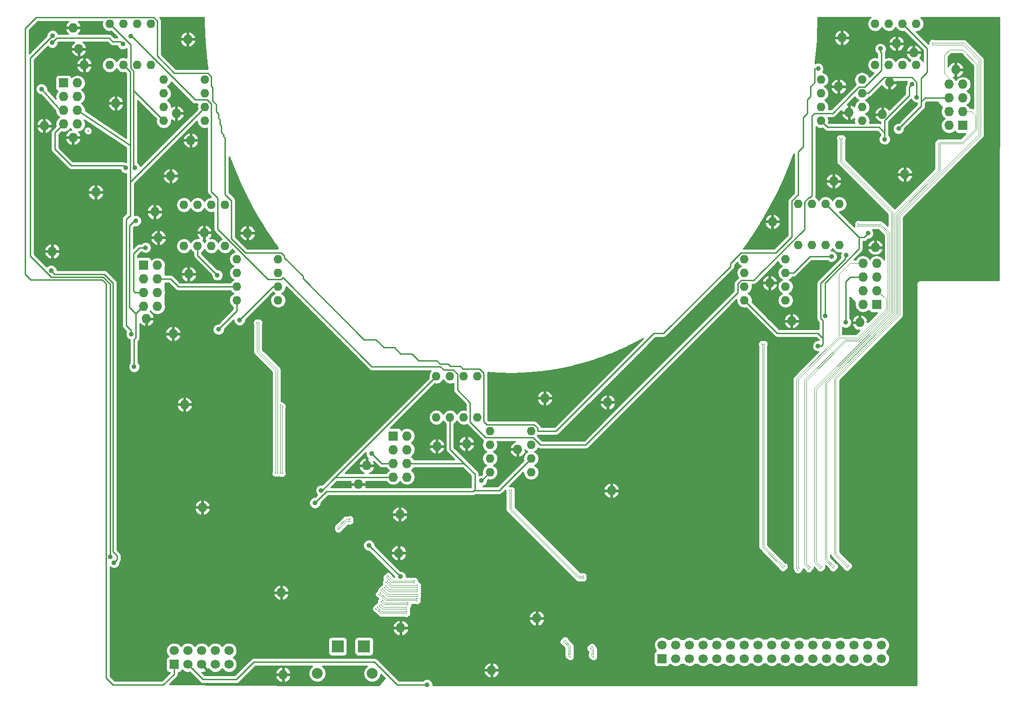
<source format=gbl>
G04 #@! TF.FileFunction,Copper,L2,Bot,Signal*
%FSLAX46Y46*%
G04 Gerber Fmt 4.6, Leading zero omitted, Abs format (unit mm)*
G04 Created by KiCad (PCBNEW 4.0.5) date 2016 December 23, Friday 11:17:07*
%MOMM*%
%LPD*%
G01*
G04 APERTURE LIST*
%ADD10C,0.150000*%
%ADD11O,1.727200X1.727200*%
%ADD12R,1.700000X1.700000*%
%ADD13C,1.700000*%
%ADD14O,1.600000X1.600000*%
%ADD15R,1.727200X1.727200*%
%ADD16R,2.235200X2.235200*%
%ADD17C,1.998980*%
%ADD18C,0.889000*%
%ADD19C,0.200000*%
%ADD20C,0.254000*%
%ADD21C,0.125000*%
%ADD22C,0.120000*%
G04 APERTURE END LIST*
D10*
D11*
X161250000Y-125860000D03*
X201830000Y-164890000D03*
X278840000Y-103870000D03*
X280140000Y-97960000D03*
X131020000Y-94750000D03*
X189470000Y-177960000D03*
D12*
X238020000Y-204670000D03*
D13*
X238020000Y-202130000D03*
X240560000Y-204670000D03*
X240560000Y-202130000D03*
X243100000Y-204670000D03*
X243100000Y-202130000D03*
X245640000Y-204670000D03*
X245640000Y-202130000D03*
X248180000Y-204670000D03*
X248180000Y-202130000D03*
X250720000Y-204670000D03*
X250720000Y-202130000D03*
X253260000Y-204670000D03*
X253260000Y-202130000D03*
X255800000Y-204670000D03*
X255800000Y-202130000D03*
X258340000Y-204670000D03*
X258340000Y-202130000D03*
X260880000Y-204670000D03*
X260880000Y-202130000D03*
X263420000Y-204670000D03*
X263420000Y-202130000D03*
X265960000Y-204670000D03*
X265960000Y-202130000D03*
X268500000Y-204670000D03*
X268500000Y-202130000D03*
X271040000Y-204670000D03*
X271040000Y-202130000D03*
X273580000Y-204670000D03*
X273580000Y-202130000D03*
X276120000Y-204670000D03*
X276120000Y-202130000D03*
X278660000Y-204670000D03*
X278660000Y-202130000D03*
D11*
X136860000Y-101820000D03*
X128980000Y-87850000D03*
X129980000Y-91770000D03*
X148060000Y-103690000D03*
X150200000Y-89980000D03*
X150730000Y-108690000D03*
X150380000Y-133460000D03*
X153240000Y-125780000D03*
X144740000Y-126710000D03*
X144090000Y-121940000D03*
X147030000Y-115280000D03*
X189260000Y-185110000D03*
X196320000Y-165350000D03*
X211290000Y-165910000D03*
X281450000Y-90770000D03*
X272680000Y-103540000D03*
X270730000Y-98730000D03*
X271350000Y-89680000D03*
X284650000Y-92420000D03*
X292420000Y-95610000D03*
X269810000Y-116250000D03*
X258490000Y-123760000D03*
X257970000Y-135100000D03*
X274650000Y-142420000D03*
X277520000Y-128520000D03*
X283000000Y-114990000D03*
X262050000Y-142140000D03*
X181770000Y-172370000D03*
X183330000Y-168930000D03*
X216320000Y-156430000D03*
X227940000Y-157190000D03*
X228670000Y-173560000D03*
X189620000Y-198980000D03*
X214820000Y-197200000D03*
X206440000Y-206810000D03*
X167850000Y-207630000D03*
X167500000Y-192450000D03*
X152900000Y-176680000D03*
X149600000Y-157630000D03*
X142530000Y-141730000D03*
X147470000Y-144530000D03*
X125070000Y-129240000D03*
X128940000Y-108160000D03*
X123610000Y-106000000D03*
X133160000Y-118300000D03*
D14*
X143330000Y-87100000D03*
X140790000Y-87100000D03*
X138250000Y-87100000D03*
X135710000Y-87100000D03*
X135710000Y-94720000D03*
X138250000Y-94720000D03*
X140790000Y-94720000D03*
X143330000Y-94720000D03*
D15*
X293740000Y-105920000D03*
D11*
X293740000Y-103380000D03*
X293740000Y-100840000D03*
X293740000Y-98300000D03*
X291200000Y-98300000D03*
X291200000Y-100840000D03*
X291200000Y-103380000D03*
X291200000Y-105920000D03*
D15*
X277770000Y-139080000D03*
D11*
X277770000Y-136540000D03*
X277770000Y-134000000D03*
X277770000Y-131460000D03*
X275230000Y-131460000D03*
X275230000Y-134000000D03*
X275230000Y-136540000D03*
X275230000Y-139080000D03*
D15*
X188260000Y-163450000D03*
D11*
X188260000Y-165990000D03*
X188260000Y-168530000D03*
X188260000Y-171070000D03*
X190800000Y-171070000D03*
X190800000Y-168530000D03*
X190800000Y-165990000D03*
X190800000Y-163450000D03*
D15*
X142000000Y-131830000D03*
D11*
X142000000Y-134370000D03*
X142000000Y-136910000D03*
X142000000Y-139450000D03*
X144540000Y-139450000D03*
X144540000Y-136910000D03*
X144540000Y-134370000D03*
X144540000Y-131830000D03*
D15*
X127170000Y-98060000D03*
D11*
X127170000Y-100600000D03*
X127170000Y-103140000D03*
X127170000Y-105680000D03*
X129710000Y-105680000D03*
X129710000Y-103140000D03*
X129710000Y-100600000D03*
X129710000Y-98060000D03*
D16*
X177950000Y-202410000D03*
X182830000Y-202410000D03*
D12*
X147650000Y-205750000D03*
D13*
X147650000Y-203210000D03*
X150190000Y-205750000D03*
X150190000Y-203210000D03*
X152730000Y-205750000D03*
X152730000Y-203210000D03*
X155270000Y-205750000D03*
X155270000Y-203210000D03*
X157810000Y-205750000D03*
X157810000Y-203210000D03*
D17*
X184330000Y-207420000D03*
X174170000Y-207420000D03*
D14*
X145730000Y-97460000D03*
X145730000Y-100000000D03*
X145730000Y-102540000D03*
X145730000Y-105080000D03*
X153350000Y-105080000D03*
X153350000Y-102540000D03*
X153350000Y-100000000D03*
X153350000Y-97460000D03*
X157090000Y-120640000D03*
X154550000Y-120640000D03*
X152010000Y-120640000D03*
X149470000Y-120640000D03*
X149470000Y-128260000D03*
X152010000Y-128260000D03*
X154550000Y-128260000D03*
X157090000Y-128260000D03*
X159310000Y-130680000D03*
X159310000Y-133220000D03*
X159310000Y-135760000D03*
X159310000Y-138300000D03*
X166930000Y-138300000D03*
X166930000Y-135760000D03*
X166930000Y-133220000D03*
X166930000Y-130680000D03*
X203850000Y-152380000D03*
X201310000Y-152380000D03*
X198770000Y-152380000D03*
X196230000Y-152380000D03*
X196230000Y-160000000D03*
X198770000Y-160000000D03*
X201310000Y-160000000D03*
X203850000Y-160000000D03*
X206150000Y-162540000D03*
X206150000Y-165080000D03*
X206150000Y-167620000D03*
X206150000Y-170160000D03*
X213770000Y-170160000D03*
X213770000Y-167620000D03*
X213770000Y-165080000D03*
X213770000Y-162540000D03*
X253280000Y-130680000D03*
X253280000Y-133220000D03*
X253280000Y-135760000D03*
X253280000Y-138300000D03*
X260900000Y-138300000D03*
X260900000Y-135760000D03*
X260900000Y-133220000D03*
X260900000Y-130680000D03*
X263230000Y-128100000D03*
X265770000Y-128100000D03*
X268310000Y-128100000D03*
X270850000Y-128100000D03*
X270850000Y-120480000D03*
X268310000Y-120480000D03*
X265770000Y-120480000D03*
X263230000Y-120480000D03*
X267440000Y-97450000D03*
X267440000Y-99990000D03*
X267440000Y-102530000D03*
X267440000Y-105070000D03*
X275060000Y-105070000D03*
X275060000Y-102530000D03*
X275060000Y-99990000D03*
X275060000Y-97450000D03*
X277500000Y-94740000D03*
X280040000Y-94740000D03*
X282580000Y-94740000D03*
X285120000Y-94740000D03*
X285120000Y-87120000D03*
X282580000Y-87120000D03*
X280040000Y-87120000D03*
X277500000Y-87120000D03*
D18*
X125160000Y-89310000D03*
X135851900Y-185860000D03*
X123100000Y-99190000D03*
X142380000Y-128560000D03*
X184260000Y-166720000D03*
X269420000Y-130210000D03*
X285214500Y-100710000D03*
X281830000Y-106530000D03*
X276160000Y-125920000D03*
X268210000Y-141250000D03*
X272050000Y-142380000D03*
X173732872Y-175847127D03*
X155660000Y-133650000D03*
X159790000Y-141970000D03*
X139752440Y-144580000D03*
X140575500Y-123617620D03*
X140260450Y-150595500D03*
X138704500Y-113810000D03*
X278480000Y-91720000D03*
X139650000Y-89420000D03*
X138160000Y-90850000D03*
X125075736Y-90561699D03*
X124878717Y-132821283D03*
X136525500Y-186898760D03*
X284366283Y-98273717D03*
X266911283Y-146761283D03*
X272135278Y-129985278D03*
X279254500Y-108500000D03*
X189600000Y-189508757D03*
X183756358Y-183693642D03*
X204590000Y-171720000D03*
X174886282Y-173526282D03*
X194500000Y-209540000D03*
X155901802Y-143695633D03*
X140355500Y-113780000D03*
X266928600Y-95412560D03*
D19*
X288130000Y-91010000D03*
X272275650Y-187764350D03*
X288130000Y-90630000D03*
X272544350Y-187495650D03*
X269705650Y-187874350D03*
X269974350Y-187605650D03*
X270980000Y-108320000D03*
X267345650Y-187924350D03*
X271360000Y-108320000D03*
X267614350Y-187655650D03*
X274360000Y-124580000D03*
X265185650Y-188054350D03*
X274360000Y-124200000D03*
X265454350Y-187785650D03*
X263454350Y-187985650D03*
X263185650Y-188254350D03*
X256565900Y-146443700D03*
X260403610Y-187858130D03*
X256945900Y-146443700D03*
X260672310Y-187589430D03*
X209758780Y-173489620D03*
X223413320Y-189783220D03*
X210138780Y-173489620D03*
X223413320Y-189403220D03*
X180207153Y-178839771D03*
X178081999Y-180720699D03*
X187020650Y-189659350D03*
X192161834Y-190630000D03*
X180207153Y-179219771D03*
X178350699Y-180451999D03*
X187289350Y-189390650D03*
X192161834Y-190250000D03*
X167431990Y-157736810D03*
X167288182Y-170348342D03*
X186903630Y-190578470D03*
X192712139Y-191445010D03*
X167700690Y-158005510D03*
X167668182Y-170348342D03*
X187172330Y-190309770D03*
X192712139Y-191065010D03*
X162992300Y-142450820D03*
X166454320Y-170334940D03*
X186649391Y-191507674D03*
X192723214Y-192278917D03*
X163372300Y-142450820D03*
X166834320Y-170334940D03*
X186918091Y-191238974D03*
X192723214Y-191898917D03*
X186027104Y-192062329D03*
X192716364Y-193112882D03*
X192716364Y-192732882D03*
X186295804Y-191793629D03*
X185615850Y-192778110D03*
X192668318Y-193945089D03*
X185884550Y-192509410D03*
X192668318Y-193565089D03*
X185999129Y-194136470D03*
X190951743Y-194687471D03*
X219799170Y-201558500D03*
X221020640Y-204348999D03*
X186267829Y-193867770D03*
X190951743Y-194307471D03*
X220067870Y-201289800D03*
X221020640Y-203968999D03*
X225343720Y-204348999D03*
X224772490Y-202775351D03*
X190724098Y-195479897D03*
X185674983Y-194886219D03*
X185943683Y-194617519D03*
X190724098Y-195099897D03*
X225041190Y-202506651D03*
X225343720Y-203968999D03*
X185051970Y-195440030D03*
X190703200Y-196313560D03*
X185320670Y-195171330D03*
X190703200Y-195933560D03*
D20*
X131724601Y-106934601D02*
X131696167Y-106884601D01*
X121010000Y-130120000D02*
X121010000Y-93460000D01*
X121010000Y-93460000D02*
X125160000Y-89310000D01*
X124859750Y-133969750D02*
X121010000Y-130120000D01*
X134505304Y-133969750D02*
X124859750Y-133969750D01*
X135851900Y-185860000D02*
X135851900Y-135316346D01*
X135851900Y-135316346D02*
X134505304Y-133969750D01*
X123100000Y-99190000D02*
X126620000Y-103140000D01*
X126620000Y-103140000D02*
X127170000Y-103140000D01*
X140450000Y-136910000D02*
X142000000Y-136910000D01*
X140120000Y-136580000D02*
X140450000Y-136910000D01*
X140120000Y-129730000D02*
X140120000Y-136580000D01*
X141270000Y-128580000D02*
X140120000Y-129730000D01*
X142360000Y-128580000D02*
X141270000Y-128580000D01*
X142380000Y-128560000D02*
X142360000Y-128580000D01*
X188260000Y-168530000D02*
X186070000Y-168530000D01*
X186070000Y-168530000D02*
X186050000Y-168510000D01*
X186050000Y-168510000D02*
X184260000Y-166720000D01*
X260900000Y-133220000D02*
X262397882Y-133220000D01*
X262397882Y-133220000D02*
X265407882Y-130210000D01*
X265407882Y-130210000D02*
X269420000Y-130210000D01*
X284290000Y-97030000D02*
X285214500Y-97954500D01*
X285214500Y-97954500D02*
X285214500Y-100710000D01*
X279151370Y-97030000D02*
X284290000Y-97030000D01*
X275060000Y-99990000D02*
X276191370Y-99990000D01*
X276191370Y-99990000D02*
X279151370Y-97030000D01*
X285214500Y-100512758D02*
X285214500Y-100710000D01*
X286040000Y-102320000D02*
X286040000Y-101540000D01*
X286740000Y-100840000D02*
X291200000Y-100840000D01*
X286040000Y-101540000D02*
X286740000Y-100840000D01*
X275230000Y-134000000D02*
X272910000Y-134000000D01*
X272050000Y-134860000D02*
X272050000Y-135620000D01*
X272910000Y-134000000D02*
X272050000Y-134860000D01*
X139530000Y-122730000D02*
X139360000Y-122730000D01*
X139360000Y-122730000D02*
X138760000Y-123330000D01*
X287140000Y-96070000D02*
X287140000Y-91680000D01*
X286040000Y-102320000D02*
X286040000Y-97170000D01*
X287140000Y-91680000D02*
X282580000Y-87120000D01*
X286040000Y-97170000D02*
X287140000Y-96070000D01*
X281830000Y-106530000D02*
X286040000Y-102320000D01*
X290560000Y-100840000D02*
X291200000Y-100840000D01*
X274500000Y-126670000D02*
X275410000Y-126670000D01*
X275410000Y-126670000D02*
X276160000Y-125920000D01*
X274500000Y-128787990D02*
X274500000Y-126670000D01*
X268210000Y-135077990D02*
X274500000Y-128787990D01*
X268210000Y-141250000D02*
X268210000Y-135077990D01*
X274500000Y-126670000D02*
X268310000Y-120480000D01*
X272050000Y-142380000D02*
X272050000Y-135620000D01*
X203220000Y-173540000D02*
X203350000Y-173410000D01*
X203050071Y-173709929D02*
X203220000Y-173540000D01*
X203220000Y-173540000D02*
X207850000Y-173540000D01*
X207850000Y-173540000D02*
X213770000Y-167620000D01*
X201560000Y-168690000D02*
X198770000Y-165900000D01*
X198770000Y-165900000D02*
X198770000Y-160000000D01*
X201560000Y-168700000D02*
X201390000Y-168530000D01*
X203350000Y-170490000D02*
X201560000Y-168700000D01*
X201560000Y-168700000D02*
X201560000Y-168690000D01*
X201390000Y-168530000D02*
X190800000Y-168530000D01*
X203350000Y-173410000D02*
X203350000Y-170490000D01*
X173732872Y-175847127D02*
X175870070Y-173709929D01*
X175870070Y-173709929D02*
X203050071Y-173709929D01*
X155660000Y-133650000D02*
X152010000Y-130000000D01*
X152010000Y-130000000D02*
X152010000Y-128260000D01*
X159790000Y-141970000D02*
X166000000Y-135760000D01*
X166000000Y-135760000D02*
X166930000Y-135760000D01*
X139752440Y-143951383D02*
X138760000Y-142958943D01*
X139752440Y-144580000D02*
X139752440Y-143951383D01*
X138760000Y-142958943D02*
X138760000Y-123330000D01*
X139530000Y-122730000D02*
X139530000Y-116420000D01*
X139530000Y-116420000D02*
X139530000Y-109660000D01*
X152550001Y-103399999D02*
X139530000Y-116420000D01*
X139530000Y-109660000D02*
X139530000Y-96000000D01*
X139530000Y-96000000D02*
X138250000Y-94720000D01*
X139530000Y-109660000D02*
X129710000Y-103140000D01*
X152550001Y-103339999D02*
X152550001Y-103399999D01*
X142000000Y-139450000D02*
X141947872Y-139450000D01*
X141947872Y-139450000D02*
X140577941Y-140819931D01*
X139360000Y-139040000D02*
X139360000Y-139601990D01*
X139368010Y-124563727D02*
X139368010Y-139040000D01*
X140314117Y-123617620D02*
X139368010Y-124563727D01*
X140575500Y-123617620D02*
X140314117Y-123617620D01*
X139360000Y-139040000D02*
X139368010Y-139040000D01*
X139360000Y-139601990D02*
X140577941Y-140819931D01*
X140577941Y-140819931D02*
X140569931Y-140819931D01*
X140260450Y-150595500D02*
X140260450Y-145559550D01*
X140577941Y-145242059D02*
X140260450Y-145559550D01*
X140577941Y-140819931D02*
X140577941Y-145242059D01*
X128590000Y-113350000D02*
X138244500Y-113350000D01*
X138244500Y-113350000D02*
X138704500Y-113810000D01*
X125580000Y-107270000D02*
X127170000Y-105680000D01*
X125580000Y-110340000D02*
X125580000Y-107270000D01*
X128590000Y-113350000D02*
X125580000Y-110340000D01*
X128960000Y-113350000D02*
X128590000Y-113350000D01*
X155540000Y-208560000D02*
X153000000Y-208560000D01*
X153000000Y-208560000D02*
X150190000Y-205750000D01*
X275601001Y-98808999D02*
X274541001Y-98808999D01*
X278681001Y-95728999D02*
X275601001Y-98808999D01*
X278681001Y-92549618D02*
X278681001Y-95728999D01*
X278480000Y-92348617D02*
X278681001Y-92549618D01*
X278480000Y-91720000D02*
X278480000Y-92348617D01*
X274541001Y-98808999D02*
X272910000Y-100440000D01*
X269638999Y-103711001D02*
X266228999Y-103711001D01*
X272910000Y-100440000D02*
X269638999Y-103711001D01*
X266228999Y-103711001D02*
X265750000Y-104190000D01*
X265750000Y-104190000D02*
X265750000Y-107360000D01*
X265750000Y-107360000D02*
X265750000Y-118970000D01*
X264411001Y-120091117D02*
X264411001Y-125178999D01*
X265203119Y-119298999D02*
X264411001Y-120091117D01*
X265421001Y-119298999D02*
X265203119Y-119298999D01*
X265750000Y-118970000D02*
X265421001Y-119298999D01*
X264411001Y-125178999D02*
X256240000Y-133350000D01*
X252713119Y-134578999D02*
X252090000Y-135202118D01*
X255011001Y-134578999D02*
X252713119Y-134578999D01*
X256240000Y-133350000D02*
X255011001Y-134578999D01*
X252090000Y-135202118D02*
X252090000Y-136870000D01*
X252090000Y-136870000D02*
X223910000Y-165050000D01*
X214158883Y-163721001D02*
X205351001Y-163721001D01*
X215487882Y-165050000D02*
X214158883Y-163721001D01*
X223910000Y-165050000D02*
X215487882Y-165050000D01*
X202491001Y-160861001D02*
X202491001Y-157271001D01*
X205351001Y-163721001D02*
X202491001Y-160861001D01*
X199336881Y-151198999D02*
X197601001Y-151198999D01*
X200128999Y-151991117D02*
X199336881Y-151198999D01*
X200128999Y-154908999D02*
X200128999Y-151991117D01*
X202491001Y-157271001D02*
X200128999Y-154908999D01*
X197601001Y-151198999D02*
X196982002Y-150580000D01*
X196982002Y-150580000D02*
X184290000Y-150580000D01*
X167810000Y-134100000D02*
X167797882Y-134100000D01*
X184290000Y-150580000D02*
X167810000Y-134100000D01*
X167496881Y-134401001D02*
X165001001Y-134401001D01*
X167797882Y-134100000D02*
X167496881Y-134401001D01*
X165001001Y-134401001D02*
X157360000Y-126760000D01*
X155731001Y-125131001D02*
X155731001Y-119351001D01*
X157360000Y-126760000D02*
X155731001Y-125131001D01*
X154531001Y-101931001D02*
X153790000Y-101190000D01*
X154531001Y-118151001D02*
X154531001Y-101931001D01*
X155731001Y-119351001D02*
X154531001Y-118151001D01*
X139777882Y-89420000D02*
X139650000Y-89420000D01*
X151547882Y-101190000D02*
X139777882Y-89420000D01*
X153790000Y-101190000D02*
X151547882Y-101190000D01*
X137715501Y-90405501D02*
X136285501Y-90405501D01*
X138160000Y-90850000D02*
X137715501Y-90405501D01*
X136285501Y-90405501D02*
X135630000Y-89750000D01*
X125887435Y-89750000D02*
X125075736Y-90561699D01*
X135630000Y-89750000D02*
X125887435Y-89750000D01*
X124878717Y-132821283D02*
X125519174Y-133461740D01*
X134715729Y-133461741D02*
X136359910Y-135105922D01*
X125519174Y-133461740D02*
X134715729Y-133461741D01*
X136359910Y-135105922D02*
X136359910Y-159240000D01*
X136359910Y-159240000D02*
X136359910Y-184870000D01*
X137100000Y-186324260D02*
X136525500Y-186898760D01*
X137100000Y-185610090D02*
X137100000Y-186324260D01*
X136359910Y-184870000D02*
X137100000Y-185610090D01*
X283840000Y-100360000D02*
X279254500Y-104945500D01*
X279254500Y-104945500D02*
X279254500Y-107300000D01*
X283840000Y-98800000D02*
X284366283Y-98273717D01*
X283840000Y-100360000D02*
X283840000Y-98800000D01*
X267813759Y-142075501D02*
X267813759Y-145320000D01*
X267813759Y-145320000D02*
X267813759Y-146456241D01*
X253280000Y-138300000D02*
X259390000Y-144410000D01*
X259390000Y-144410000D02*
X266903759Y-144410000D01*
X266903759Y-144410000D02*
X267813759Y-145320000D01*
X267813759Y-146456241D02*
X267508717Y-146761283D01*
X267508717Y-146761283D02*
X266911283Y-146761283D01*
X271980000Y-130589556D02*
X267384499Y-135185057D01*
X267384499Y-135185057D02*
X267384499Y-141646241D01*
X267384499Y-141646241D02*
X267813759Y-142075501D01*
X272135278Y-129985278D02*
X271980000Y-130140556D01*
X271980000Y-130140556D02*
X271980000Y-130589556D01*
X279254500Y-107300000D02*
X279254500Y-108500000D01*
X267440000Y-105070000D02*
X268621001Y-106251001D01*
X268621001Y-106251001D02*
X278205501Y-106251001D01*
X278205501Y-106251001D02*
X279254500Y-107300000D01*
X183756358Y-183693642D02*
X189571473Y-189508757D01*
X189571473Y-189508757D02*
X189600000Y-189508757D01*
X206150000Y-170160000D02*
X204590000Y-171720000D01*
X196230000Y-152380000D02*
X177090000Y-171520000D01*
X188260000Y-171070000D02*
X177540000Y-171070000D01*
X177090000Y-171520000D02*
X175083718Y-173526282D01*
X177540000Y-171070000D02*
X177090000Y-171520000D01*
X175083718Y-173526282D02*
X174886282Y-173526282D01*
X159180000Y-208560000D02*
X155540000Y-208560000D01*
X162430000Y-205310000D02*
X159180000Y-208560000D01*
X184790000Y-205310000D02*
X162430000Y-205310000D01*
X189020000Y-209540000D02*
X184790000Y-205310000D01*
X194500000Y-209540000D02*
X189020000Y-209540000D01*
X159310000Y-138300000D02*
X159310000Y-140287435D01*
X159310000Y-140287435D02*
X155901802Y-143695633D01*
X140130000Y-99480000D02*
X140130000Y-113554500D01*
X140130000Y-113554500D02*
X140355500Y-113780000D01*
X140130000Y-95881566D02*
X140130000Y-99480000D01*
X140130000Y-99480000D02*
X145730000Y-105080000D01*
X135710000Y-87100000D02*
X139608999Y-90998999D01*
X139608999Y-90998999D02*
X139608999Y-95360565D01*
X139608999Y-95360565D02*
X140130000Y-95881566D01*
X147650000Y-205750000D02*
X147650000Y-207548680D01*
X155448000Y-102036880D02*
X155448000Y-103398320D01*
X147650000Y-207548680D02*
X145663920Y-209534760D01*
X155448000Y-103398320D02*
X155849320Y-103799640D01*
X122086681Y-85918999D02*
X143896881Y-85918999D01*
X145663920Y-209534760D02*
X136331960Y-209534760D01*
X198810880Y-150530560D02*
X200649840Y-150530560D01*
X136331960Y-209534760D02*
X135026400Y-208229200D01*
X236514640Y-144434560D02*
X238297720Y-144434560D01*
X167496881Y-129498999D02*
X168111001Y-130113119D01*
X135026400Y-135209280D02*
X134294880Y-134477760D01*
X154531001Y-98625601D02*
X154813000Y-98907600D01*
X144511001Y-86533119D02*
X144511001Y-93073760D01*
X153916881Y-96278999D02*
X154531001Y-96893119D01*
X135026400Y-208229200D02*
X135026400Y-135209280D01*
X154531001Y-96893119D02*
X154531001Y-98625601D01*
X134294880Y-134477760D02*
X121076720Y-134477760D01*
X201107040Y-150987760D02*
X204205642Y-150987760D01*
X156408120Y-106009440D02*
X156408120Y-107233720D01*
X121076720Y-134477760D02*
X120060720Y-133461760D01*
X205583119Y-161358999D02*
X214336881Y-161358999D01*
X143896881Y-85918999D02*
X144511001Y-86533119D01*
X120060720Y-133461760D02*
X120060720Y-87944960D01*
X160888680Y-129498999D02*
X167496881Y-129498999D01*
X120060720Y-87944960D02*
X122086681Y-85918999D01*
X144511001Y-93073760D02*
X147716240Y-96278999D01*
X262048999Y-119913119D02*
X263210040Y-118752078D01*
X156809440Y-107955080D02*
X157104080Y-108249720D01*
X147716240Y-96278999D02*
X153916881Y-96278999D01*
X154813000Y-98907600D02*
X154813000Y-101401880D01*
X154813000Y-101401880D02*
X155448000Y-102036880D01*
X157104080Y-118678960D02*
X158271001Y-119845881D01*
X155849320Y-103799640D02*
X155849320Y-104576880D01*
X200649840Y-150530560D02*
X201107040Y-150987760D01*
X238297720Y-144434560D02*
X250682760Y-132049520D01*
X155849320Y-104576880D02*
X156143960Y-104871520D01*
X156143960Y-105745280D02*
X156408120Y-106009440D01*
X156143960Y-104871520D02*
X156143960Y-105745280D01*
X156809440Y-107635040D02*
X156809440Y-107955080D01*
X156408120Y-107233720D02*
X156809440Y-107635040D01*
X157104080Y-108249720D02*
X157104080Y-118678960D01*
X158271001Y-119845881D02*
X158271001Y-126881320D01*
X158271001Y-126881320D02*
X160888680Y-129498999D01*
X204205642Y-150987760D02*
X205031001Y-151813119D01*
X168111001Y-130113119D02*
X168111001Y-130437721D01*
X168111001Y-130437721D02*
X171516040Y-133842760D01*
X192994280Y-149489160D02*
X196321680Y-149489160D01*
X171516040Y-133842760D02*
X171516040Y-134254240D01*
X171516040Y-134254240D02*
X182844440Y-145582640D01*
X182844440Y-145582640D02*
X185033920Y-145582640D01*
X185033920Y-145582640D02*
X186532520Y-147081240D01*
X186532520Y-147081240D02*
X188508640Y-147081240D01*
X188508640Y-147081240D02*
X189626240Y-148198840D01*
X214951001Y-161973119D02*
X214951001Y-162539680D01*
X189626240Y-148198840D02*
X191703960Y-148198840D01*
X191703960Y-148198840D02*
X192994280Y-149489160D01*
X196321680Y-149489160D02*
X196905880Y-150073360D01*
X196905880Y-150073360D02*
X198353680Y-150073360D01*
X259155839Y-129498999D02*
X259155839Y-129451200D01*
X214336881Y-161358999D02*
X214951001Y-161973119D01*
X198353680Y-150073360D02*
X198810880Y-150530560D01*
X205031001Y-151813119D02*
X205031001Y-160806881D01*
X250682760Y-132049520D02*
X250682760Y-131460240D01*
X205031001Y-160806881D02*
X205583119Y-161358999D01*
X265551920Y-98731718D02*
X266258999Y-98024639D01*
X214951001Y-162539680D02*
X218409520Y-162539680D01*
X218409520Y-162539680D02*
X236514640Y-144434560D01*
X250682760Y-131460240D02*
X252644001Y-129498999D01*
X252644001Y-129498999D02*
X259155839Y-129498999D01*
X259155839Y-129451200D02*
X262048999Y-126558040D01*
X262048999Y-126558040D02*
X262048999Y-119913119D01*
X263210040Y-118752078D02*
X263210040Y-110820200D01*
X263210040Y-110820200D02*
X264144760Y-109885480D01*
X264144760Y-109885480D02*
X264144760Y-104480360D01*
X266258999Y-95453544D02*
X266299983Y-95412560D01*
X264144760Y-104480360D02*
X264962640Y-103662480D01*
X264962640Y-103662480D02*
X264962640Y-101193600D01*
X264962640Y-101193600D02*
X265551920Y-100604320D01*
X265551920Y-100604320D02*
X265551920Y-98731718D01*
X266258999Y-98024639D02*
X266258999Y-95453544D01*
X266299983Y-95412560D02*
X266928600Y-95412560D01*
D21*
X281717511Y-140922175D02*
X281717511Y-122589503D01*
X269907500Y-152732184D02*
X281717511Y-140922175D01*
X296692510Y-107614504D02*
X296692510Y-93848176D01*
X296692510Y-93848176D02*
X293816833Y-90972499D01*
X281717511Y-122589503D02*
X296692510Y-107614504D01*
X288167501Y-90972499D02*
X288130000Y-91010000D01*
X269907500Y-185343167D02*
X269907500Y-152732184D01*
X272275650Y-187764350D02*
X272275650Y-187711317D01*
X272275650Y-187711317D02*
X269907500Y-185343167D01*
X293816833Y-90972499D02*
X288167501Y-90972499D01*
X270212500Y-185216833D02*
X270212500Y-152858506D01*
X293943167Y-90667501D02*
X288167501Y-90667501D01*
X296997501Y-107740835D02*
X296997501Y-93721835D01*
X272544350Y-187495650D02*
X272491317Y-187495650D01*
X272491317Y-187495650D02*
X270212500Y-185216833D01*
X270212500Y-152858506D02*
X282022502Y-141048506D01*
X282022502Y-141048506D02*
X282022502Y-122715834D01*
X282022502Y-122715834D02*
X296997501Y-107740835D01*
X296997501Y-93721835D02*
X293943167Y-90667501D01*
X288167501Y-90667501D02*
X288130000Y-90630000D01*
D22*
X289207500Y-109330000D02*
X289207500Y-109207187D01*
X289207500Y-109207187D02*
X289387197Y-109027490D01*
X296089990Y-106545732D02*
X296089990Y-104099990D01*
X289387197Y-109027490D02*
X292987490Y-109027490D01*
X292987490Y-109027490D02*
X292989990Y-109029990D01*
X292989990Y-109029990D02*
X293605732Y-109029990D01*
X293605732Y-109029990D02*
X296089990Y-106545732D01*
X296089990Y-104099990D02*
X295370000Y-103380000D01*
X295370000Y-103380000D02*
X293740000Y-103380000D01*
D21*
X269705650Y-187821317D02*
X268227500Y-186343167D01*
X269705650Y-187874350D02*
X269705650Y-187821317D01*
X268227500Y-186343167D02*
X268227500Y-153549514D01*
X281107510Y-140669505D02*
X281107510Y-122336824D01*
X268227500Y-153549514D02*
X281107510Y-140669505D01*
X281107510Y-122336824D02*
X289207500Y-114236834D01*
X289207500Y-114236834D02*
X289207500Y-109330000D01*
D22*
X291200000Y-98300000D02*
X291200000Y-97150000D01*
X290360000Y-92890000D02*
X291320000Y-91930000D01*
X290360000Y-96310000D02*
X290360000Y-92890000D01*
X291200000Y-97150000D02*
X290360000Y-96310000D01*
X293720000Y-91930000D02*
X291320000Y-91930000D01*
X296390000Y-94600000D02*
X293720000Y-91930000D01*
X296390000Y-106670000D02*
X296390000Y-94600000D01*
X293730000Y-109330000D02*
X296390000Y-106670000D01*
X289512500Y-109330000D02*
X293730000Y-109330000D01*
D21*
X269974350Y-187605650D02*
X269921317Y-187605650D01*
X269921317Y-187605650D02*
X268532500Y-186216833D01*
X268532500Y-186216833D02*
X268532500Y-153675836D01*
X281412501Y-122463165D02*
X289512500Y-114363166D01*
X268532500Y-153675836D02*
X281412501Y-140795836D01*
X281412501Y-140795836D02*
X281412501Y-122463165D01*
X289512500Y-114363166D02*
X289512500Y-109330000D01*
X280497500Y-122123166D02*
X271017501Y-112643167D01*
X271017501Y-112643167D02*
X271017501Y-108357501D01*
X271017501Y-108357501D02*
X270980000Y-108320000D01*
X280497500Y-140416834D02*
X280497500Y-122123166D01*
X266237500Y-154676834D02*
X280497500Y-140416834D01*
X266237500Y-186763167D02*
X266237500Y-154676834D01*
X267345650Y-187924350D02*
X267345650Y-187871317D01*
X267345650Y-187871317D02*
X266237500Y-186763167D01*
X280802500Y-121996834D02*
X271322499Y-112516833D01*
X271322499Y-112516833D02*
X271322499Y-108357501D01*
X271322499Y-108357501D02*
X271360000Y-108320000D01*
X280802500Y-140543166D02*
X280802500Y-121996834D01*
X266542500Y-154803166D02*
X280802500Y-140543166D01*
X266542500Y-186636833D02*
X266542500Y-154803166D01*
X267614350Y-187655650D02*
X267561317Y-187655650D01*
X267561317Y-187655650D02*
X266542500Y-186636833D01*
X274397501Y-124542499D02*
X274360000Y-124580000D01*
X279646072Y-137858260D02*
X279847500Y-137656833D01*
X271933990Y-145570343D02*
X274357470Y-145570343D01*
X279852510Y-140075303D02*
X279852510Y-138064698D01*
X279847500Y-137656833D02*
X279847500Y-126003166D01*
X265185650Y-188001317D02*
X264427500Y-187243167D01*
X279847500Y-126003166D02*
X278386833Y-124542499D01*
X279852510Y-138064698D02*
X279646072Y-137858260D01*
X265185650Y-188054350D02*
X265185650Y-188001317D01*
X278386833Y-124542499D02*
X274397501Y-124542499D01*
X264427500Y-187243167D02*
X264427500Y-153076833D01*
X264427500Y-153076833D02*
X271933990Y-145570343D01*
X274357470Y-145570343D02*
X279852510Y-140075303D01*
X265401317Y-187785650D02*
X264732500Y-187116833D01*
X280157501Y-137788168D02*
X280152500Y-137783167D01*
X280152500Y-137783167D02*
X280152500Y-125876834D01*
X280157501Y-140201634D02*
X280157501Y-137788168D01*
X264732500Y-187116833D02*
X264732500Y-153203167D01*
X265454350Y-187785650D02*
X265401317Y-187785650D01*
X264732500Y-153203167D02*
X272060333Y-145875334D01*
X272060333Y-145875334D02*
X274483802Y-145875333D01*
X274483802Y-145875333D02*
X280157501Y-140201634D01*
X280152500Y-125876834D02*
X278513165Y-124237501D01*
X278513165Y-124237501D02*
X274397501Y-124237501D01*
X274397501Y-124237501D02*
X274360000Y-124200000D01*
D22*
X277770000Y-136540000D02*
X277900008Y-136540000D01*
X277900008Y-136540000D02*
X279550008Y-138190000D01*
X279550008Y-138190000D02*
X279550008Y-138190008D01*
X279550000Y-138190000D02*
X279550008Y-138190008D01*
X279550008Y-138190008D02*
X277890000Y-136530000D01*
X277890000Y-136530000D02*
X277770000Y-136540000D01*
X279550000Y-139950000D02*
X279550000Y-138190000D01*
X274232167Y-145267833D02*
X279550000Y-139950000D01*
X270957833Y-145267833D02*
X274232167Y-145267833D01*
D21*
X263252500Y-152973166D02*
X270957833Y-145267833D01*
X263252500Y-187836833D02*
X263252500Y-152973166D01*
X263454350Y-187985650D02*
X263401317Y-187985650D01*
X263401317Y-187985650D02*
X263252500Y-187836833D01*
D22*
X275230000Y-131460000D02*
X272810000Y-131460000D01*
X270742167Y-133527833D02*
X270742167Y-134387833D01*
X272810000Y-131460000D02*
X270742167Y-133527833D01*
X270742167Y-145052167D02*
X270742167Y-134387833D01*
D21*
X263185650Y-188201317D02*
X262947500Y-187963167D01*
X263185650Y-188254350D02*
X263185650Y-188201317D01*
X262947500Y-187963167D02*
X262947500Y-152846834D01*
X262947500Y-152846834D02*
X270742167Y-145052167D01*
X260403610Y-187805097D02*
X256603401Y-184004888D01*
X256603401Y-184004888D02*
X256603401Y-146481201D01*
X260403610Y-187858130D02*
X260403610Y-187805097D01*
X256603401Y-146481201D02*
X256565900Y-146443700D01*
X260619277Y-187589430D02*
X256908399Y-183878552D01*
X256908399Y-183878552D02*
X256908399Y-146481201D01*
X260672310Y-187589430D02*
X260619277Y-187589430D01*
X256908399Y-146481201D02*
X256945900Y-146443700D01*
X223413320Y-189783220D02*
X223375819Y-189745719D01*
X222509413Y-189745719D02*
X209796281Y-177032585D01*
X209796281Y-173527121D02*
X209758780Y-173489620D01*
X223375819Y-189745719D02*
X222509413Y-189745719D01*
X209796281Y-177032585D02*
X209796281Y-173527121D01*
X223375819Y-189440721D02*
X222635747Y-189440721D01*
X223413320Y-189403220D02*
X223375819Y-189440721D01*
X222635747Y-189440721D02*
X210101279Y-176906253D01*
X210101279Y-176906253D02*
X210101279Y-173527121D01*
X210101279Y-173527121D02*
X210138780Y-173489620D01*
X178081999Y-180720699D02*
X178081999Y-180690201D01*
X178008198Y-180287598D02*
X178186298Y-180109498D01*
X178081999Y-180690201D02*
X178008198Y-180616400D01*
X179494092Y-178877272D02*
X180169652Y-178877272D01*
X178008198Y-180616400D02*
X178008198Y-180287598D01*
X178186298Y-180109498D02*
X178261866Y-180109498D01*
X180169652Y-178877272D02*
X180207153Y-178839771D01*
X178261866Y-180109498D02*
X179494092Y-178877272D01*
X192124333Y-190592499D02*
X188006833Y-190592499D01*
X192161834Y-190630000D02*
X192124333Y-190592499D01*
X188006833Y-190592499D02*
X187073683Y-189659350D01*
X187073683Y-189659350D02*
X187020650Y-189659350D01*
X180169652Y-179182270D02*
X180207153Y-179219771D01*
X179620428Y-179182270D02*
X180169652Y-179182270D01*
X178350699Y-180451999D02*
X179620428Y-179182270D01*
X187289350Y-189443683D02*
X187289350Y-189390650D01*
X192161834Y-190250000D02*
X192124333Y-190287501D01*
X188133167Y-190287501D02*
X187289350Y-189443683D01*
X192124333Y-190287501D02*
X188133167Y-190287501D01*
X167325683Y-157896150D02*
X167431990Y-157789843D01*
X167288182Y-170348342D02*
X167325683Y-170310841D01*
X167325683Y-170310841D02*
X167325683Y-157896150D01*
X167431990Y-157789843D02*
X167431990Y-157736810D01*
X192712139Y-191445010D02*
X192674638Y-191407509D01*
X187785702Y-191407509D02*
X186956663Y-190578470D01*
X186956663Y-190578470D02*
X186903630Y-190578470D01*
X192674638Y-191407509D02*
X187785702Y-191407509D01*
X167668182Y-170348342D02*
X167630681Y-170310841D01*
X167630681Y-170310841D02*
X167630681Y-158022486D01*
X167647657Y-158005510D02*
X167700690Y-158005510D01*
X167630681Y-158022486D02*
X167647657Y-158005510D01*
X192712139Y-191065010D02*
X192674638Y-191102511D01*
X192674638Y-191102511D02*
X187912038Y-191102511D01*
X187912038Y-191102511D02*
X187172330Y-190362803D01*
X187172330Y-190362803D02*
X187172330Y-190309770D01*
X166491821Y-151335407D02*
X163029801Y-147873387D01*
X163029801Y-147873387D02*
X163029801Y-142488321D01*
X163029801Y-142488321D02*
X162992300Y-142450820D01*
X166454320Y-170334940D02*
X166491821Y-170297439D01*
X166491821Y-170297439D02*
X166491821Y-151335407D01*
X187436166Y-192241416D02*
X186702424Y-191507674D01*
X192723214Y-192278917D02*
X192685713Y-192241416D01*
X192685713Y-192241416D02*
X187436166Y-192241416D01*
X186702424Y-191507674D02*
X186649391Y-191507674D01*
X166796819Y-151209073D02*
X163334799Y-147747053D01*
X163334799Y-147747053D02*
X163334799Y-142488321D01*
X163334799Y-142488321D02*
X163372300Y-142450820D01*
X166834320Y-170334940D02*
X166796819Y-170297439D01*
X166796819Y-170297439D02*
X166796819Y-151209073D01*
X187562502Y-191936418D02*
X186918091Y-191292007D01*
X192723214Y-191898917D02*
X192685713Y-191936418D01*
X192685713Y-191936418D02*
X187562502Y-191936418D01*
X186918091Y-191292007D02*
X186918091Y-191238974D01*
X187093189Y-193075381D02*
X186080137Y-192062329D01*
X192716364Y-193112882D02*
X192678863Y-193075381D01*
X192678863Y-193075381D02*
X187093189Y-193075381D01*
X186080137Y-192062329D02*
X186027104Y-192062329D01*
X186295804Y-191846662D02*
X186295804Y-191793629D01*
X187219525Y-192770383D02*
X186295804Y-191846662D01*
X192716364Y-192732882D02*
X192678863Y-192770383D01*
X192678863Y-192770383D02*
X187219525Y-192770383D01*
X192630817Y-193907588D02*
X186798362Y-193907588D01*
X186798362Y-193907588D02*
X185668883Y-192778110D01*
X192668318Y-193945089D02*
X192630817Y-193907588D01*
X185668883Y-192778110D02*
X185615850Y-192778110D01*
X192668318Y-193565089D02*
X192630817Y-193602590D01*
X192630817Y-193602590D02*
X186924696Y-193602590D01*
X186924696Y-193602590D02*
X185884550Y-192562443D01*
X185884550Y-192562443D02*
X185884550Y-192509410D01*
X190914242Y-194649970D02*
X186565662Y-194649970D01*
X190951743Y-194687471D02*
X190914242Y-194649970D01*
X186565662Y-194649970D02*
X186052162Y-194136470D01*
X186052162Y-194136470D02*
X185999129Y-194136470D01*
X220715640Y-203767097D02*
X220715640Y-202421937D01*
X220678139Y-203804598D02*
X220715640Y-203767097D01*
X219852203Y-201558500D02*
X219799170Y-201558500D01*
X220983141Y-204311500D02*
X220856239Y-204311500D01*
X220715640Y-202421937D02*
X219852203Y-201558500D01*
X221020640Y-204348999D02*
X220983141Y-204311500D01*
X220856239Y-204311500D02*
X220678139Y-204133400D01*
X220678139Y-204133400D02*
X220678139Y-203804598D01*
X190951743Y-194307471D02*
X190914242Y-194344972D01*
X190914242Y-194344972D02*
X186691998Y-194344972D01*
X186691998Y-194344972D02*
X186267829Y-193920803D01*
X186267829Y-193920803D02*
X186267829Y-193867770D01*
X220141652Y-201394108D02*
X220067870Y-201320326D01*
X221020640Y-203968999D02*
X221020640Y-202295603D01*
X221020640Y-202295603D02*
X220141652Y-201416615D01*
X220141652Y-201416615D02*
X220141652Y-201394108D01*
X220067870Y-201320326D02*
X220067870Y-201289800D01*
X224825523Y-202775351D02*
X224772490Y-202775351D01*
X225038720Y-203767097D02*
X225038720Y-202988548D01*
X225001219Y-204133400D02*
X225001219Y-203804598D01*
X225179319Y-204311500D02*
X225001219Y-204133400D01*
X225343720Y-204348999D02*
X225306221Y-204311500D01*
X225001219Y-203804598D02*
X225038720Y-203767097D01*
X225306221Y-204311500D02*
X225179319Y-204311500D01*
X225038720Y-202988548D02*
X224825523Y-202775351D01*
X190686597Y-195442396D02*
X186284193Y-195442396D01*
X190724098Y-195479897D02*
X190686597Y-195442396D01*
X186284193Y-195442396D02*
X185728016Y-194886219D01*
X185728016Y-194886219D02*
X185674983Y-194886219D01*
X190724098Y-195099897D02*
X190686597Y-195137398D01*
X190686597Y-195137398D02*
X186410529Y-195137398D01*
X185943683Y-194670552D02*
X185943683Y-194617519D01*
X186410529Y-195137398D02*
X185943683Y-194670552D01*
X225343720Y-202862214D02*
X225114972Y-202633466D01*
X225343720Y-203968999D02*
X225343720Y-202862214D01*
X225114972Y-202633466D02*
X225114972Y-202610959D01*
X225114972Y-202610959D02*
X225041190Y-202537177D01*
X225041190Y-202537177D02*
X225041190Y-202506651D01*
X190703200Y-196313560D02*
X190665699Y-196276059D01*
X185105003Y-195440030D02*
X185051970Y-195440030D01*
X190665699Y-196276059D02*
X185941032Y-196276059D01*
X185941032Y-196276059D02*
X185105003Y-195440030D01*
X190703200Y-195933560D02*
X190665699Y-195971061D01*
X190665699Y-195971061D02*
X186067368Y-195971061D01*
X186067368Y-195971061D02*
X185320670Y-195224363D01*
X185320670Y-195224363D02*
X185320670Y-195171330D01*
D20*
X144540000Y-134370000D02*
X147011314Y-134370000D01*
X147011314Y-134370000D02*
X148401314Y-135760000D01*
X148401314Y-135760000D02*
X158178630Y-135760000D01*
X158178630Y-135760000D02*
X159310000Y-135760000D01*
X152730000Y-205750000D02*
X153579999Y-206599999D01*
X153579999Y-206599999D02*
X153579999Y-206619999D01*
X153350000Y-102540000D02*
X152550001Y-103339999D01*
G36*
X172785154Y-206492927D02*
X172535794Y-207093453D01*
X172535226Y-207743694D01*
X172783538Y-208344655D01*
X173242927Y-208804846D01*
X173843453Y-209054206D01*
X174493694Y-209054774D01*
X175094655Y-208806462D01*
X175554846Y-208347073D01*
X175804206Y-207746547D01*
X175804774Y-207096306D01*
X175556462Y-206495345D01*
X175133855Y-206072000D01*
X183366816Y-206072000D01*
X182945154Y-206492927D01*
X182695794Y-207093453D01*
X182695226Y-207743694D01*
X182943538Y-208344655D01*
X183402927Y-208804846D01*
X184003453Y-209054206D01*
X184653694Y-209054774D01*
X185254655Y-208806462D01*
X185714846Y-208347073D01*
X185964206Y-207746547D01*
X185964367Y-207561998D01*
X186668557Y-208266188D01*
X185587439Y-209585000D01*
X173296793Y-209585000D01*
X146816142Y-209460168D01*
X148188815Y-208087496D01*
X148353996Y-207840285D01*
X148370562Y-207757000D01*
X148412000Y-207548680D01*
X148412000Y-207247440D01*
X148500000Y-207247440D01*
X148735317Y-207203162D01*
X148951441Y-207064090D01*
X149096431Y-206851890D01*
X149112496Y-206772557D01*
X149347717Y-207008188D01*
X149893319Y-207234742D01*
X150484089Y-207235257D01*
X150564431Y-207202061D01*
X152461185Y-209098815D01*
X152708395Y-209263996D01*
X153000000Y-209322000D01*
X159180000Y-209322000D01*
X159471605Y-209263996D01*
X159718815Y-209098815D01*
X160828604Y-207989026D01*
X166395042Y-207989026D01*
X166567312Y-208404947D01*
X166961510Y-208836821D01*
X167490973Y-209084968D01*
X167723000Y-208964469D01*
X167723000Y-207757000D01*
X167977000Y-207757000D01*
X167977000Y-208964469D01*
X168209027Y-209084968D01*
X168738490Y-208836821D01*
X169132688Y-208404947D01*
X169304958Y-207989026D01*
X169183817Y-207757000D01*
X167977000Y-207757000D01*
X167723000Y-207757000D01*
X166516183Y-207757000D01*
X166395042Y-207989026D01*
X160828604Y-207989026D01*
X161546656Y-207270974D01*
X166395042Y-207270974D01*
X166516183Y-207503000D01*
X167723000Y-207503000D01*
X167723000Y-206295531D01*
X167977000Y-206295531D01*
X167977000Y-207503000D01*
X169183817Y-207503000D01*
X169304958Y-207270974D01*
X169132688Y-206855053D01*
X168738490Y-206423179D01*
X168209027Y-206175032D01*
X167977000Y-206295531D01*
X167723000Y-206295531D01*
X167490973Y-206175032D01*
X166961510Y-206423179D01*
X166567312Y-206855053D01*
X166395042Y-207270974D01*
X161546656Y-207270974D01*
X162745630Y-206072000D01*
X173206816Y-206072000D01*
X172785154Y-206492927D01*
X172785154Y-206492927D01*
G37*
X172785154Y-206492927D02*
X172535794Y-207093453D01*
X172535226Y-207743694D01*
X172783538Y-208344655D01*
X173242927Y-208804846D01*
X173843453Y-209054206D01*
X174493694Y-209054774D01*
X175094655Y-208806462D01*
X175554846Y-208347073D01*
X175804206Y-207746547D01*
X175804774Y-207096306D01*
X175556462Y-206495345D01*
X175133855Y-206072000D01*
X183366816Y-206072000D01*
X182945154Y-206492927D01*
X182695794Y-207093453D01*
X182695226Y-207743694D01*
X182943538Y-208344655D01*
X183402927Y-208804846D01*
X184003453Y-209054206D01*
X184653694Y-209054774D01*
X185254655Y-208806462D01*
X185714846Y-208347073D01*
X185964206Y-207746547D01*
X185964367Y-207561998D01*
X186668557Y-208266188D01*
X185587439Y-209585000D01*
X173296793Y-209585000D01*
X146816142Y-209460168D01*
X148188815Y-208087496D01*
X148353996Y-207840285D01*
X148370562Y-207757000D01*
X148412000Y-207548680D01*
X148412000Y-207247440D01*
X148500000Y-207247440D01*
X148735317Y-207203162D01*
X148951441Y-207064090D01*
X149096431Y-206851890D01*
X149112496Y-206772557D01*
X149347717Y-207008188D01*
X149893319Y-207234742D01*
X150484089Y-207235257D01*
X150564431Y-207202061D01*
X152461185Y-209098815D01*
X152708395Y-209263996D01*
X153000000Y-209322000D01*
X159180000Y-209322000D01*
X159471605Y-209263996D01*
X159718815Y-209098815D01*
X160828604Y-207989026D01*
X166395042Y-207989026D01*
X166567312Y-208404947D01*
X166961510Y-208836821D01*
X167490973Y-209084968D01*
X167723000Y-208964469D01*
X167723000Y-207757000D01*
X167977000Y-207757000D01*
X167977000Y-208964469D01*
X168209027Y-209084968D01*
X168738490Y-208836821D01*
X169132688Y-208404947D01*
X169304958Y-207989026D01*
X169183817Y-207757000D01*
X167977000Y-207757000D01*
X167723000Y-207757000D01*
X166516183Y-207757000D01*
X166395042Y-207989026D01*
X160828604Y-207989026D01*
X161546656Y-207270974D01*
X166395042Y-207270974D01*
X166516183Y-207503000D01*
X167723000Y-207503000D01*
X167723000Y-206295531D01*
X167977000Y-206295531D01*
X167977000Y-207503000D01*
X169183817Y-207503000D01*
X169304958Y-207270974D01*
X169132688Y-206855053D01*
X168738490Y-206423179D01*
X168209027Y-206175032D01*
X167977000Y-206295531D01*
X167723000Y-206295531D01*
X167490973Y-206175032D01*
X166961510Y-206423179D01*
X166567312Y-206855053D01*
X166395042Y-207270974D01*
X161546656Y-207270974D01*
X162745630Y-206072000D01*
X173206816Y-206072000D01*
X172785154Y-206492927D01*
G36*
X300433271Y-134635000D02*
X285840000Y-134635000D01*
X285577862Y-134687143D01*
X285355632Y-134835632D01*
X285207143Y-135057862D01*
X285155000Y-135320000D01*
X285155000Y-209585000D01*
X195579462Y-209585000D01*
X195579687Y-209326216D01*
X195415689Y-208929311D01*
X195112286Y-208625378D01*
X194715668Y-208460687D01*
X194286216Y-208460313D01*
X193889311Y-208624311D01*
X193735354Y-208778000D01*
X189335631Y-208778000D01*
X187726657Y-207169026D01*
X204985042Y-207169026D01*
X205157312Y-207584947D01*
X205551510Y-208016821D01*
X206080973Y-208264968D01*
X206313000Y-208144469D01*
X206313000Y-206937000D01*
X206567000Y-206937000D01*
X206567000Y-208144469D01*
X206799027Y-208264968D01*
X207328490Y-208016821D01*
X207722688Y-207584947D01*
X207894958Y-207169026D01*
X207773817Y-206937000D01*
X206567000Y-206937000D01*
X206313000Y-206937000D01*
X205106183Y-206937000D01*
X204985042Y-207169026D01*
X187726657Y-207169026D01*
X187008605Y-206450974D01*
X204985042Y-206450974D01*
X205106183Y-206683000D01*
X206313000Y-206683000D01*
X206313000Y-205475531D01*
X206567000Y-205475531D01*
X206567000Y-206683000D01*
X207773817Y-206683000D01*
X207894958Y-206450974D01*
X207722688Y-206035053D01*
X207328490Y-205603179D01*
X206799027Y-205355032D01*
X206567000Y-205475531D01*
X206313000Y-205475531D01*
X206080973Y-205355032D01*
X205551510Y-205603179D01*
X205157312Y-206035053D01*
X204985042Y-206450974D01*
X187008605Y-206450974D01*
X185328815Y-204771185D01*
X185214410Y-204694742D01*
X185081605Y-204606004D01*
X184790000Y-204548000D01*
X162430000Y-204548000D01*
X162138395Y-204606004D01*
X161891185Y-204771185D01*
X158864370Y-207798000D01*
X153315630Y-207798000D01*
X152753083Y-207235453D01*
X153091458Y-207220315D01*
X153514080Y-207045259D01*
X153594353Y-206793958D01*
X152730000Y-205929605D01*
X152715858Y-205943748D01*
X152569110Y-205797000D01*
X152956605Y-205797000D01*
X153773958Y-206614353D01*
X153991640Y-206544819D01*
X154010344Y-206590086D01*
X154427717Y-207008188D01*
X154973319Y-207234742D01*
X155564089Y-207235257D01*
X156110086Y-207009656D01*
X156528188Y-206592283D01*
X156539748Y-206564443D01*
X156550344Y-206590086D01*
X156967717Y-207008188D01*
X157513319Y-207234742D01*
X158104089Y-207235257D01*
X158650086Y-207009656D01*
X159068188Y-206592283D01*
X159294742Y-206046681D01*
X159295257Y-205455911D01*
X159069656Y-204909914D01*
X158652283Y-204491812D01*
X158624443Y-204480252D01*
X158650086Y-204469656D01*
X159068188Y-204052283D01*
X159294742Y-203506681D01*
X159295257Y-202915911D01*
X159069656Y-202369914D01*
X158652283Y-201951812D01*
X158106681Y-201725258D01*
X157515911Y-201724743D01*
X156969914Y-201950344D01*
X156551812Y-202367717D01*
X156540252Y-202395557D01*
X156529656Y-202369914D01*
X156112283Y-201951812D01*
X155566681Y-201725258D01*
X154975911Y-201724743D01*
X154429914Y-201950344D01*
X154011812Y-202367717D01*
X154000252Y-202395557D01*
X153989656Y-202369914D01*
X153572283Y-201951812D01*
X153026681Y-201725258D01*
X152435911Y-201724743D01*
X151889914Y-201950344D01*
X151471812Y-202367717D01*
X151460252Y-202395557D01*
X151449656Y-202369914D01*
X151032283Y-201951812D01*
X150486681Y-201725258D01*
X149895911Y-201724743D01*
X149349914Y-201950344D01*
X148931812Y-202367717D01*
X148920252Y-202395557D01*
X148909656Y-202369914D01*
X148492283Y-201951812D01*
X147946681Y-201725258D01*
X147355911Y-201724743D01*
X146809914Y-201950344D01*
X146391812Y-202367717D01*
X146165258Y-202913319D01*
X146164743Y-203504089D01*
X146390344Y-204050086D01*
X146625283Y-204285435D01*
X146564683Y-204296838D01*
X146348559Y-204435910D01*
X146203569Y-204648110D01*
X146152560Y-204900000D01*
X146152560Y-206600000D01*
X146196838Y-206835317D01*
X146335910Y-207051441D01*
X146548110Y-207196431D01*
X146800000Y-207247440D01*
X146873609Y-207247440D01*
X145348290Y-208772760D01*
X136647591Y-208772760D01*
X135788400Y-207913570D01*
X135788400Y-201292400D01*
X176184960Y-201292400D01*
X176184960Y-203527600D01*
X176229238Y-203762917D01*
X176368310Y-203979041D01*
X176580510Y-204124031D01*
X176832400Y-204175040D01*
X179067600Y-204175040D01*
X179302917Y-204130762D01*
X179519041Y-203991690D01*
X179664031Y-203779490D01*
X179715040Y-203527600D01*
X179715040Y-201292400D01*
X181064960Y-201292400D01*
X181064960Y-203527600D01*
X181109238Y-203762917D01*
X181248310Y-203979041D01*
X181460510Y-204124031D01*
X181712400Y-204175040D01*
X183947600Y-204175040D01*
X184182917Y-204130762D01*
X184399041Y-203991690D01*
X184544031Y-203779490D01*
X184595040Y-203527600D01*
X184595040Y-201704059D01*
X219064042Y-201704059D01*
X219175704Y-201974300D01*
X219382282Y-202181240D01*
X219563974Y-202256685D01*
X220018140Y-202710851D01*
X220018140Y-203616067D01*
X219980639Y-203804598D01*
X219980639Y-204133400D01*
X220033733Y-204400322D01*
X220176111Y-204613405D01*
X220184932Y-204626607D01*
X220363032Y-204804707D01*
X220585202Y-204953156D01*
X220603752Y-204971739D01*
X220873798Y-205083872D01*
X221166199Y-205084127D01*
X221436440Y-204972465D01*
X221643380Y-204765887D01*
X221755513Y-204495841D01*
X221755768Y-204203440D01*
X221737498Y-204159225D01*
X221755513Y-204115841D01*
X221755768Y-203823440D01*
X221718140Y-203732374D01*
X221718140Y-202920910D01*
X224037362Y-202920910D01*
X224149024Y-203191151D01*
X224341220Y-203383684D01*
X224341220Y-203616067D01*
X224303719Y-203804598D01*
X224303719Y-204133400D01*
X224356813Y-204400322D01*
X224499191Y-204613405D01*
X224508012Y-204626607D01*
X224686112Y-204804707D01*
X224908282Y-204953156D01*
X224926832Y-204971739D01*
X225196878Y-205083872D01*
X225489279Y-205084127D01*
X225759520Y-204972465D01*
X225966460Y-204765887D01*
X226078593Y-204495841D01*
X226078848Y-204203440D01*
X226060578Y-204159225D01*
X226078593Y-204115841D01*
X226078848Y-203823440D01*
X226077427Y-203820000D01*
X236522560Y-203820000D01*
X236522560Y-205520000D01*
X236566838Y-205755317D01*
X236705910Y-205971441D01*
X236918110Y-206116431D01*
X237170000Y-206167440D01*
X238870000Y-206167440D01*
X239105317Y-206123162D01*
X239321441Y-205984090D01*
X239466431Y-205771890D01*
X239473438Y-205737288D01*
X239526949Y-205737087D01*
X239717717Y-205928188D01*
X240263319Y-206154742D01*
X240854089Y-206155257D01*
X241400086Y-205929656D01*
X241600798Y-205729294D01*
X242057457Y-205727578D01*
X242257717Y-205928188D01*
X242803319Y-206154742D01*
X243394089Y-206155257D01*
X243940086Y-205929656D01*
X244150395Y-205719714D01*
X244587965Y-205718070D01*
X244797717Y-205928188D01*
X245343319Y-206154742D01*
X245934089Y-206155257D01*
X246480086Y-205929656D01*
X246699992Y-205710134D01*
X247118473Y-205708561D01*
X247337717Y-205928188D01*
X247883319Y-206154742D01*
X248474089Y-206155257D01*
X249020086Y-205929656D01*
X249249589Y-205700553D01*
X249648981Y-205699052D01*
X249877717Y-205928188D01*
X250423319Y-206154742D01*
X251014089Y-206155257D01*
X251560086Y-205929656D01*
X251799186Y-205690973D01*
X252179489Y-205689544D01*
X252417717Y-205928188D01*
X252963319Y-206154742D01*
X253554089Y-206155257D01*
X254100086Y-205929656D01*
X254348783Y-205681392D01*
X254709997Y-205680035D01*
X254957717Y-205928188D01*
X255503319Y-206154742D01*
X256094089Y-206155257D01*
X256640086Y-205929656D01*
X256898381Y-205671812D01*
X257240504Y-205670526D01*
X257497717Y-205928188D01*
X258043319Y-206154742D01*
X258634089Y-206155257D01*
X259180086Y-205929656D01*
X259447978Y-205662231D01*
X259771012Y-205661017D01*
X260037717Y-205928188D01*
X260583319Y-206154742D01*
X261174089Y-206155257D01*
X261720086Y-205929656D01*
X261997575Y-205652651D01*
X262301520Y-205651509D01*
X262577717Y-205928188D01*
X263123319Y-206154742D01*
X263714089Y-206155257D01*
X264260086Y-205929656D01*
X264547172Y-205643070D01*
X264832028Y-205642000D01*
X265117717Y-205928188D01*
X265663319Y-206154742D01*
X266254089Y-206155257D01*
X266800086Y-205929656D01*
X267096769Y-205633490D01*
X267362536Y-205632491D01*
X267657717Y-205928188D01*
X268203319Y-206154742D01*
X268794089Y-206155257D01*
X269340086Y-205929656D01*
X269646367Y-205623909D01*
X269893044Y-205622983D01*
X270197717Y-205928188D01*
X270743319Y-206154742D01*
X271334089Y-206155257D01*
X271880086Y-205929656D01*
X272195964Y-205614329D01*
X272423552Y-205613474D01*
X272737717Y-205928188D01*
X273283319Y-206154742D01*
X273874089Y-206155257D01*
X274420086Y-205929656D01*
X274745561Y-205604749D01*
X274954059Y-205603965D01*
X275277717Y-205928188D01*
X275823319Y-206154742D01*
X276414089Y-206155257D01*
X276960086Y-205929656D01*
X277295158Y-205595168D01*
X277484567Y-205594456D01*
X277817717Y-205928188D01*
X278363319Y-206154742D01*
X278954089Y-206155257D01*
X279500086Y-205929656D01*
X279918188Y-205512283D01*
X280144742Y-204966681D01*
X280145257Y-204375911D01*
X279919656Y-203829914D01*
X279707732Y-203617619D01*
X279694484Y-203195597D01*
X279918188Y-202972283D01*
X280144742Y-202426681D01*
X280145257Y-201835911D01*
X279919656Y-201289914D01*
X279625363Y-200995107D01*
X279616555Y-200952589D01*
X279589055Y-200910337D01*
X279547283Y-200882113D01*
X279504062Y-200873594D01*
X279502283Y-200871812D01*
X278956681Y-200645258D01*
X278365911Y-200644743D01*
X277819914Y-200870344D01*
X277809098Y-200881141D01*
X276975918Y-200885471D01*
X276962283Y-200871812D01*
X276416681Y-200645258D01*
X275825911Y-200644743D01*
X275279914Y-200870344D01*
X275255805Y-200894411D01*
X274449028Y-200898604D01*
X274422283Y-200871812D01*
X273876681Y-200645258D01*
X273285911Y-200644743D01*
X272739914Y-200870344D01*
X272702512Y-200907681D01*
X271922138Y-200911737D01*
X271882283Y-200871812D01*
X271336681Y-200645258D01*
X270745911Y-200644743D01*
X270199914Y-200870344D01*
X270149218Y-200920951D01*
X269395248Y-200924870D01*
X269342283Y-200871812D01*
X268796681Y-200645258D01*
X268205911Y-200644743D01*
X267659914Y-200870344D01*
X267595925Y-200934221D01*
X266868358Y-200938003D01*
X266802283Y-200871812D01*
X266256681Y-200645258D01*
X265665911Y-200644743D01*
X265119914Y-200870344D01*
X265042632Y-200947491D01*
X264341468Y-200951136D01*
X264262283Y-200871812D01*
X263716681Y-200645258D01*
X263125911Y-200644743D01*
X262579914Y-200870344D01*
X262489339Y-200960762D01*
X261814578Y-200964268D01*
X261722283Y-200871812D01*
X261176681Y-200645258D01*
X260585911Y-200644743D01*
X260039914Y-200870344D01*
X259936045Y-200974032D01*
X259287688Y-200977401D01*
X259182283Y-200871812D01*
X258636681Y-200645258D01*
X258045911Y-200644743D01*
X257499914Y-200870344D01*
X257382752Y-200987302D01*
X256760798Y-200990534D01*
X256642283Y-200871812D01*
X256096681Y-200645258D01*
X255505911Y-200644743D01*
X254959914Y-200870344D01*
X254829459Y-201000572D01*
X254233908Y-201003667D01*
X254102283Y-200871812D01*
X253556681Y-200645258D01*
X252965911Y-200644743D01*
X252419914Y-200870344D01*
X252276165Y-201013842D01*
X251707018Y-201016800D01*
X251562283Y-200871812D01*
X251016681Y-200645258D01*
X250425911Y-200644743D01*
X249879914Y-200870344D01*
X249722872Y-201027112D01*
X249180128Y-201029933D01*
X249022283Y-200871812D01*
X248476681Y-200645258D01*
X247885911Y-200644743D01*
X247339914Y-200870344D01*
X247169579Y-201040382D01*
X246653238Y-201043066D01*
X246482283Y-200871812D01*
X245936681Y-200645258D01*
X245345911Y-200644743D01*
X244799914Y-200870344D01*
X244616285Y-201053652D01*
X244126348Y-201056199D01*
X243942283Y-200871812D01*
X243396681Y-200645258D01*
X242805911Y-200644743D01*
X242259914Y-200870344D01*
X242062992Y-201066923D01*
X241599458Y-201069332D01*
X241402283Y-200871812D01*
X240856681Y-200645258D01*
X240265911Y-200644743D01*
X239719914Y-200870344D01*
X239509699Y-201080193D01*
X239072568Y-201082465D01*
X238862283Y-200871812D01*
X238316681Y-200645258D01*
X237725911Y-200644743D01*
X237179914Y-200870344D01*
X236761812Y-201287717D01*
X236535258Y-201833319D01*
X236534743Y-202424089D01*
X236760344Y-202970086D01*
X236953212Y-203163291D01*
X236952768Y-203213435D01*
X236934683Y-203216838D01*
X236718559Y-203355910D01*
X236573569Y-203568110D01*
X236522560Y-203820000D01*
X226077427Y-203820000D01*
X226041220Y-203732374D01*
X226041220Y-202862214D01*
X226023942Y-202775351D01*
X225988127Y-202595293D01*
X225836927Y-202369007D01*
X225739214Y-202271294D01*
X225664656Y-202090851D01*
X225458078Y-201883911D01*
X225188032Y-201771778D01*
X224895631Y-201771523D01*
X224625390Y-201883185D01*
X224418450Y-202089763D01*
X224400103Y-202133947D01*
X224356690Y-202151885D01*
X224149750Y-202358463D01*
X224037617Y-202628509D01*
X224037362Y-202920910D01*
X221718140Y-202920910D01*
X221718140Y-202295603D01*
X221665046Y-202028681D01*
X221513847Y-201802396D01*
X220765894Y-201054443D01*
X220691336Y-200874000D01*
X220484758Y-200667060D01*
X220214712Y-200554927D01*
X219922311Y-200554672D01*
X219652070Y-200666334D01*
X219445130Y-200872912D01*
X219426783Y-200917096D01*
X219383370Y-200935034D01*
X219176430Y-201141612D01*
X219064297Y-201411658D01*
X219064042Y-201704059D01*
X184595040Y-201704059D01*
X184595040Y-201292400D01*
X184550762Y-201057083D01*
X184411690Y-200840959D01*
X184199490Y-200695969D01*
X183947600Y-200644960D01*
X181712400Y-200644960D01*
X181477083Y-200689238D01*
X181260959Y-200828310D01*
X181115969Y-201040510D01*
X181064960Y-201292400D01*
X179715040Y-201292400D01*
X179670762Y-201057083D01*
X179531690Y-200840959D01*
X179319490Y-200695969D01*
X179067600Y-200644960D01*
X176832400Y-200644960D01*
X176597083Y-200689238D01*
X176380959Y-200828310D01*
X176235969Y-201040510D01*
X176184960Y-201292400D01*
X135788400Y-201292400D01*
X135788400Y-199339026D01*
X188165042Y-199339026D01*
X188337312Y-199754947D01*
X188731510Y-200186821D01*
X189260973Y-200434968D01*
X189493000Y-200314469D01*
X189493000Y-199107000D01*
X189747000Y-199107000D01*
X189747000Y-200314469D01*
X189979027Y-200434968D01*
X190508490Y-200186821D01*
X190902688Y-199754947D01*
X191074958Y-199339026D01*
X190953817Y-199107000D01*
X189747000Y-199107000D01*
X189493000Y-199107000D01*
X188286183Y-199107000D01*
X188165042Y-199339026D01*
X135788400Y-199339026D01*
X135788400Y-198620974D01*
X188165042Y-198620974D01*
X188286183Y-198853000D01*
X189493000Y-198853000D01*
X189493000Y-197645531D01*
X189747000Y-197645531D01*
X189747000Y-198853000D01*
X190953817Y-198853000D01*
X191074958Y-198620974D01*
X190902688Y-198205053D01*
X190508490Y-197773179D01*
X190051559Y-197559026D01*
X213365042Y-197559026D01*
X213537312Y-197974947D01*
X213931510Y-198406821D01*
X214460973Y-198654968D01*
X214693000Y-198534469D01*
X214693000Y-197327000D01*
X214947000Y-197327000D01*
X214947000Y-198534469D01*
X215179027Y-198654968D01*
X215708490Y-198406821D01*
X216102688Y-197974947D01*
X216274958Y-197559026D01*
X216153817Y-197327000D01*
X214947000Y-197327000D01*
X214693000Y-197327000D01*
X213486183Y-197327000D01*
X213365042Y-197559026D01*
X190051559Y-197559026D01*
X189979027Y-197525032D01*
X189747000Y-197645531D01*
X189493000Y-197645531D01*
X189260973Y-197525032D01*
X188731510Y-197773179D01*
X188337312Y-198205053D01*
X188165042Y-198620974D01*
X135788400Y-198620974D01*
X135788400Y-192809026D01*
X166045042Y-192809026D01*
X166217312Y-193224947D01*
X166611510Y-193656821D01*
X167140973Y-193904968D01*
X167373000Y-193784469D01*
X167373000Y-192577000D01*
X167627000Y-192577000D01*
X167627000Y-193784469D01*
X167859027Y-193904968D01*
X168388490Y-193656821D01*
X168782688Y-193224947D01*
X168954958Y-192809026D01*
X168833817Y-192577000D01*
X167627000Y-192577000D01*
X167373000Y-192577000D01*
X166166183Y-192577000D01*
X166045042Y-192809026D01*
X135788400Y-192809026D01*
X135788400Y-192090974D01*
X166045042Y-192090974D01*
X166166183Y-192323000D01*
X167373000Y-192323000D01*
X167373000Y-191115531D01*
X167627000Y-191115531D01*
X167627000Y-192323000D01*
X168833817Y-192323000D01*
X168954958Y-192090974D01*
X168782688Y-191675053D01*
X168388490Y-191243179D01*
X167859027Y-190995032D01*
X167627000Y-191115531D01*
X167373000Y-191115531D01*
X167140973Y-190995032D01*
X166611510Y-191243179D01*
X166217312Y-191675053D01*
X166045042Y-192090974D01*
X135788400Y-192090974D01*
X135788400Y-187688350D01*
X135913214Y-187813382D01*
X136309832Y-187978073D01*
X136739284Y-187978447D01*
X137136189Y-187814449D01*
X137440122Y-187511046D01*
X137604813Y-187114428D01*
X137605002Y-186896888D01*
X137638816Y-186863075D01*
X137778843Y-186653509D01*
X137803996Y-186615865D01*
X137862000Y-186324260D01*
X137862000Y-185610090D01*
X137803996Y-185318485D01*
X137699172Y-185161605D01*
X137638815Y-185071274D01*
X137121910Y-184554370D01*
X137121910Y-183907426D01*
X182676671Y-183907426D01*
X182840669Y-184304331D01*
X183144072Y-184608264D01*
X183540690Y-184772955D01*
X183758230Y-184773144D01*
X188520476Y-189535391D01*
X188520428Y-189590001D01*
X188422081Y-189590001D01*
X187987374Y-189155293D01*
X187912816Y-188974850D01*
X187706238Y-188767910D01*
X187436192Y-188655777D01*
X187143791Y-188655522D01*
X186873550Y-188767184D01*
X186666610Y-188973762D01*
X186648263Y-189017946D01*
X186604850Y-189035884D01*
X186397910Y-189242462D01*
X186285777Y-189512508D01*
X186285522Y-189804909D01*
X186388508Y-190054152D01*
X186280890Y-190161582D01*
X186168757Y-190431628D01*
X186168502Y-190724029D01*
X186234527Y-190883821D01*
X186233591Y-190884208D01*
X186026651Y-191090786D01*
X186017236Y-191113459D01*
X185880004Y-191170163D01*
X185673064Y-191376741D01*
X185654717Y-191420925D01*
X185611304Y-191438863D01*
X185404364Y-191645441D01*
X185292231Y-191915487D01*
X185292103Y-192062282D01*
X185261810Y-192092522D01*
X185243463Y-192136706D01*
X185200050Y-192154644D01*
X184993110Y-192361222D01*
X184880977Y-192631268D01*
X184880722Y-192923669D01*
X184992384Y-193193910D01*
X185198962Y-193400850D01*
X185380655Y-193476295D01*
X185500273Y-193595914D01*
X185376389Y-193719582D01*
X185264256Y-193989628D01*
X185264020Y-194260755D01*
X185259183Y-194262753D01*
X185052243Y-194469331D01*
X185043402Y-194490624D01*
X184904870Y-194547864D01*
X184697930Y-194754442D01*
X184679583Y-194798626D01*
X184636170Y-194816564D01*
X184429230Y-195023142D01*
X184317097Y-195293188D01*
X184316842Y-195585589D01*
X184428504Y-195855830D01*
X184635082Y-196062770D01*
X184816774Y-196138215D01*
X185447825Y-196769266D01*
X185674111Y-196920466D01*
X185941032Y-196973559D01*
X190376042Y-196973559D01*
X190556358Y-197048433D01*
X190848759Y-197048688D01*
X191119000Y-196937026D01*
X191215220Y-196840974D01*
X213365042Y-196840974D01*
X213486183Y-197073000D01*
X214693000Y-197073000D01*
X214693000Y-195865531D01*
X214947000Y-195865531D01*
X214947000Y-197073000D01*
X216153817Y-197073000D01*
X216274958Y-196840974D01*
X216102688Y-196425053D01*
X215708490Y-195993179D01*
X215179027Y-195745032D01*
X214947000Y-195865531D01*
X214693000Y-195865531D01*
X214460973Y-195745032D01*
X213931510Y-195993179D01*
X213537312Y-196425053D01*
X213365042Y-196840974D01*
X191215220Y-196840974D01*
X191325940Y-196730448D01*
X191438073Y-196460402D01*
X191438328Y-196168001D01*
X191420058Y-196123786D01*
X191438073Y-196080402D01*
X191438328Y-195788001D01*
X191415226Y-195732089D01*
X191458971Y-195626739D01*
X191459226Y-195334338D01*
X191440956Y-195290123D01*
X191458971Y-195246739D01*
X191458995Y-195219645D01*
X191574483Y-195104359D01*
X191686616Y-194834313D01*
X191686816Y-194605088D01*
X192341160Y-194605088D01*
X192521476Y-194679962D01*
X192813877Y-194680217D01*
X193084118Y-194568555D01*
X193291058Y-194361977D01*
X193403191Y-194091931D01*
X193403446Y-193799530D01*
X193385176Y-193755315D01*
X193403191Y-193711931D01*
X193403446Y-193419530D01*
X193394186Y-193397119D01*
X193451237Y-193259724D01*
X193451492Y-192967323D01*
X193433222Y-192923108D01*
X193451237Y-192879724D01*
X193451492Y-192587323D01*
X193421320Y-192514303D01*
X193458087Y-192425759D01*
X193458342Y-192133358D01*
X193440072Y-192089143D01*
X193458087Y-192045759D01*
X193458342Y-191753358D01*
X193419242Y-191658729D01*
X193447012Y-191591852D01*
X193447267Y-191299451D01*
X193428997Y-191255236D01*
X193447012Y-191211852D01*
X193447267Y-190919451D01*
X193335605Y-190649210D01*
X193129027Y-190442270D01*
X192896751Y-190345821D01*
X192896962Y-190104441D01*
X192785300Y-189834200D01*
X192578722Y-189627260D01*
X192308676Y-189515127D01*
X192016275Y-189514872D01*
X191834450Y-189590001D01*
X190679430Y-189590001D01*
X190679687Y-189294973D01*
X190515689Y-188898068D01*
X190212286Y-188594135D01*
X189815668Y-188429444D01*
X189569577Y-188429230D01*
X186609373Y-185469026D01*
X187805042Y-185469026D01*
X187977312Y-185884947D01*
X188371510Y-186316821D01*
X188900973Y-186564968D01*
X189133000Y-186444469D01*
X189133000Y-185237000D01*
X189387000Y-185237000D01*
X189387000Y-186444469D01*
X189619027Y-186564968D01*
X190148490Y-186316821D01*
X190542688Y-185884947D01*
X190714958Y-185469026D01*
X190593817Y-185237000D01*
X189387000Y-185237000D01*
X189133000Y-185237000D01*
X187926183Y-185237000D01*
X187805042Y-185469026D01*
X186609373Y-185469026D01*
X185891321Y-184750974D01*
X187805042Y-184750974D01*
X187926183Y-184983000D01*
X189133000Y-184983000D01*
X189133000Y-183775531D01*
X189387000Y-183775531D01*
X189387000Y-184983000D01*
X190593817Y-184983000D01*
X190714958Y-184750974D01*
X190542688Y-184335053D01*
X190148490Y-183903179D01*
X189619027Y-183655032D01*
X189387000Y-183775531D01*
X189133000Y-183775531D01*
X188900973Y-183655032D01*
X188371510Y-183903179D01*
X187977312Y-184335053D01*
X187805042Y-184750974D01*
X185891321Y-184750974D01*
X184835857Y-183695511D01*
X184836045Y-183479858D01*
X184672047Y-183082953D01*
X184368644Y-182779020D01*
X183972026Y-182614329D01*
X183542574Y-182613955D01*
X183145669Y-182777953D01*
X182841736Y-183081356D01*
X182677045Y-183477974D01*
X182676671Y-183907426D01*
X137121910Y-183907426D01*
X137121910Y-180287598D01*
X177310698Y-180287598D01*
X177310698Y-180616400D01*
X177346930Y-180798551D01*
X177346871Y-180866258D01*
X177458533Y-181136499D01*
X177665111Y-181343439D01*
X177935157Y-181455572D01*
X178227558Y-181455827D01*
X178497799Y-181344165D01*
X178704739Y-181137587D01*
X178723086Y-181093403D01*
X178766499Y-181075465D01*
X178973439Y-180868887D01*
X179011226Y-180777886D01*
X179900731Y-179888381D01*
X180060311Y-179954644D01*
X180352712Y-179954899D01*
X180622953Y-179843237D01*
X180829893Y-179636659D01*
X180942026Y-179366613D01*
X180942281Y-179074212D01*
X180924011Y-179029997D01*
X180942026Y-178986613D01*
X180942281Y-178694212D01*
X180830619Y-178423971D01*
X180725858Y-178319026D01*
X188015042Y-178319026D01*
X188187312Y-178734947D01*
X188581510Y-179166821D01*
X189110973Y-179414968D01*
X189343000Y-179294469D01*
X189343000Y-178087000D01*
X189597000Y-178087000D01*
X189597000Y-179294469D01*
X189829027Y-179414968D01*
X190358490Y-179166821D01*
X190752688Y-178734947D01*
X190924958Y-178319026D01*
X190803817Y-178087000D01*
X189597000Y-178087000D01*
X189343000Y-178087000D01*
X188136183Y-178087000D01*
X188015042Y-178319026D01*
X180725858Y-178319026D01*
X180624041Y-178217031D01*
X180353995Y-178104898D01*
X180061594Y-178104643D01*
X179879769Y-178179772D01*
X179494092Y-178179772D01*
X179227170Y-178232866D01*
X179098223Y-178319026D01*
X179000885Y-178384065D01*
X177919978Y-179464972D01*
X177919376Y-179465092D01*
X177693091Y-179616291D01*
X177514991Y-179794391D01*
X177363792Y-180020676D01*
X177310698Y-180287598D01*
X137121910Y-180287598D01*
X137121910Y-177039026D01*
X151445042Y-177039026D01*
X151617312Y-177454947D01*
X152011510Y-177886821D01*
X152540973Y-178134968D01*
X152773000Y-178014469D01*
X152773000Y-176807000D01*
X153027000Y-176807000D01*
X153027000Y-178014469D01*
X153259027Y-178134968D01*
X153788490Y-177886821D01*
X154049400Y-177600974D01*
X188015042Y-177600974D01*
X188136183Y-177833000D01*
X189343000Y-177833000D01*
X189343000Y-176625531D01*
X189597000Y-176625531D01*
X189597000Y-177833000D01*
X190803817Y-177833000D01*
X190924958Y-177600974D01*
X190752688Y-177185053D01*
X190358490Y-176753179D01*
X189829027Y-176505032D01*
X189597000Y-176625531D01*
X189343000Y-176625531D01*
X189110973Y-176505032D01*
X188581510Y-176753179D01*
X188187312Y-177185053D01*
X188015042Y-177600974D01*
X154049400Y-177600974D01*
X154182688Y-177454947D01*
X154354958Y-177039026D01*
X154233817Y-176807000D01*
X153027000Y-176807000D01*
X152773000Y-176807000D01*
X151566183Y-176807000D01*
X151445042Y-177039026D01*
X137121910Y-177039026D01*
X137121910Y-176320974D01*
X151445042Y-176320974D01*
X151566183Y-176553000D01*
X152773000Y-176553000D01*
X152773000Y-175345531D01*
X153027000Y-175345531D01*
X153027000Y-176553000D01*
X154233817Y-176553000D01*
X154354958Y-176320974D01*
X154182688Y-175905053D01*
X153788490Y-175473179D01*
X153259027Y-175225032D01*
X153027000Y-175345531D01*
X152773000Y-175345531D01*
X152540973Y-175225032D01*
X152011510Y-175473179D01*
X151617312Y-175905053D01*
X151445042Y-176320974D01*
X137121910Y-176320974D01*
X137121910Y-157989026D01*
X148145042Y-157989026D01*
X148317312Y-158404947D01*
X148711510Y-158836821D01*
X149240973Y-159084968D01*
X149473000Y-158964469D01*
X149473000Y-157757000D01*
X149727000Y-157757000D01*
X149727000Y-158964469D01*
X149959027Y-159084968D01*
X150488490Y-158836821D01*
X150882688Y-158404947D01*
X151054958Y-157989026D01*
X150933817Y-157757000D01*
X149727000Y-157757000D01*
X149473000Y-157757000D01*
X148266183Y-157757000D01*
X148145042Y-157989026D01*
X137121910Y-157989026D01*
X137121910Y-157270974D01*
X148145042Y-157270974D01*
X148266183Y-157503000D01*
X149473000Y-157503000D01*
X149473000Y-156295531D01*
X149727000Y-156295531D01*
X149727000Y-157503000D01*
X150933817Y-157503000D01*
X151054958Y-157270974D01*
X150882688Y-156855053D01*
X150488490Y-156423179D01*
X149959027Y-156175032D01*
X149727000Y-156295531D01*
X149473000Y-156295531D01*
X149240973Y-156175032D01*
X148711510Y-156423179D01*
X148317312Y-156855053D01*
X148145042Y-157270974D01*
X137121910Y-157270974D01*
X137121910Y-135105922D01*
X137063906Y-134814317D01*
X136898725Y-134567107D01*
X135254544Y-132922926D01*
X135144035Y-132849086D01*
X135007334Y-132757745D01*
X134715729Y-132699741D01*
X125958324Y-132699740D01*
X125958404Y-132607499D01*
X125794406Y-132210594D01*
X125491003Y-131906661D01*
X125094385Y-131741970D01*
X124664933Y-131741596D01*
X124268028Y-131905594D01*
X124070454Y-132102823D01*
X121772000Y-129804370D01*
X121772000Y-129599026D01*
X123615042Y-129599026D01*
X123787312Y-130014947D01*
X124181510Y-130446821D01*
X124710973Y-130694968D01*
X124943000Y-130574469D01*
X124943000Y-129367000D01*
X125197000Y-129367000D01*
X125197000Y-130574469D01*
X125429027Y-130694968D01*
X125958490Y-130446821D01*
X126352688Y-130014947D01*
X126524958Y-129599026D01*
X126403817Y-129367000D01*
X125197000Y-129367000D01*
X124943000Y-129367000D01*
X123736183Y-129367000D01*
X123615042Y-129599026D01*
X121772000Y-129599026D01*
X121772000Y-128880974D01*
X123615042Y-128880974D01*
X123736183Y-129113000D01*
X124943000Y-129113000D01*
X124943000Y-127905531D01*
X125197000Y-127905531D01*
X125197000Y-129113000D01*
X126403817Y-129113000D01*
X126524958Y-128880974D01*
X126352688Y-128465053D01*
X125958490Y-128033179D01*
X125429027Y-127785032D01*
X125197000Y-127905531D01*
X124943000Y-127905531D01*
X124710973Y-127785032D01*
X124181510Y-128033179D01*
X123787312Y-128465053D01*
X123615042Y-128880974D01*
X121772000Y-128880974D01*
X121772000Y-118659026D01*
X131705042Y-118659026D01*
X131877312Y-119074947D01*
X132271510Y-119506821D01*
X132800973Y-119754968D01*
X133033000Y-119634469D01*
X133033000Y-118427000D01*
X133287000Y-118427000D01*
X133287000Y-119634469D01*
X133519027Y-119754968D01*
X134048490Y-119506821D01*
X134442688Y-119074947D01*
X134614958Y-118659026D01*
X134493817Y-118427000D01*
X133287000Y-118427000D01*
X133033000Y-118427000D01*
X131826183Y-118427000D01*
X131705042Y-118659026D01*
X121772000Y-118659026D01*
X121772000Y-117940974D01*
X131705042Y-117940974D01*
X131826183Y-118173000D01*
X133033000Y-118173000D01*
X133033000Y-116965531D01*
X133287000Y-116965531D01*
X133287000Y-118173000D01*
X134493817Y-118173000D01*
X134614958Y-117940974D01*
X134442688Y-117525053D01*
X134048490Y-117093179D01*
X133519027Y-116845032D01*
X133287000Y-116965531D01*
X133033000Y-116965531D01*
X132800973Y-116845032D01*
X132271510Y-117093179D01*
X131877312Y-117525053D01*
X131705042Y-117940974D01*
X121772000Y-117940974D01*
X121772000Y-106359026D01*
X122155042Y-106359026D01*
X122327312Y-106774947D01*
X122721510Y-107206821D01*
X123250973Y-107454968D01*
X123483000Y-107334469D01*
X123483000Y-106127000D01*
X123737000Y-106127000D01*
X123737000Y-107334469D01*
X123969027Y-107454968D01*
X124498490Y-107206821D01*
X124892688Y-106774947D01*
X125064958Y-106359026D01*
X124943817Y-106127000D01*
X123737000Y-106127000D01*
X123483000Y-106127000D01*
X122276183Y-106127000D01*
X122155042Y-106359026D01*
X121772000Y-106359026D01*
X121772000Y-105640974D01*
X122155042Y-105640974D01*
X122276183Y-105873000D01*
X123483000Y-105873000D01*
X123483000Y-104665531D01*
X123737000Y-104665531D01*
X123737000Y-105873000D01*
X124943817Y-105873000D01*
X125064958Y-105640974D01*
X124892688Y-105225053D01*
X124498490Y-104793179D01*
X123969027Y-104545032D01*
X123737000Y-104665531D01*
X123483000Y-104665531D01*
X123250973Y-104545032D01*
X122721510Y-104793179D01*
X122327312Y-105225053D01*
X122155042Y-105640974D01*
X121772000Y-105640974D01*
X121772000Y-95109026D01*
X129565042Y-95109026D01*
X129737312Y-95524947D01*
X130131510Y-95956821D01*
X130660973Y-96204968D01*
X130893000Y-96084469D01*
X130893000Y-94877000D01*
X131147000Y-94877000D01*
X131147000Y-96084469D01*
X131379027Y-96204968D01*
X131908490Y-95956821D01*
X132302688Y-95524947D01*
X132474958Y-95109026D01*
X132353817Y-94877000D01*
X131147000Y-94877000D01*
X130893000Y-94877000D01*
X129686183Y-94877000D01*
X129565042Y-95109026D01*
X121772000Y-95109026D01*
X121772000Y-94390974D01*
X129565042Y-94390974D01*
X129686183Y-94623000D01*
X130893000Y-94623000D01*
X130893000Y-93415531D01*
X131147000Y-93415531D01*
X131147000Y-94623000D01*
X132353817Y-94623000D01*
X132474958Y-94390974D01*
X132302688Y-93975053D01*
X131908490Y-93543179D01*
X131379027Y-93295032D01*
X131147000Y-93415531D01*
X130893000Y-93415531D01*
X130660973Y-93295032D01*
X130131510Y-93543179D01*
X129737312Y-93975053D01*
X129565042Y-94390974D01*
X121772000Y-94390974D01*
X121772000Y-93775630D01*
X123418604Y-92129026D01*
X128525042Y-92129026D01*
X128697312Y-92544947D01*
X129091510Y-92976821D01*
X129620973Y-93224968D01*
X129853000Y-93104469D01*
X129853000Y-91897000D01*
X130107000Y-91897000D01*
X130107000Y-93104469D01*
X130339027Y-93224968D01*
X130868490Y-92976821D01*
X131262688Y-92544947D01*
X131434958Y-92129026D01*
X131313817Y-91897000D01*
X130107000Y-91897000D01*
X129853000Y-91897000D01*
X128646183Y-91897000D01*
X128525042Y-92129026D01*
X123418604Y-92129026D01*
X124267551Y-91280080D01*
X124463450Y-91476321D01*
X124860068Y-91641012D01*
X125289520Y-91641386D01*
X125686425Y-91477388D01*
X125990358Y-91173985D01*
X126155049Y-90777367D01*
X126155238Y-90559827D01*
X126203066Y-90512000D01*
X129200709Y-90512000D01*
X129091510Y-90563179D01*
X128697312Y-90995053D01*
X128525042Y-91410974D01*
X128646183Y-91643000D01*
X129853000Y-91643000D01*
X129853000Y-91623000D01*
X130107000Y-91623000D01*
X130107000Y-91643000D01*
X131313817Y-91643000D01*
X131434958Y-91410974D01*
X131262688Y-90995053D01*
X130868490Y-90563179D01*
X130759291Y-90512000D01*
X135314370Y-90512000D01*
X135746685Y-90944316D01*
X135923957Y-91062765D01*
X135993896Y-91109497D01*
X136285501Y-91167501D01*
X137123168Y-91167501D01*
X137244311Y-91460689D01*
X137547714Y-91764622D01*
X137944332Y-91929313D01*
X138373784Y-91929687D01*
X138770689Y-91765689D01*
X138846999Y-91689512D01*
X138846999Y-93398091D01*
X138799151Y-93366120D01*
X138250000Y-93256887D01*
X137700849Y-93366120D01*
X137235302Y-93677189D01*
X136980000Y-94059275D01*
X136724698Y-93677189D01*
X136259151Y-93366120D01*
X135710000Y-93256887D01*
X135160849Y-93366120D01*
X134695302Y-93677189D01*
X134384233Y-94142736D01*
X134275000Y-94691887D01*
X134275000Y-94748113D01*
X134384233Y-95297264D01*
X134695302Y-95762811D01*
X135160849Y-96073880D01*
X135710000Y-96183113D01*
X136259151Y-96073880D01*
X136724698Y-95762811D01*
X136980000Y-95380725D01*
X137235302Y-95762811D01*
X137700849Y-96073880D01*
X138250000Y-96183113D01*
X138571527Y-96119157D01*
X138768000Y-96315631D01*
X138768000Y-108239405D01*
X131220419Y-103228180D01*
X131237959Y-103140000D01*
X131123885Y-102566511D01*
X130864976Y-102179026D01*
X135405042Y-102179026D01*
X135577312Y-102594947D01*
X135971510Y-103026821D01*
X136500973Y-103274968D01*
X136733000Y-103154469D01*
X136733000Y-101947000D01*
X136987000Y-101947000D01*
X136987000Y-103154469D01*
X137219027Y-103274968D01*
X137748490Y-103026821D01*
X138142688Y-102594947D01*
X138314958Y-102179026D01*
X138193817Y-101947000D01*
X136987000Y-101947000D01*
X136733000Y-101947000D01*
X135526183Y-101947000D01*
X135405042Y-102179026D01*
X130864976Y-102179026D01*
X130799029Y-102080330D01*
X130484248Y-101870000D01*
X130799029Y-101659670D01*
X130931793Y-101460974D01*
X135405042Y-101460974D01*
X135526183Y-101693000D01*
X136733000Y-101693000D01*
X136733000Y-100485531D01*
X136987000Y-100485531D01*
X136987000Y-101693000D01*
X138193817Y-101693000D01*
X138314958Y-101460974D01*
X138142688Y-101045053D01*
X137748490Y-100613179D01*
X137219027Y-100365032D01*
X136987000Y-100485531D01*
X136733000Y-100485531D01*
X136500973Y-100365032D01*
X135971510Y-100613179D01*
X135577312Y-101045053D01*
X135405042Y-101460974D01*
X130931793Y-101460974D01*
X131123885Y-101173489D01*
X131237959Y-100600000D01*
X131123885Y-100026511D01*
X130799029Y-99540330D01*
X130484248Y-99330000D01*
X130799029Y-99119670D01*
X131123885Y-98633489D01*
X131237959Y-98060000D01*
X131123885Y-97486511D01*
X130799029Y-97000330D01*
X130312848Y-96675474D01*
X129739359Y-96561400D01*
X129680641Y-96561400D01*
X129107152Y-96675474D01*
X128641558Y-96986574D01*
X128636762Y-96961083D01*
X128497690Y-96744959D01*
X128285490Y-96599969D01*
X128033600Y-96548960D01*
X126306400Y-96548960D01*
X126071083Y-96593238D01*
X125854959Y-96732310D01*
X125709969Y-96944510D01*
X125658960Y-97196400D01*
X125658960Y-98923600D01*
X125703238Y-99158917D01*
X125842310Y-99375041D01*
X126054510Y-99520031D01*
X126098131Y-99528864D01*
X126080971Y-99540330D01*
X125756115Y-100026511D01*
X125642041Y-100600000D01*
X125718153Y-100982639D01*
X124179443Y-99255962D01*
X124179687Y-98976216D01*
X124015689Y-98579311D01*
X123712286Y-98275378D01*
X123315668Y-98110687D01*
X122886216Y-98110313D01*
X122489311Y-98274311D01*
X122185378Y-98577714D01*
X122020687Y-98974332D01*
X122020313Y-99403784D01*
X122184311Y-99800689D01*
X122487714Y-100104622D01*
X122884332Y-100269313D01*
X123041278Y-100269450D01*
X125654312Y-103201689D01*
X125756115Y-103713489D01*
X126080971Y-104199670D01*
X126395752Y-104410000D01*
X126080971Y-104620330D01*
X125756115Y-105106511D01*
X125642041Y-105680000D01*
X125716755Y-106055614D01*
X125041185Y-106731185D01*
X124876004Y-106978395D01*
X124818000Y-107270000D01*
X124818000Y-110340000D01*
X124876004Y-110631605D01*
X125002020Y-110820200D01*
X125041185Y-110878815D01*
X128051185Y-113888815D01*
X128298395Y-114053996D01*
X128590000Y-114112000D01*
X137661263Y-114112000D01*
X137788811Y-114420689D01*
X138092214Y-114724622D01*
X138488832Y-114889313D01*
X138768000Y-114889556D01*
X138768000Y-122244370D01*
X138221185Y-122791185D01*
X138056004Y-123038395D01*
X137998000Y-123330000D01*
X137998000Y-142958943D01*
X138056004Y-143250548D01*
X138154171Y-143397465D01*
X138221185Y-143497758D01*
X138794782Y-144071355D01*
X138673127Y-144364332D01*
X138672753Y-144793784D01*
X138836751Y-145190689D01*
X139140154Y-145494622D01*
X139498450Y-145643400D01*
X139498450Y-149830858D01*
X139345828Y-149983214D01*
X139181137Y-150379832D01*
X139180763Y-150809284D01*
X139344761Y-151206189D01*
X139648164Y-151510122D01*
X140044782Y-151674813D01*
X140474234Y-151675187D01*
X140871139Y-151511189D01*
X141175072Y-151207786D01*
X141339763Y-150811168D01*
X141340137Y-150381716D01*
X141176139Y-149984811D01*
X141022450Y-149830854D01*
X141022450Y-145875180D01*
X141116756Y-145780874D01*
X141281937Y-145533664D01*
X141291732Y-145484421D01*
X141339941Y-145242059D01*
X141339941Y-144889026D01*
X146015042Y-144889026D01*
X146187312Y-145304947D01*
X146581510Y-145736821D01*
X147110973Y-145984968D01*
X147343000Y-145864469D01*
X147343000Y-144657000D01*
X147597000Y-144657000D01*
X147597000Y-145864469D01*
X147829027Y-145984968D01*
X148358490Y-145736821D01*
X148752688Y-145304947D01*
X148924958Y-144889026D01*
X148803817Y-144657000D01*
X147597000Y-144657000D01*
X147343000Y-144657000D01*
X146136183Y-144657000D01*
X146015042Y-144889026D01*
X141339941Y-144889026D01*
X141339941Y-144170974D01*
X146015042Y-144170974D01*
X146136183Y-144403000D01*
X147343000Y-144403000D01*
X147343000Y-143195531D01*
X147597000Y-143195531D01*
X147597000Y-144403000D01*
X148803817Y-144403000D01*
X148924958Y-144170974D01*
X148752688Y-143755053D01*
X148358490Y-143323179D01*
X147829027Y-143075032D01*
X147597000Y-143195531D01*
X147343000Y-143195531D01*
X147110973Y-143075032D01*
X146581510Y-143323179D01*
X146187312Y-143755053D01*
X146015042Y-144170974D01*
X141339941Y-144170974D01*
X141339941Y-142606429D01*
X141641510Y-142936821D01*
X142170973Y-143184968D01*
X142403000Y-143064469D01*
X142403000Y-141857000D01*
X142657000Y-141857000D01*
X142657000Y-143064469D01*
X142889027Y-143184968D01*
X143418490Y-142936821D01*
X143812688Y-142504947D01*
X143984958Y-142089026D01*
X143863817Y-141857000D01*
X142657000Y-141857000D01*
X142403000Y-141857000D01*
X142383000Y-141857000D01*
X142383000Y-141603000D01*
X142403000Y-141603000D01*
X142403000Y-141583000D01*
X142657000Y-141583000D01*
X142657000Y-141603000D01*
X143863817Y-141603000D01*
X143984958Y-141370974D01*
X143812688Y-140955053D01*
X143418490Y-140523179D01*
X143160724Y-140402370D01*
X143270000Y-140238828D01*
X143450971Y-140509670D01*
X143937152Y-140834526D01*
X144510641Y-140948600D01*
X144569359Y-140948600D01*
X145142848Y-140834526D01*
X145629029Y-140509670D01*
X145953885Y-140023489D01*
X146067959Y-139450000D01*
X145977000Y-138992718D01*
X145977000Y-137367282D01*
X146067959Y-136910000D01*
X145977000Y-136452718D01*
X145977000Y-135132000D01*
X146695684Y-135132000D01*
X147862499Y-136298815D01*
X148109709Y-136463996D01*
X148401314Y-136522000D01*
X158098341Y-136522000D01*
X158267189Y-136774698D01*
X158649275Y-137030000D01*
X158267189Y-137285302D01*
X157956120Y-137750849D01*
X157846887Y-138300000D01*
X157956120Y-138849151D01*
X158267189Y-139314698D01*
X158548000Y-139502330D01*
X158548000Y-139971805D01*
X155903671Y-142616134D01*
X155688018Y-142615946D01*
X155291113Y-142779944D01*
X154987180Y-143083347D01*
X154822489Y-143479965D01*
X154822115Y-143909417D01*
X154986113Y-144306322D01*
X155289516Y-144610255D01*
X155686134Y-144774946D01*
X156115586Y-144775320D01*
X156512491Y-144611322D01*
X156816424Y-144307919D01*
X156981115Y-143911301D01*
X156981304Y-143693761D01*
X158710504Y-141964561D01*
X158710313Y-142183784D01*
X158874311Y-142580689D01*
X159177714Y-142884622D01*
X159574332Y-143049313D01*
X160003784Y-143049687D01*
X160400689Y-142885689D01*
X160690504Y-142596379D01*
X162257172Y-142596379D01*
X162332301Y-142778204D01*
X162332301Y-147873387D01*
X162385395Y-148140309D01*
X162452415Y-148240611D01*
X162536594Y-148366594D01*
X165794321Y-151624321D01*
X165794321Y-170007782D01*
X165719447Y-170188098D01*
X165719192Y-170480499D01*
X165830854Y-170750740D01*
X166037432Y-170957680D01*
X166307478Y-171069813D01*
X166599879Y-171070068D01*
X166644094Y-171051798D01*
X166687478Y-171069813D01*
X166979879Y-171070068D01*
X167044939Y-171043186D01*
X167141340Y-171083215D01*
X167433741Y-171083470D01*
X167477956Y-171065200D01*
X167521340Y-171083215D01*
X167813741Y-171083470D01*
X168083982Y-170971808D01*
X168290922Y-170765230D01*
X168403055Y-170495184D01*
X168403310Y-170202783D01*
X168328181Y-170020958D01*
X168328181Y-158410956D01*
X168435563Y-158152352D01*
X168435818Y-157859951D01*
X168324156Y-157589710D01*
X168117578Y-157382770D01*
X168073394Y-157364423D01*
X168055456Y-157321010D01*
X167848878Y-157114070D01*
X167578832Y-157001937D01*
X167494319Y-157001863D01*
X167494319Y-151209073D01*
X167441225Y-150942151D01*
X167290026Y-150715866D01*
X164032299Y-147458139D01*
X164032299Y-142777978D01*
X164107173Y-142597662D01*
X164107428Y-142305261D01*
X163995766Y-142035020D01*
X163789188Y-141828080D01*
X163519142Y-141715947D01*
X163226741Y-141715692D01*
X163182526Y-141733962D01*
X163139142Y-141715947D01*
X162846741Y-141715692D01*
X162576500Y-141827354D01*
X162369560Y-142033932D01*
X162257427Y-142303978D01*
X162257172Y-142596379D01*
X160690504Y-142596379D01*
X160704622Y-142582286D01*
X160869313Y-142185668D01*
X160869502Y-141968128D01*
X165992540Y-136845091D01*
X166269275Y-137030000D01*
X165887189Y-137285302D01*
X165576120Y-137750849D01*
X165466887Y-138300000D01*
X165576120Y-138849151D01*
X165887189Y-139314698D01*
X166352736Y-139625767D01*
X166901887Y-139735000D01*
X166958113Y-139735000D01*
X167507264Y-139625767D01*
X167972811Y-139314698D01*
X168283880Y-138849151D01*
X168393113Y-138300000D01*
X168283880Y-137750849D01*
X167972811Y-137285302D01*
X167590725Y-137030000D01*
X167972811Y-136774698D01*
X168283880Y-136309151D01*
X168392990Y-135760620D01*
X183751185Y-151118816D01*
X183998396Y-151283997D01*
X184290000Y-151342000D01*
X195212087Y-151342000D01*
X194904233Y-151802736D01*
X194795000Y-152351887D01*
X194795000Y-152408113D01*
X194849627Y-152682742D01*
X176551187Y-170981183D01*
X176551184Y-170981185D01*
X175085415Y-172446955D01*
X174672498Y-172446595D01*
X174275593Y-172610593D01*
X173971660Y-172913996D01*
X173806969Y-173310614D01*
X173806595Y-173740066D01*
X173970593Y-174136971D01*
X174167823Y-174334546D01*
X173734741Y-174767628D01*
X173519088Y-174767440D01*
X173122183Y-174931438D01*
X172818250Y-175234841D01*
X172653559Y-175631459D01*
X172653185Y-176060911D01*
X172817183Y-176457816D01*
X173120586Y-176761749D01*
X173517204Y-176926440D01*
X173946656Y-176926814D01*
X174343561Y-176762816D01*
X174647494Y-176459413D01*
X174812185Y-176062795D01*
X174812374Y-175845255D01*
X176185701Y-174471929D01*
X203050071Y-174471929D01*
X203341676Y-174413925D01*
X203509183Y-174302000D01*
X207850000Y-174302000D01*
X208141605Y-174243996D01*
X208388815Y-174078815D01*
X209023819Y-173443811D01*
X209023652Y-173635179D01*
X209098781Y-173817004D01*
X209098781Y-177032585D01*
X209151875Y-177299507D01*
X209218662Y-177399460D01*
X209303074Y-177525792D01*
X222016206Y-190238926D01*
X222242491Y-190390125D01*
X222509413Y-190443219D01*
X223086162Y-190443219D01*
X223266478Y-190518093D01*
X223558879Y-190518348D01*
X223829120Y-190406686D01*
X224036060Y-190200108D01*
X224148193Y-189930062D01*
X224148448Y-189637661D01*
X224130178Y-189593446D01*
X224148193Y-189550062D01*
X224148448Y-189257661D01*
X224036786Y-188987420D01*
X223830208Y-188780480D01*
X223560162Y-188668347D01*
X223267761Y-188668092D01*
X223085936Y-188743221D01*
X222924661Y-188743221D01*
X210798779Y-176617339D01*
X210798779Y-173919026D01*
X227215042Y-173919026D01*
X227387312Y-174334947D01*
X227781510Y-174766821D01*
X228310973Y-175014968D01*
X228543000Y-174894469D01*
X228543000Y-173687000D01*
X228797000Y-173687000D01*
X228797000Y-174894469D01*
X229029027Y-175014968D01*
X229558490Y-174766821D01*
X229952688Y-174334947D01*
X230124958Y-173919026D01*
X230003817Y-173687000D01*
X228797000Y-173687000D01*
X228543000Y-173687000D01*
X227336183Y-173687000D01*
X227215042Y-173919026D01*
X210798779Y-173919026D01*
X210798779Y-173816778D01*
X210873653Y-173636462D01*
X210873908Y-173344061D01*
X210814786Y-173200974D01*
X227215042Y-173200974D01*
X227336183Y-173433000D01*
X228543000Y-173433000D01*
X228543000Y-172225531D01*
X228797000Y-172225531D01*
X228797000Y-173433000D01*
X230003817Y-173433000D01*
X230124958Y-173200974D01*
X229952688Y-172785053D01*
X229558490Y-172353179D01*
X229029027Y-172105032D01*
X228797000Y-172225531D01*
X228543000Y-172225531D01*
X228310973Y-172105032D01*
X227781510Y-172353179D01*
X227387312Y-172785053D01*
X227215042Y-173200974D01*
X210814786Y-173200974D01*
X210762246Y-173073820D01*
X210555668Y-172866880D01*
X210285622Y-172754747D01*
X209993221Y-172754492D01*
X209949006Y-172772762D01*
X209905622Y-172754747D01*
X209713051Y-172754579D01*
X212307010Y-170160620D01*
X212416120Y-170709151D01*
X212727189Y-171174698D01*
X213192736Y-171485767D01*
X213741887Y-171595000D01*
X213798113Y-171595000D01*
X214347264Y-171485767D01*
X214812811Y-171174698D01*
X215123880Y-170709151D01*
X215233113Y-170160000D01*
X215123880Y-169610849D01*
X214812811Y-169145302D01*
X214430725Y-168890000D01*
X214812811Y-168634698D01*
X215123880Y-168169151D01*
X215233113Y-167620000D01*
X215123880Y-167070849D01*
X214812811Y-166605302D01*
X214430725Y-166350000D01*
X214812811Y-166094698D01*
X215088555Y-165682018D01*
X215196277Y-165753996D01*
X215487882Y-165812000D01*
X223910000Y-165812000D01*
X224201605Y-165753996D01*
X224448815Y-165588815D01*
X243448371Y-146589259D01*
X255830772Y-146589259D01*
X255905901Y-146771084D01*
X255905901Y-184004888D01*
X255958995Y-184271810D01*
X256001253Y-184335053D01*
X256110194Y-184498095D01*
X259705586Y-188093487D01*
X259780144Y-188273930D01*
X259986722Y-188480870D01*
X260256768Y-188593003D01*
X260549169Y-188593258D01*
X260819410Y-188481596D01*
X261026350Y-188275018D01*
X261044697Y-188230834D01*
X261088110Y-188212896D01*
X261295050Y-188006318D01*
X261407183Y-187736272D01*
X261407438Y-187443871D01*
X261295776Y-187173630D01*
X261089198Y-186966690D01*
X260907506Y-186891245D01*
X257605899Y-183589638D01*
X257605899Y-146770858D01*
X257680773Y-146590542D01*
X257681028Y-146298141D01*
X257569366Y-146027900D01*
X257362788Y-145820960D01*
X257092742Y-145708827D01*
X256800341Y-145708572D01*
X256756126Y-145726842D01*
X256712742Y-145708827D01*
X256420341Y-145708572D01*
X256150100Y-145820234D01*
X255943160Y-146026812D01*
X255831027Y-146296858D01*
X255830772Y-146589259D01*
X243448371Y-146589259D01*
X251836567Y-138201063D01*
X251816887Y-138300000D01*
X251926120Y-138849151D01*
X252237189Y-139314698D01*
X252702736Y-139625767D01*
X253251887Y-139735000D01*
X253308113Y-139735000D01*
X253582743Y-139680373D01*
X258851185Y-144948815D01*
X259098395Y-145113996D01*
X259390000Y-145172000D01*
X266588129Y-145172000D01*
X267051759Y-145635631D01*
X267051759Y-145681905D01*
X266697499Y-145681596D01*
X266300594Y-145845594D01*
X265996661Y-146148997D01*
X265831970Y-146545615D01*
X265831596Y-146975067D01*
X265995594Y-147371972D01*
X266298997Y-147675905D01*
X266695615Y-147840596D01*
X266967088Y-147840832D01*
X262454293Y-152353627D01*
X262303094Y-152579912D01*
X262250000Y-152846834D01*
X262250000Y-187963167D01*
X262303094Y-188230089D01*
X262422716Y-188409116D01*
X262454293Y-188456374D01*
X262487626Y-188489707D01*
X262562184Y-188670150D01*
X262768762Y-188877090D01*
X263038808Y-188989223D01*
X263331209Y-188989478D01*
X263601450Y-188877816D01*
X263808390Y-188671238D01*
X263826737Y-188627054D01*
X263870150Y-188609116D01*
X264077090Y-188402538D01*
X264189223Y-188132492D01*
X264189346Y-187991427D01*
X264487626Y-188289707D01*
X264562184Y-188470150D01*
X264768762Y-188677090D01*
X265038808Y-188789223D01*
X265331209Y-188789478D01*
X265601450Y-188677816D01*
X265808390Y-188471238D01*
X265826737Y-188427054D01*
X265870150Y-188409116D01*
X266077090Y-188202538D01*
X266189223Y-187932492D01*
X266189424Y-187701505D01*
X266647626Y-188159707D01*
X266722184Y-188340150D01*
X266928762Y-188547090D01*
X267198808Y-188659223D01*
X267491209Y-188659478D01*
X267761450Y-188547816D01*
X267968390Y-188341238D01*
X267986737Y-188297054D01*
X268030150Y-188279116D01*
X268237090Y-188072538D01*
X268349223Y-187802492D01*
X268349478Y-187510091D01*
X268308263Y-187410344D01*
X269007626Y-188109707D01*
X269082184Y-188290150D01*
X269288762Y-188497090D01*
X269558808Y-188609223D01*
X269851209Y-188609478D01*
X270121450Y-188497816D01*
X270328390Y-188291238D01*
X270346737Y-188247054D01*
X270390150Y-188229116D01*
X270597090Y-188022538D01*
X270709223Y-187752492D01*
X270709478Y-187460091D01*
X270597816Y-187189850D01*
X270391238Y-186982910D01*
X270209546Y-186907465D01*
X269230000Y-185927919D01*
X269230000Y-185443714D01*
X269263094Y-185610089D01*
X269338957Y-185723626D01*
X269414293Y-185836374D01*
X271577626Y-187999707D01*
X271652184Y-188180150D01*
X271858762Y-188387090D01*
X272128808Y-188499223D01*
X272421209Y-188499478D01*
X272691450Y-188387816D01*
X272898390Y-188181238D01*
X272916737Y-188137054D01*
X272960150Y-188119116D01*
X273167090Y-187912538D01*
X273279223Y-187642492D01*
X273279478Y-187350091D01*
X273167816Y-187079850D01*
X272961238Y-186872910D01*
X272779546Y-186797465D01*
X270910000Y-184927919D01*
X270910000Y-153147420D01*
X282515709Y-141541713D01*
X282524146Y-141529086D01*
X282666908Y-141315428D01*
X282720002Y-141048506D01*
X282720002Y-123004748D01*
X297490708Y-108234042D01*
X297531389Y-108173158D01*
X297641907Y-108007757D01*
X297695001Y-107740835D01*
X297695001Y-93721835D01*
X297687442Y-93683832D01*
X297641908Y-93454914D01*
X297490708Y-93228628D01*
X294436374Y-90174294D01*
X294380250Y-90136793D01*
X294210089Y-90023095D01*
X293943167Y-89970001D01*
X288457158Y-89970001D01*
X288276842Y-89895127D01*
X287984441Y-89894872D01*
X287714200Y-90006534D01*
X287507260Y-90213112D01*
X287395127Y-90483158D01*
X287394872Y-90775559D01*
X287413142Y-90819774D01*
X287396788Y-90859158D01*
X285120620Y-88582990D01*
X285669151Y-88473880D01*
X286134698Y-88162811D01*
X286445767Y-87697264D01*
X286555000Y-87148113D01*
X286555000Y-87091887D01*
X286445767Y-86542736D01*
X286134698Y-86077189D01*
X285951829Y-85955000D01*
X300472688Y-85955000D01*
X300433271Y-134635000D01*
X300433271Y-134635000D01*
G37*
X300433271Y-134635000D02*
X285840000Y-134635000D01*
X285577862Y-134687143D01*
X285355632Y-134835632D01*
X285207143Y-135057862D01*
X285155000Y-135320000D01*
X285155000Y-209585000D01*
X195579462Y-209585000D01*
X195579687Y-209326216D01*
X195415689Y-208929311D01*
X195112286Y-208625378D01*
X194715668Y-208460687D01*
X194286216Y-208460313D01*
X193889311Y-208624311D01*
X193735354Y-208778000D01*
X189335631Y-208778000D01*
X187726657Y-207169026D01*
X204985042Y-207169026D01*
X205157312Y-207584947D01*
X205551510Y-208016821D01*
X206080973Y-208264968D01*
X206313000Y-208144469D01*
X206313000Y-206937000D01*
X206567000Y-206937000D01*
X206567000Y-208144469D01*
X206799027Y-208264968D01*
X207328490Y-208016821D01*
X207722688Y-207584947D01*
X207894958Y-207169026D01*
X207773817Y-206937000D01*
X206567000Y-206937000D01*
X206313000Y-206937000D01*
X205106183Y-206937000D01*
X204985042Y-207169026D01*
X187726657Y-207169026D01*
X187008605Y-206450974D01*
X204985042Y-206450974D01*
X205106183Y-206683000D01*
X206313000Y-206683000D01*
X206313000Y-205475531D01*
X206567000Y-205475531D01*
X206567000Y-206683000D01*
X207773817Y-206683000D01*
X207894958Y-206450974D01*
X207722688Y-206035053D01*
X207328490Y-205603179D01*
X206799027Y-205355032D01*
X206567000Y-205475531D01*
X206313000Y-205475531D01*
X206080973Y-205355032D01*
X205551510Y-205603179D01*
X205157312Y-206035053D01*
X204985042Y-206450974D01*
X187008605Y-206450974D01*
X185328815Y-204771185D01*
X185214410Y-204694742D01*
X185081605Y-204606004D01*
X184790000Y-204548000D01*
X162430000Y-204548000D01*
X162138395Y-204606004D01*
X161891185Y-204771185D01*
X158864370Y-207798000D01*
X153315630Y-207798000D01*
X152753083Y-207235453D01*
X153091458Y-207220315D01*
X153514080Y-207045259D01*
X153594353Y-206793958D01*
X152730000Y-205929605D01*
X152715858Y-205943748D01*
X152569110Y-205797000D01*
X152956605Y-205797000D01*
X153773958Y-206614353D01*
X153991640Y-206544819D01*
X154010344Y-206590086D01*
X154427717Y-207008188D01*
X154973319Y-207234742D01*
X155564089Y-207235257D01*
X156110086Y-207009656D01*
X156528188Y-206592283D01*
X156539748Y-206564443D01*
X156550344Y-206590086D01*
X156967717Y-207008188D01*
X157513319Y-207234742D01*
X158104089Y-207235257D01*
X158650086Y-207009656D01*
X159068188Y-206592283D01*
X159294742Y-206046681D01*
X159295257Y-205455911D01*
X159069656Y-204909914D01*
X158652283Y-204491812D01*
X158624443Y-204480252D01*
X158650086Y-204469656D01*
X159068188Y-204052283D01*
X159294742Y-203506681D01*
X159295257Y-202915911D01*
X159069656Y-202369914D01*
X158652283Y-201951812D01*
X158106681Y-201725258D01*
X157515911Y-201724743D01*
X156969914Y-201950344D01*
X156551812Y-202367717D01*
X156540252Y-202395557D01*
X156529656Y-202369914D01*
X156112283Y-201951812D01*
X155566681Y-201725258D01*
X154975911Y-201724743D01*
X154429914Y-201950344D01*
X154011812Y-202367717D01*
X154000252Y-202395557D01*
X153989656Y-202369914D01*
X153572283Y-201951812D01*
X153026681Y-201725258D01*
X152435911Y-201724743D01*
X151889914Y-201950344D01*
X151471812Y-202367717D01*
X151460252Y-202395557D01*
X151449656Y-202369914D01*
X151032283Y-201951812D01*
X150486681Y-201725258D01*
X149895911Y-201724743D01*
X149349914Y-201950344D01*
X148931812Y-202367717D01*
X148920252Y-202395557D01*
X148909656Y-202369914D01*
X148492283Y-201951812D01*
X147946681Y-201725258D01*
X147355911Y-201724743D01*
X146809914Y-201950344D01*
X146391812Y-202367717D01*
X146165258Y-202913319D01*
X146164743Y-203504089D01*
X146390344Y-204050086D01*
X146625283Y-204285435D01*
X146564683Y-204296838D01*
X146348559Y-204435910D01*
X146203569Y-204648110D01*
X146152560Y-204900000D01*
X146152560Y-206600000D01*
X146196838Y-206835317D01*
X146335910Y-207051441D01*
X146548110Y-207196431D01*
X146800000Y-207247440D01*
X146873609Y-207247440D01*
X145348290Y-208772760D01*
X136647591Y-208772760D01*
X135788400Y-207913570D01*
X135788400Y-201292400D01*
X176184960Y-201292400D01*
X176184960Y-203527600D01*
X176229238Y-203762917D01*
X176368310Y-203979041D01*
X176580510Y-204124031D01*
X176832400Y-204175040D01*
X179067600Y-204175040D01*
X179302917Y-204130762D01*
X179519041Y-203991690D01*
X179664031Y-203779490D01*
X179715040Y-203527600D01*
X179715040Y-201292400D01*
X181064960Y-201292400D01*
X181064960Y-203527600D01*
X181109238Y-203762917D01*
X181248310Y-203979041D01*
X181460510Y-204124031D01*
X181712400Y-204175040D01*
X183947600Y-204175040D01*
X184182917Y-204130762D01*
X184399041Y-203991690D01*
X184544031Y-203779490D01*
X184595040Y-203527600D01*
X184595040Y-201704059D01*
X219064042Y-201704059D01*
X219175704Y-201974300D01*
X219382282Y-202181240D01*
X219563974Y-202256685D01*
X220018140Y-202710851D01*
X220018140Y-203616067D01*
X219980639Y-203804598D01*
X219980639Y-204133400D01*
X220033733Y-204400322D01*
X220176111Y-204613405D01*
X220184932Y-204626607D01*
X220363032Y-204804707D01*
X220585202Y-204953156D01*
X220603752Y-204971739D01*
X220873798Y-205083872D01*
X221166199Y-205084127D01*
X221436440Y-204972465D01*
X221643380Y-204765887D01*
X221755513Y-204495841D01*
X221755768Y-204203440D01*
X221737498Y-204159225D01*
X221755513Y-204115841D01*
X221755768Y-203823440D01*
X221718140Y-203732374D01*
X221718140Y-202920910D01*
X224037362Y-202920910D01*
X224149024Y-203191151D01*
X224341220Y-203383684D01*
X224341220Y-203616067D01*
X224303719Y-203804598D01*
X224303719Y-204133400D01*
X224356813Y-204400322D01*
X224499191Y-204613405D01*
X224508012Y-204626607D01*
X224686112Y-204804707D01*
X224908282Y-204953156D01*
X224926832Y-204971739D01*
X225196878Y-205083872D01*
X225489279Y-205084127D01*
X225759520Y-204972465D01*
X225966460Y-204765887D01*
X226078593Y-204495841D01*
X226078848Y-204203440D01*
X226060578Y-204159225D01*
X226078593Y-204115841D01*
X226078848Y-203823440D01*
X226077427Y-203820000D01*
X236522560Y-203820000D01*
X236522560Y-205520000D01*
X236566838Y-205755317D01*
X236705910Y-205971441D01*
X236918110Y-206116431D01*
X237170000Y-206167440D01*
X238870000Y-206167440D01*
X239105317Y-206123162D01*
X239321441Y-205984090D01*
X239466431Y-205771890D01*
X239473438Y-205737288D01*
X239526949Y-205737087D01*
X239717717Y-205928188D01*
X240263319Y-206154742D01*
X240854089Y-206155257D01*
X241400086Y-205929656D01*
X241600798Y-205729294D01*
X242057457Y-205727578D01*
X242257717Y-205928188D01*
X242803319Y-206154742D01*
X243394089Y-206155257D01*
X243940086Y-205929656D01*
X244150395Y-205719714D01*
X244587965Y-205718070D01*
X244797717Y-205928188D01*
X245343319Y-206154742D01*
X245934089Y-206155257D01*
X246480086Y-205929656D01*
X246699992Y-205710134D01*
X247118473Y-205708561D01*
X247337717Y-205928188D01*
X247883319Y-206154742D01*
X248474089Y-206155257D01*
X249020086Y-205929656D01*
X249249589Y-205700553D01*
X249648981Y-205699052D01*
X249877717Y-205928188D01*
X250423319Y-206154742D01*
X251014089Y-206155257D01*
X251560086Y-205929656D01*
X251799186Y-205690973D01*
X252179489Y-205689544D01*
X252417717Y-205928188D01*
X252963319Y-206154742D01*
X253554089Y-206155257D01*
X254100086Y-205929656D01*
X254348783Y-205681392D01*
X254709997Y-205680035D01*
X254957717Y-205928188D01*
X255503319Y-206154742D01*
X256094089Y-206155257D01*
X256640086Y-205929656D01*
X256898381Y-205671812D01*
X257240504Y-205670526D01*
X257497717Y-205928188D01*
X258043319Y-206154742D01*
X258634089Y-206155257D01*
X259180086Y-205929656D01*
X259447978Y-205662231D01*
X259771012Y-205661017D01*
X260037717Y-205928188D01*
X260583319Y-206154742D01*
X261174089Y-206155257D01*
X261720086Y-205929656D01*
X261997575Y-205652651D01*
X262301520Y-205651509D01*
X262577717Y-205928188D01*
X263123319Y-206154742D01*
X263714089Y-206155257D01*
X264260086Y-205929656D01*
X264547172Y-205643070D01*
X264832028Y-205642000D01*
X265117717Y-205928188D01*
X265663319Y-206154742D01*
X266254089Y-206155257D01*
X266800086Y-205929656D01*
X267096769Y-205633490D01*
X267362536Y-205632491D01*
X267657717Y-205928188D01*
X268203319Y-206154742D01*
X268794089Y-206155257D01*
X269340086Y-205929656D01*
X269646367Y-205623909D01*
X269893044Y-205622983D01*
X270197717Y-205928188D01*
X270743319Y-206154742D01*
X271334089Y-206155257D01*
X271880086Y-205929656D01*
X272195964Y-205614329D01*
X272423552Y-205613474D01*
X272737717Y-205928188D01*
X273283319Y-206154742D01*
X273874089Y-206155257D01*
X274420086Y-205929656D01*
X274745561Y-205604749D01*
X274954059Y-205603965D01*
X275277717Y-205928188D01*
X275823319Y-206154742D01*
X276414089Y-206155257D01*
X276960086Y-205929656D01*
X277295158Y-205595168D01*
X277484567Y-205594456D01*
X277817717Y-205928188D01*
X278363319Y-206154742D01*
X278954089Y-206155257D01*
X279500086Y-205929656D01*
X279918188Y-205512283D01*
X280144742Y-204966681D01*
X280145257Y-204375911D01*
X279919656Y-203829914D01*
X279707732Y-203617619D01*
X279694484Y-203195597D01*
X279918188Y-202972283D01*
X280144742Y-202426681D01*
X280145257Y-201835911D01*
X279919656Y-201289914D01*
X279625363Y-200995107D01*
X279616555Y-200952589D01*
X279589055Y-200910337D01*
X279547283Y-200882113D01*
X279504062Y-200873594D01*
X279502283Y-200871812D01*
X278956681Y-200645258D01*
X278365911Y-200644743D01*
X277819914Y-200870344D01*
X277809098Y-200881141D01*
X276975918Y-200885471D01*
X276962283Y-200871812D01*
X276416681Y-200645258D01*
X275825911Y-200644743D01*
X275279914Y-200870344D01*
X275255805Y-200894411D01*
X274449028Y-200898604D01*
X274422283Y-200871812D01*
X273876681Y-200645258D01*
X273285911Y-200644743D01*
X272739914Y-200870344D01*
X272702512Y-200907681D01*
X271922138Y-200911737D01*
X271882283Y-200871812D01*
X271336681Y-200645258D01*
X270745911Y-200644743D01*
X270199914Y-200870344D01*
X270149218Y-200920951D01*
X269395248Y-200924870D01*
X269342283Y-200871812D01*
X268796681Y-200645258D01*
X268205911Y-200644743D01*
X267659914Y-200870344D01*
X267595925Y-200934221D01*
X266868358Y-200938003D01*
X266802283Y-200871812D01*
X266256681Y-200645258D01*
X265665911Y-200644743D01*
X265119914Y-200870344D01*
X265042632Y-200947491D01*
X264341468Y-200951136D01*
X264262283Y-200871812D01*
X263716681Y-200645258D01*
X263125911Y-200644743D01*
X262579914Y-200870344D01*
X262489339Y-200960762D01*
X261814578Y-200964268D01*
X261722283Y-200871812D01*
X261176681Y-200645258D01*
X260585911Y-200644743D01*
X260039914Y-200870344D01*
X259936045Y-200974032D01*
X259287688Y-200977401D01*
X259182283Y-200871812D01*
X258636681Y-200645258D01*
X258045911Y-200644743D01*
X257499914Y-200870344D01*
X257382752Y-200987302D01*
X256760798Y-200990534D01*
X256642283Y-200871812D01*
X256096681Y-200645258D01*
X255505911Y-200644743D01*
X254959914Y-200870344D01*
X254829459Y-201000572D01*
X254233908Y-201003667D01*
X254102283Y-200871812D01*
X253556681Y-200645258D01*
X252965911Y-200644743D01*
X252419914Y-200870344D01*
X252276165Y-201013842D01*
X251707018Y-201016800D01*
X251562283Y-200871812D01*
X251016681Y-200645258D01*
X250425911Y-200644743D01*
X249879914Y-200870344D01*
X249722872Y-201027112D01*
X249180128Y-201029933D01*
X249022283Y-200871812D01*
X248476681Y-200645258D01*
X247885911Y-200644743D01*
X247339914Y-200870344D01*
X247169579Y-201040382D01*
X246653238Y-201043066D01*
X246482283Y-200871812D01*
X245936681Y-200645258D01*
X245345911Y-200644743D01*
X244799914Y-200870344D01*
X244616285Y-201053652D01*
X244126348Y-201056199D01*
X243942283Y-200871812D01*
X243396681Y-200645258D01*
X242805911Y-200644743D01*
X242259914Y-200870344D01*
X242062992Y-201066923D01*
X241599458Y-201069332D01*
X241402283Y-200871812D01*
X240856681Y-200645258D01*
X240265911Y-200644743D01*
X239719914Y-200870344D01*
X239509699Y-201080193D01*
X239072568Y-201082465D01*
X238862283Y-200871812D01*
X238316681Y-200645258D01*
X237725911Y-200644743D01*
X237179914Y-200870344D01*
X236761812Y-201287717D01*
X236535258Y-201833319D01*
X236534743Y-202424089D01*
X236760344Y-202970086D01*
X236953212Y-203163291D01*
X236952768Y-203213435D01*
X236934683Y-203216838D01*
X236718559Y-203355910D01*
X236573569Y-203568110D01*
X236522560Y-203820000D01*
X226077427Y-203820000D01*
X226041220Y-203732374D01*
X226041220Y-202862214D01*
X226023942Y-202775351D01*
X225988127Y-202595293D01*
X225836927Y-202369007D01*
X225739214Y-202271294D01*
X225664656Y-202090851D01*
X225458078Y-201883911D01*
X225188032Y-201771778D01*
X224895631Y-201771523D01*
X224625390Y-201883185D01*
X224418450Y-202089763D01*
X224400103Y-202133947D01*
X224356690Y-202151885D01*
X224149750Y-202358463D01*
X224037617Y-202628509D01*
X224037362Y-202920910D01*
X221718140Y-202920910D01*
X221718140Y-202295603D01*
X221665046Y-202028681D01*
X221513847Y-201802396D01*
X220765894Y-201054443D01*
X220691336Y-200874000D01*
X220484758Y-200667060D01*
X220214712Y-200554927D01*
X219922311Y-200554672D01*
X219652070Y-200666334D01*
X219445130Y-200872912D01*
X219426783Y-200917096D01*
X219383370Y-200935034D01*
X219176430Y-201141612D01*
X219064297Y-201411658D01*
X219064042Y-201704059D01*
X184595040Y-201704059D01*
X184595040Y-201292400D01*
X184550762Y-201057083D01*
X184411690Y-200840959D01*
X184199490Y-200695969D01*
X183947600Y-200644960D01*
X181712400Y-200644960D01*
X181477083Y-200689238D01*
X181260959Y-200828310D01*
X181115969Y-201040510D01*
X181064960Y-201292400D01*
X179715040Y-201292400D01*
X179670762Y-201057083D01*
X179531690Y-200840959D01*
X179319490Y-200695969D01*
X179067600Y-200644960D01*
X176832400Y-200644960D01*
X176597083Y-200689238D01*
X176380959Y-200828310D01*
X176235969Y-201040510D01*
X176184960Y-201292400D01*
X135788400Y-201292400D01*
X135788400Y-199339026D01*
X188165042Y-199339026D01*
X188337312Y-199754947D01*
X188731510Y-200186821D01*
X189260973Y-200434968D01*
X189493000Y-200314469D01*
X189493000Y-199107000D01*
X189747000Y-199107000D01*
X189747000Y-200314469D01*
X189979027Y-200434968D01*
X190508490Y-200186821D01*
X190902688Y-199754947D01*
X191074958Y-199339026D01*
X190953817Y-199107000D01*
X189747000Y-199107000D01*
X189493000Y-199107000D01*
X188286183Y-199107000D01*
X188165042Y-199339026D01*
X135788400Y-199339026D01*
X135788400Y-198620974D01*
X188165042Y-198620974D01*
X188286183Y-198853000D01*
X189493000Y-198853000D01*
X189493000Y-197645531D01*
X189747000Y-197645531D01*
X189747000Y-198853000D01*
X190953817Y-198853000D01*
X191074958Y-198620974D01*
X190902688Y-198205053D01*
X190508490Y-197773179D01*
X190051559Y-197559026D01*
X213365042Y-197559026D01*
X213537312Y-197974947D01*
X213931510Y-198406821D01*
X214460973Y-198654968D01*
X214693000Y-198534469D01*
X214693000Y-197327000D01*
X214947000Y-197327000D01*
X214947000Y-198534469D01*
X215179027Y-198654968D01*
X215708490Y-198406821D01*
X216102688Y-197974947D01*
X216274958Y-197559026D01*
X216153817Y-197327000D01*
X214947000Y-197327000D01*
X214693000Y-197327000D01*
X213486183Y-197327000D01*
X213365042Y-197559026D01*
X190051559Y-197559026D01*
X189979027Y-197525032D01*
X189747000Y-197645531D01*
X189493000Y-197645531D01*
X189260973Y-197525032D01*
X188731510Y-197773179D01*
X188337312Y-198205053D01*
X188165042Y-198620974D01*
X135788400Y-198620974D01*
X135788400Y-192809026D01*
X166045042Y-192809026D01*
X166217312Y-193224947D01*
X166611510Y-193656821D01*
X167140973Y-193904968D01*
X167373000Y-193784469D01*
X167373000Y-192577000D01*
X167627000Y-192577000D01*
X167627000Y-193784469D01*
X167859027Y-193904968D01*
X168388490Y-193656821D01*
X168782688Y-193224947D01*
X168954958Y-192809026D01*
X168833817Y-192577000D01*
X167627000Y-192577000D01*
X167373000Y-192577000D01*
X166166183Y-192577000D01*
X166045042Y-192809026D01*
X135788400Y-192809026D01*
X135788400Y-192090974D01*
X166045042Y-192090974D01*
X166166183Y-192323000D01*
X167373000Y-192323000D01*
X167373000Y-191115531D01*
X167627000Y-191115531D01*
X167627000Y-192323000D01*
X168833817Y-192323000D01*
X168954958Y-192090974D01*
X168782688Y-191675053D01*
X168388490Y-191243179D01*
X167859027Y-190995032D01*
X167627000Y-191115531D01*
X167373000Y-191115531D01*
X167140973Y-190995032D01*
X166611510Y-191243179D01*
X166217312Y-191675053D01*
X166045042Y-192090974D01*
X135788400Y-192090974D01*
X135788400Y-187688350D01*
X135913214Y-187813382D01*
X136309832Y-187978073D01*
X136739284Y-187978447D01*
X137136189Y-187814449D01*
X137440122Y-187511046D01*
X137604813Y-187114428D01*
X137605002Y-186896888D01*
X137638816Y-186863075D01*
X137778843Y-186653509D01*
X137803996Y-186615865D01*
X137862000Y-186324260D01*
X137862000Y-185610090D01*
X137803996Y-185318485D01*
X137699172Y-185161605D01*
X137638815Y-185071274D01*
X137121910Y-184554370D01*
X137121910Y-183907426D01*
X182676671Y-183907426D01*
X182840669Y-184304331D01*
X183144072Y-184608264D01*
X183540690Y-184772955D01*
X183758230Y-184773144D01*
X188520476Y-189535391D01*
X188520428Y-189590001D01*
X188422081Y-189590001D01*
X187987374Y-189155293D01*
X187912816Y-188974850D01*
X187706238Y-188767910D01*
X187436192Y-188655777D01*
X187143791Y-188655522D01*
X186873550Y-188767184D01*
X186666610Y-188973762D01*
X186648263Y-189017946D01*
X186604850Y-189035884D01*
X186397910Y-189242462D01*
X186285777Y-189512508D01*
X186285522Y-189804909D01*
X186388508Y-190054152D01*
X186280890Y-190161582D01*
X186168757Y-190431628D01*
X186168502Y-190724029D01*
X186234527Y-190883821D01*
X186233591Y-190884208D01*
X186026651Y-191090786D01*
X186017236Y-191113459D01*
X185880004Y-191170163D01*
X185673064Y-191376741D01*
X185654717Y-191420925D01*
X185611304Y-191438863D01*
X185404364Y-191645441D01*
X185292231Y-191915487D01*
X185292103Y-192062282D01*
X185261810Y-192092522D01*
X185243463Y-192136706D01*
X185200050Y-192154644D01*
X184993110Y-192361222D01*
X184880977Y-192631268D01*
X184880722Y-192923669D01*
X184992384Y-193193910D01*
X185198962Y-193400850D01*
X185380655Y-193476295D01*
X185500273Y-193595914D01*
X185376389Y-193719582D01*
X185264256Y-193989628D01*
X185264020Y-194260755D01*
X185259183Y-194262753D01*
X185052243Y-194469331D01*
X185043402Y-194490624D01*
X184904870Y-194547864D01*
X184697930Y-194754442D01*
X184679583Y-194798626D01*
X184636170Y-194816564D01*
X184429230Y-195023142D01*
X184317097Y-195293188D01*
X184316842Y-195585589D01*
X184428504Y-195855830D01*
X184635082Y-196062770D01*
X184816774Y-196138215D01*
X185447825Y-196769266D01*
X185674111Y-196920466D01*
X185941032Y-196973559D01*
X190376042Y-196973559D01*
X190556358Y-197048433D01*
X190848759Y-197048688D01*
X191119000Y-196937026D01*
X191215220Y-196840974D01*
X213365042Y-196840974D01*
X213486183Y-197073000D01*
X214693000Y-197073000D01*
X214693000Y-195865531D01*
X214947000Y-195865531D01*
X214947000Y-197073000D01*
X216153817Y-197073000D01*
X216274958Y-196840974D01*
X216102688Y-196425053D01*
X215708490Y-195993179D01*
X215179027Y-195745032D01*
X214947000Y-195865531D01*
X214693000Y-195865531D01*
X214460973Y-195745032D01*
X213931510Y-195993179D01*
X213537312Y-196425053D01*
X213365042Y-196840974D01*
X191215220Y-196840974D01*
X191325940Y-196730448D01*
X191438073Y-196460402D01*
X191438328Y-196168001D01*
X191420058Y-196123786D01*
X191438073Y-196080402D01*
X191438328Y-195788001D01*
X191415226Y-195732089D01*
X191458971Y-195626739D01*
X191459226Y-195334338D01*
X191440956Y-195290123D01*
X191458971Y-195246739D01*
X191458995Y-195219645D01*
X191574483Y-195104359D01*
X191686616Y-194834313D01*
X191686816Y-194605088D01*
X192341160Y-194605088D01*
X192521476Y-194679962D01*
X192813877Y-194680217D01*
X193084118Y-194568555D01*
X193291058Y-194361977D01*
X193403191Y-194091931D01*
X193403446Y-193799530D01*
X193385176Y-193755315D01*
X193403191Y-193711931D01*
X193403446Y-193419530D01*
X193394186Y-193397119D01*
X193451237Y-193259724D01*
X193451492Y-192967323D01*
X193433222Y-192923108D01*
X193451237Y-192879724D01*
X193451492Y-192587323D01*
X193421320Y-192514303D01*
X193458087Y-192425759D01*
X193458342Y-192133358D01*
X193440072Y-192089143D01*
X193458087Y-192045759D01*
X193458342Y-191753358D01*
X193419242Y-191658729D01*
X193447012Y-191591852D01*
X193447267Y-191299451D01*
X193428997Y-191255236D01*
X193447012Y-191211852D01*
X193447267Y-190919451D01*
X193335605Y-190649210D01*
X193129027Y-190442270D01*
X192896751Y-190345821D01*
X192896962Y-190104441D01*
X192785300Y-189834200D01*
X192578722Y-189627260D01*
X192308676Y-189515127D01*
X192016275Y-189514872D01*
X191834450Y-189590001D01*
X190679430Y-189590001D01*
X190679687Y-189294973D01*
X190515689Y-188898068D01*
X190212286Y-188594135D01*
X189815668Y-188429444D01*
X189569577Y-188429230D01*
X186609373Y-185469026D01*
X187805042Y-185469026D01*
X187977312Y-185884947D01*
X188371510Y-186316821D01*
X188900973Y-186564968D01*
X189133000Y-186444469D01*
X189133000Y-185237000D01*
X189387000Y-185237000D01*
X189387000Y-186444469D01*
X189619027Y-186564968D01*
X190148490Y-186316821D01*
X190542688Y-185884947D01*
X190714958Y-185469026D01*
X190593817Y-185237000D01*
X189387000Y-185237000D01*
X189133000Y-185237000D01*
X187926183Y-185237000D01*
X187805042Y-185469026D01*
X186609373Y-185469026D01*
X185891321Y-184750974D01*
X187805042Y-184750974D01*
X187926183Y-184983000D01*
X189133000Y-184983000D01*
X189133000Y-183775531D01*
X189387000Y-183775531D01*
X189387000Y-184983000D01*
X190593817Y-184983000D01*
X190714958Y-184750974D01*
X190542688Y-184335053D01*
X190148490Y-183903179D01*
X189619027Y-183655032D01*
X189387000Y-183775531D01*
X189133000Y-183775531D01*
X188900973Y-183655032D01*
X188371510Y-183903179D01*
X187977312Y-184335053D01*
X187805042Y-184750974D01*
X185891321Y-184750974D01*
X184835857Y-183695511D01*
X184836045Y-183479858D01*
X184672047Y-183082953D01*
X184368644Y-182779020D01*
X183972026Y-182614329D01*
X183542574Y-182613955D01*
X183145669Y-182777953D01*
X182841736Y-183081356D01*
X182677045Y-183477974D01*
X182676671Y-183907426D01*
X137121910Y-183907426D01*
X137121910Y-180287598D01*
X177310698Y-180287598D01*
X177310698Y-180616400D01*
X177346930Y-180798551D01*
X177346871Y-180866258D01*
X177458533Y-181136499D01*
X177665111Y-181343439D01*
X177935157Y-181455572D01*
X178227558Y-181455827D01*
X178497799Y-181344165D01*
X178704739Y-181137587D01*
X178723086Y-181093403D01*
X178766499Y-181075465D01*
X178973439Y-180868887D01*
X179011226Y-180777886D01*
X179900731Y-179888381D01*
X180060311Y-179954644D01*
X180352712Y-179954899D01*
X180622953Y-179843237D01*
X180829893Y-179636659D01*
X180942026Y-179366613D01*
X180942281Y-179074212D01*
X180924011Y-179029997D01*
X180942026Y-178986613D01*
X180942281Y-178694212D01*
X180830619Y-178423971D01*
X180725858Y-178319026D01*
X188015042Y-178319026D01*
X188187312Y-178734947D01*
X188581510Y-179166821D01*
X189110973Y-179414968D01*
X189343000Y-179294469D01*
X189343000Y-178087000D01*
X189597000Y-178087000D01*
X189597000Y-179294469D01*
X189829027Y-179414968D01*
X190358490Y-179166821D01*
X190752688Y-178734947D01*
X190924958Y-178319026D01*
X190803817Y-178087000D01*
X189597000Y-178087000D01*
X189343000Y-178087000D01*
X188136183Y-178087000D01*
X188015042Y-178319026D01*
X180725858Y-178319026D01*
X180624041Y-178217031D01*
X180353995Y-178104898D01*
X180061594Y-178104643D01*
X179879769Y-178179772D01*
X179494092Y-178179772D01*
X179227170Y-178232866D01*
X179098223Y-178319026D01*
X179000885Y-178384065D01*
X177919978Y-179464972D01*
X177919376Y-179465092D01*
X177693091Y-179616291D01*
X177514991Y-179794391D01*
X177363792Y-180020676D01*
X177310698Y-180287598D01*
X137121910Y-180287598D01*
X137121910Y-177039026D01*
X151445042Y-177039026D01*
X151617312Y-177454947D01*
X152011510Y-177886821D01*
X152540973Y-178134968D01*
X152773000Y-178014469D01*
X152773000Y-176807000D01*
X153027000Y-176807000D01*
X153027000Y-178014469D01*
X153259027Y-178134968D01*
X153788490Y-177886821D01*
X154049400Y-177600974D01*
X188015042Y-177600974D01*
X188136183Y-177833000D01*
X189343000Y-177833000D01*
X189343000Y-176625531D01*
X189597000Y-176625531D01*
X189597000Y-177833000D01*
X190803817Y-177833000D01*
X190924958Y-177600974D01*
X190752688Y-177185053D01*
X190358490Y-176753179D01*
X189829027Y-176505032D01*
X189597000Y-176625531D01*
X189343000Y-176625531D01*
X189110973Y-176505032D01*
X188581510Y-176753179D01*
X188187312Y-177185053D01*
X188015042Y-177600974D01*
X154049400Y-177600974D01*
X154182688Y-177454947D01*
X154354958Y-177039026D01*
X154233817Y-176807000D01*
X153027000Y-176807000D01*
X152773000Y-176807000D01*
X151566183Y-176807000D01*
X151445042Y-177039026D01*
X137121910Y-177039026D01*
X137121910Y-176320974D01*
X151445042Y-176320974D01*
X151566183Y-176553000D01*
X152773000Y-176553000D01*
X152773000Y-175345531D01*
X153027000Y-175345531D01*
X153027000Y-176553000D01*
X154233817Y-176553000D01*
X154354958Y-176320974D01*
X154182688Y-175905053D01*
X153788490Y-175473179D01*
X153259027Y-175225032D01*
X153027000Y-175345531D01*
X152773000Y-175345531D01*
X152540973Y-175225032D01*
X152011510Y-175473179D01*
X151617312Y-175905053D01*
X151445042Y-176320974D01*
X137121910Y-176320974D01*
X137121910Y-157989026D01*
X148145042Y-157989026D01*
X148317312Y-158404947D01*
X148711510Y-158836821D01*
X149240973Y-159084968D01*
X149473000Y-158964469D01*
X149473000Y-157757000D01*
X149727000Y-157757000D01*
X149727000Y-158964469D01*
X149959027Y-159084968D01*
X150488490Y-158836821D01*
X150882688Y-158404947D01*
X151054958Y-157989026D01*
X150933817Y-157757000D01*
X149727000Y-157757000D01*
X149473000Y-157757000D01*
X148266183Y-157757000D01*
X148145042Y-157989026D01*
X137121910Y-157989026D01*
X137121910Y-157270974D01*
X148145042Y-157270974D01*
X148266183Y-157503000D01*
X149473000Y-157503000D01*
X149473000Y-156295531D01*
X149727000Y-156295531D01*
X149727000Y-157503000D01*
X150933817Y-157503000D01*
X151054958Y-157270974D01*
X150882688Y-156855053D01*
X150488490Y-156423179D01*
X149959027Y-156175032D01*
X149727000Y-156295531D01*
X149473000Y-156295531D01*
X149240973Y-156175032D01*
X148711510Y-156423179D01*
X148317312Y-156855053D01*
X148145042Y-157270974D01*
X137121910Y-157270974D01*
X137121910Y-135105922D01*
X137063906Y-134814317D01*
X136898725Y-134567107D01*
X135254544Y-132922926D01*
X135144035Y-132849086D01*
X135007334Y-132757745D01*
X134715729Y-132699741D01*
X125958324Y-132699740D01*
X125958404Y-132607499D01*
X125794406Y-132210594D01*
X125491003Y-131906661D01*
X125094385Y-131741970D01*
X124664933Y-131741596D01*
X124268028Y-131905594D01*
X124070454Y-132102823D01*
X121772000Y-129804370D01*
X121772000Y-129599026D01*
X123615042Y-129599026D01*
X123787312Y-130014947D01*
X124181510Y-130446821D01*
X124710973Y-130694968D01*
X124943000Y-130574469D01*
X124943000Y-129367000D01*
X125197000Y-129367000D01*
X125197000Y-130574469D01*
X125429027Y-130694968D01*
X125958490Y-130446821D01*
X126352688Y-130014947D01*
X126524958Y-129599026D01*
X126403817Y-129367000D01*
X125197000Y-129367000D01*
X124943000Y-129367000D01*
X123736183Y-129367000D01*
X123615042Y-129599026D01*
X121772000Y-129599026D01*
X121772000Y-128880974D01*
X123615042Y-128880974D01*
X123736183Y-129113000D01*
X124943000Y-129113000D01*
X124943000Y-127905531D01*
X125197000Y-127905531D01*
X125197000Y-129113000D01*
X126403817Y-129113000D01*
X126524958Y-128880974D01*
X126352688Y-128465053D01*
X125958490Y-128033179D01*
X125429027Y-127785032D01*
X125197000Y-127905531D01*
X124943000Y-127905531D01*
X124710973Y-127785032D01*
X124181510Y-128033179D01*
X123787312Y-128465053D01*
X123615042Y-128880974D01*
X121772000Y-128880974D01*
X121772000Y-118659026D01*
X131705042Y-118659026D01*
X131877312Y-119074947D01*
X132271510Y-119506821D01*
X132800973Y-119754968D01*
X133033000Y-119634469D01*
X133033000Y-118427000D01*
X133287000Y-118427000D01*
X133287000Y-119634469D01*
X133519027Y-119754968D01*
X134048490Y-119506821D01*
X134442688Y-119074947D01*
X134614958Y-118659026D01*
X134493817Y-118427000D01*
X133287000Y-118427000D01*
X133033000Y-118427000D01*
X131826183Y-118427000D01*
X131705042Y-118659026D01*
X121772000Y-118659026D01*
X121772000Y-117940974D01*
X131705042Y-117940974D01*
X131826183Y-118173000D01*
X133033000Y-118173000D01*
X133033000Y-116965531D01*
X133287000Y-116965531D01*
X133287000Y-118173000D01*
X134493817Y-118173000D01*
X134614958Y-117940974D01*
X134442688Y-117525053D01*
X134048490Y-117093179D01*
X133519027Y-116845032D01*
X133287000Y-116965531D01*
X133033000Y-116965531D01*
X132800973Y-116845032D01*
X132271510Y-117093179D01*
X131877312Y-117525053D01*
X131705042Y-117940974D01*
X121772000Y-117940974D01*
X121772000Y-106359026D01*
X122155042Y-106359026D01*
X122327312Y-106774947D01*
X122721510Y-107206821D01*
X123250973Y-107454968D01*
X123483000Y-107334469D01*
X123483000Y-106127000D01*
X123737000Y-106127000D01*
X123737000Y-107334469D01*
X123969027Y-107454968D01*
X124498490Y-107206821D01*
X124892688Y-106774947D01*
X125064958Y-106359026D01*
X124943817Y-106127000D01*
X123737000Y-106127000D01*
X123483000Y-106127000D01*
X122276183Y-106127000D01*
X122155042Y-106359026D01*
X121772000Y-106359026D01*
X121772000Y-105640974D01*
X122155042Y-105640974D01*
X122276183Y-105873000D01*
X123483000Y-105873000D01*
X123483000Y-104665531D01*
X123737000Y-104665531D01*
X123737000Y-105873000D01*
X124943817Y-105873000D01*
X125064958Y-105640974D01*
X124892688Y-105225053D01*
X124498490Y-104793179D01*
X123969027Y-104545032D01*
X123737000Y-104665531D01*
X123483000Y-104665531D01*
X123250973Y-104545032D01*
X122721510Y-104793179D01*
X122327312Y-105225053D01*
X122155042Y-105640974D01*
X121772000Y-105640974D01*
X121772000Y-95109026D01*
X129565042Y-95109026D01*
X129737312Y-95524947D01*
X130131510Y-95956821D01*
X130660973Y-96204968D01*
X130893000Y-96084469D01*
X130893000Y-94877000D01*
X131147000Y-94877000D01*
X131147000Y-96084469D01*
X131379027Y-96204968D01*
X131908490Y-95956821D01*
X132302688Y-95524947D01*
X132474958Y-95109026D01*
X132353817Y-94877000D01*
X131147000Y-94877000D01*
X130893000Y-94877000D01*
X129686183Y-94877000D01*
X129565042Y-95109026D01*
X121772000Y-95109026D01*
X121772000Y-94390974D01*
X129565042Y-94390974D01*
X129686183Y-94623000D01*
X130893000Y-94623000D01*
X130893000Y-93415531D01*
X131147000Y-93415531D01*
X131147000Y-94623000D01*
X132353817Y-94623000D01*
X132474958Y-94390974D01*
X132302688Y-93975053D01*
X131908490Y-93543179D01*
X131379027Y-93295032D01*
X131147000Y-93415531D01*
X130893000Y-93415531D01*
X130660973Y-93295032D01*
X130131510Y-93543179D01*
X129737312Y-93975053D01*
X129565042Y-94390974D01*
X121772000Y-94390974D01*
X121772000Y-93775630D01*
X123418604Y-92129026D01*
X128525042Y-92129026D01*
X128697312Y-92544947D01*
X129091510Y-92976821D01*
X129620973Y-93224968D01*
X129853000Y-93104469D01*
X129853000Y-91897000D01*
X130107000Y-91897000D01*
X130107000Y-93104469D01*
X130339027Y-93224968D01*
X130868490Y-92976821D01*
X131262688Y-92544947D01*
X131434958Y-92129026D01*
X131313817Y-91897000D01*
X130107000Y-91897000D01*
X129853000Y-91897000D01*
X128646183Y-91897000D01*
X128525042Y-92129026D01*
X123418604Y-92129026D01*
X124267551Y-91280080D01*
X124463450Y-91476321D01*
X124860068Y-91641012D01*
X125289520Y-91641386D01*
X125686425Y-91477388D01*
X125990358Y-91173985D01*
X126155049Y-90777367D01*
X126155238Y-90559827D01*
X126203066Y-90512000D01*
X129200709Y-90512000D01*
X129091510Y-90563179D01*
X128697312Y-90995053D01*
X128525042Y-91410974D01*
X128646183Y-91643000D01*
X129853000Y-91643000D01*
X129853000Y-91623000D01*
X130107000Y-91623000D01*
X130107000Y-91643000D01*
X131313817Y-91643000D01*
X131434958Y-91410974D01*
X131262688Y-90995053D01*
X130868490Y-90563179D01*
X130759291Y-90512000D01*
X135314370Y-90512000D01*
X135746685Y-90944316D01*
X135923957Y-91062765D01*
X135993896Y-91109497D01*
X136285501Y-91167501D01*
X137123168Y-91167501D01*
X137244311Y-91460689D01*
X137547714Y-91764622D01*
X137944332Y-91929313D01*
X138373784Y-91929687D01*
X138770689Y-91765689D01*
X138846999Y-91689512D01*
X138846999Y-93398091D01*
X138799151Y-93366120D01*
X138250000Y-93256887D01*
X137700849Y-93366120D01*
X137235302Y-93677189D01*
X136980000Y-94059275D01*
X136724698Y-93677189D01*
X136259151Y-93366120D01*
X135710000Y-93256887D01*
X135160849Y-93366120D01*
X134695302Y-93677189D01*
X134384233Y-94142736D01*
X134275000Y-94691887D01*
X134275000Y-94748113D01*
X134384233Y-95297264D01*
X134695302Y-95762811D01*
X135160849Y-96073880D01*
X135710000Y-96183113D01*
X136259151Y-96073880D01*
X136724698Y-95762811D01*
X136980000Y-95380725D01*
X137235302Y-95762811D01*
X137700849Y-96073880D01*
X138250000Y-96183113D01*
X138571527Y-96119157D01*
X138768000Y-96315631D01*
X138768000Y-108239405D01*
X131220419Y-103228180D01*
X131237959Y-103140000D01*
X131123885Y-102566511D01*
X130864976Y-102179026D01*
X135405042Y-102179026D01*
X135577312Y-102594947D01*
X135971510Y-103026821D01*
X136500973Y-103274968D01*
X136733000Y-103154469D01*
X136733000Y-101947000D01*
X136987000Y-101947000D01*
X136987000Y-103154469D01*
X137219027Y-103274968D01*
X137748490Y-103026821D01*
X138142688Y-102594947D01*
X138314958Y-102179026D01*
X138193817Y-101947000D01*
X136987000Y-101947000D01*
X136733000Y-101947000D01*
X135526183Y-101947000D01*
X135405042Y-102179026D01*
X130864976Y-102179026D01*
X130799029Y-102080330D01*
X130484248Y-101870000D01*
X130799029Y-101659670D01*
X130931793Y-101460974D01*
X135405042Y-101460974D01*
X135526183Y-101693000D01*
X136733000Y-101693000D01*
X136733000Y-100485531D01*
X136987000Y-100485531D01*
X136987000Y-101693000D01*
X138193817Y-101693000D01*
X138314958Y-101460974D01*
X138142688Y-101045053D01*
X137748490Y-100613179D01*
X137219027Y-100365032D01*
X136987000Y-100485531D01*
X136733000Y-100485531D01*
X136500973Y-100365032D01*
X135971510Y-100613179D01*
X135577312Y-101045053D01*
X135405042Y-101460974D01*
X130931793Y-101460974D01*
X131123885Y-101173489D01*
X131237959Y-100600000D01*
X131123885Y-100026511D01*
X130799029Y-99540330D01*
X130484248Y-99330000D01*
X130799029Y-99119670D01*
X131123885Y-98633489D01*
X131237959Y-98060000D01*
X131123885Y-97486511D01*
X130799029Y-97000330D01*
X130312848Y-96675474D01*
X129739359Y-96561400D01*
X129680641Y-96561400D01*
X129107152Y-96675474D01*
X128641558Y-96986574D01*
X128636762Y-96961083D01*
X128497690Y-96744959D01*
X128285490Y-96599969D01*
X128033600Y-96548960D01*
X126306400Y-96548960D01*
X126071083Y-96593238D01*
X125854959Y-96732310D01*
X125709969Y-96944510D01*
X125658960Y-97196400D01*
X125658960Y-98923600D01*
X125703238Y-99158917D01*
X125842310Y-99375041D01*
X126054510Y-99520031D01*
X126098131Y-99528864D01*
X126080971Y-99540330D01*
X125756115Y-100026511D01*
X125642041Y-100600000D01*
X125718153Y-100982639D01*
X124179443Y-99255962D01*
X124179687Y-98976216D01*
X124015689Y-98579311D01*
X123712286Y-98275378D01*
X123315668Y-98110687D01*
X122886216Y-98110313D01*
X122489311Y-98274311D01*
X122185378Y-98577714D01*
X122020687Y-98974332D01*
X122020313Y-99403784D01*
X122184311Y-99800689D01*
X122487714Y-100104622D01*
X122884332Y-100269313D01*
X123041278Y-100269450D01*
X125654312Y-103201689D01*
X125756115Y-103713489D01*
X126080971Y-104199670D01*
X126395752Y-104410000D01*
X126080971Y-104620330D01*
X125756115Y-105106511D01*
X125642041Y-105680000D01*
X125716755Y-106055614D01*
X125041185Y-106731185D01*
X124876004Y-106978395D01*
X124818000Y-107270000D01*
X124818000Y-110340000D01*
X124876004Y-110631605D01*
X125002020Y-110820200D01*
X125041185Y-110878815D01*
X128051185Y-113888815D01*
X128298395Y-114053996D01*
X128590000Y-114112000D01*
X137661263Y-114112000D01*
X137788811Y-114420689D01*
X138092214Y-114724622D01*
X138488832Y-114889313D01*
X138768000Y-114889556D01*
X138768000Y-122244370D01*
X138221185Y-122791185D01*
X138056004Y-123038395D01*
X137998000Y-123330000D01*
X137998000Y-142958943D01*
X138056004Y-143250548D01*
X138154171Y-143397465D01*
X138221185Y-143497758D01*
X138794782Y-144071355D01*
X138673127Y-144364332D01*
X138672753Y-144793784D01*
X138836751Y-145190689D01*
X139140154Y-145494622D01*
X139498450Y-145643400D01*
X139498450Y-149830858D01*
X139345828Y-149983214D01*
X139181137Y-150379832D01*
X139180763Y-150809284D01*
X139344761Y-151206189D01*
X139648164Y-151510122D01*
X140044782Y-151674813D01*
X140474234Y-151675187D01*
X140871139Y-151511189D01*
X141175072Y-151207786D01*
X141339763Y-150811168D01*
X141340137Y-150381716D01*
X141176139Y-149984811D01*
X141022450Y-149830854D01*
X141022450Y-145875180D01*
X141116756Y-145780874D01*
X141281937Y-145533664D01*
X141291732Y-145484421D01*
X141339941Y-145242059D01*
X141339941Y-144889026D01*
X146015042Y-144889026D01*
X146187312Y-145304947D01*
X146581510Y-145736821D01*
X147110973Y-145984968D01*
X147343000Y-145864469D01*
X147343000Y-144657000D01*
X147597000Y-144657000D01*
X147597000Y-145864469D01*
X147829027Y-145984968D01*
X148358490Y-145736821D01*
X148752688Y-145304947D01*
X148924958Y-144889026D01*
X148803817Y-144657000D01*
X147597000Y-144657000D01*
X147343000Y-144657000D01*
X146136183Y-144657000D01*
X146015042Y-144889026D01*
X141339941Y-144889026D01*
X141339941Y-144170974D01*
X146015042Y-144170974D01*
X146136183Y-144403000D01*
X147343000Y-144403000D01*
X147343000Y-143195531D01*
X147597000Y-143195531D01*
X147597000Y-144403000D01*
X148803817Y-144403000D01*
X148924958Y-144170974D01*
X148752688Y-143755053D01*
X148358490Y-143323179D01*
X147829027Y-143075032D01*
X147597000Y-143195531D01*
X147343000Y-143195531D01*
X147110973Y-143075032D01*
X146581510Y-143323179D01*
X146187312Y-143755053D01*
X146015042Y-144170974D01*
X141339941Y-144170974D01*
X141339941Y-142606429D01*
X141641510Y-142936821D01*
X142170973Y-143184968D01*
X142403000Y-143064469D01*
X142403000Y-141857000D01*
X142657000Y-141857000D01*
X142657000Y-143064469D01*
X142889027Y-143184968D01*
X143418490Y-142936821D01*
X143812688Y-142504947D01*
X143984958Y-142089026D01*
X143863817Y-141857000D01*
X142657000Y-141857000D01*
X142403000Y-141857000D01*
X142383000Y-141857000D01*
X142383000Y-141603000D01*
X142403000Y-141603000D01*
X142403000Y-141583000D01*
X142657000Y-141583000D01*
X142657000Y-141603000D01*
X143863817Y-141603000D01*
X143984958Y-141370974D01*
X143812688Y-140955053D01*
X143418490Y-140523179D01*
X143160724Y-140402370D01*
X143270000Y-140238828D01*
X143450971Y-140509670D01*
X143937152Y-140834526D01*
X144510641Y-140948600D01*
X144569359Y-140948600D01*
X145142848Y-140834526D01*
X145629029Y-140509670D01*
X145953885Y-140023489D01*
X146067959Y-139450000D01*
X145977000Y-138992718D01*
X145977000Y-137367282D01*
X146067959Y-136910000D01*
X145977000Y-136452718D01*
X145977000Y-135132000D01*
X146695684Y-135132000D01*
X147862499Y-136298815D01*
X148109709Y-136463996D01*
X148401314Y-136522000D01*
X158098341Y-136522000D01*
X158267189Y-136774698D01*
X158649275Y-137030000D01*
X158267189Y-137285302D01*
X157956120Y-137750849D01*
X157846887Y-138300000D01*
X157956120Y-138849151D01*
X158267189Y-139314698D01*
X158548000Y-139502330D01*
X158548000Y-139971805D01*
X155903671Y-142616134D01*
X155688018Y-142615946D01*
X155291113Y-142779944D01*
X154987180Y-143083347D01*
X154822489Y-143479965D01*
X154822115Y-143909417D01*
X154986113Y-144306322D01*
X155289516Y-144610255D01*
X155686134Y-144774946D01*
X156115586Y-144775320D01*
X156512491Y-144611322D01*
X156816424Y-144307919D01*
X156981115Y-143911301D01*
X156981304Y-143693761D01*
X158710504Y-141964561D01*
X158710313Y-142183784D01*
X158874311Y-142580689D01*
X159177714Y-142884622D01*
X159574332Y-143049313D01*
X160003784Y-143049687D01*
X160400689Y-142885689D01*
X160690504Y-142596379D01*
X162257172Y-142596379D01*
X162332301Y-142778204D01*
X162332301Y-147873387D01*
X162385395Y-148140309D01*
X162452415Y-148240611D01*
X162536594Y-148366594D01*
X165794321Y-151624321D01*
X165794321Y-170007782D01*
X165719447Y-170188098D01*
X165719192Y-170480499D01*
X165830854Y-170750740D01*
X166037432Y-170957680D01*
X166307478Y-171069813D01*
X166599879Y-171070068D01*
X166644094Y-171051798D01*
X166687478Y-171069813D01*
X166979879Y-171070068D01*
X167044939Y-171043186D01*
X167141340Y-171083215D01*
X167433741Y-171083470D01*
X167477956Y-171065200D01*
X167521340Y-171083215D01*
X167813741Y-171083470D01*
X168083982Y-170971808D01*
X168290922Y-170765230D01*
X168403055Y-170495184D01*
X168403310Y-170202783D01*
X168328181Y-170020958D01*
X168328181Y-158410956D01*
X168435563Y-158152352D01*
X168435818Y-157859951D01*
X168324156Y-157589710D01*
X168117578Y-157382770D01*
X168073394Y-157364423D01*
X168055456Y-157321010D01*
X167848878Y-157114070D01*
X167578832Y-157001937D01*
X167494319Y-157001863D01*
X167494319Y-151209073D01*
X167441225Y-150942151D01*
X167290026Y-150715866D01*
X164032299Y-147458139D01*
X164032299Y-142777978D01*
X164107173Y-142597662D01*
X164107428Y-142305261D01*
X163995766Y-142035020D01*
X163789188Y-141828080D01*
X163519142Y-141715947D01*
X163226741Y-141715692D01*
X163182526Y-141733962D01*
X163139142Y-141715947D01*
X162846741Y-141715692D01*
X162576500Y-141827354D01*
X162369560Y-142033932D01*
X162257427Y-142303978D01*
X162257172Y-142596379D01*
X160690504Y-142596379D01*
X160704622Y-142582286D01*
X160869313Y-142185668D01*
X160869502Y-141968128D01*
X165992540Y-136845091D01*
X166269275Y-137030000D01*
X165887189Y-137285302D01*
X165576120Y-137750849D01*
X165466887Y-138300000D01*
X165576120Y-138849151D01*
X165887189Y-139314698D01*
X166352736Y-139625767D01*
X166901887Y-139735000D01*
X166958113Y-139735000D01*
X167507264Y-139625767D01*
X167972811Y-139314698D01*
X168283880Y-138849151D01*
X168393113Y-138300000D01*
X168283880Y-137750849D01*
X167972811Y-137285302D01*
X167590725Y-137030000D01*
X167972811Y-136774698D01*
X168283880Y-136309151D01*
X168392990Y-135760620D01*
X183751185Y-151118816D01*
X183998396Y-151283997D01*
X184290000Y-151342000D01*
X195212087Y-151342000D01*
X194904233Y-151802736D01*
X194795000Y-152351887D01*
X194795000Y-152408113D01*
X194849627Y-152682742D01*
X176551187Y-170981183D01*
X176551184Y-170981185D01*
X175085415Y-172446955D01*
X174672498Y-172446595D01*
X174275593Y-172610593D01*
X173971660Y-172913996D01*
X173806969Y-173310614D01*
X173806595Y-173740066D01*
X173970593Y-174136971D01*
X174167823Y-174334546D01*
X173734741Y-174767628D01*
X173519088Y-174767440D01*
X173122183Y-174931438D01*
X172818250Y-175234841D01*
X172653559Y-175631459D01*
X172653185Y-176060911D01*
X172817183Y-176457816D01*
X173120586Y-176761749D01*
X173517204Y-176926440D01*
X173946656Y-176926814D01*
X174343561Y-176762816D01*
X174647494Y-176459413D01*
X174812185Y-176062795D01*
X174812374Y-175845255D01*
X176185701Y-174471929D01*
X203050071Y-174471929D01*
X203341676Y-174413925D01*
X203509183Y-174302000D01*
X207850000Y-174302000D01*
X208141605Y-174243996D01*
X208388815Y-174078815D01*
X209023819Y-173443811D01*
X209023652Y-173635179D01*
X209098781Y-173817004D01*
X209098781Y-177032585D01*
X209151875Y-177299507D01*
X209218662Y-177399460D01*
X209303074Y-177525792D01*
X222016206Y-190238926D01*
X222242491Y-190390125D01*
X222509413Y-190443219D01*
X223086162Y-190443219D01*
X223266478Y-190518093D01*
X223558879Y-190518348D01*
X223829120Y-190406686D01*
X224036060Y-190200108D01*
X224148193Y-189930062D01*
X224148448Y-189637661D01*
X224130178Y-189593446D01*
X224148193Y-189550062D01*
X224148448Y-189257661D01*
X224036786Y-188987420D01*
X223830208Y-188780480D01*
X223560162Y-188668347D01*
X223267761Y-188668092D01*
X223085936Y-188743221D01*
X222924661Y-188743221D01*
X210798779Y-176617339D01*
X210798779Y-173919026D01*
X227215042Y-173919026D01*
X227387312Y-174334947D01*
X227781510Y-174766821D01*
X228310973Y-175014968D01*
X228543000Y-174894469D01*
X228543000Y-173687000D01*
X228797000Y-173687000D01*
X228797000Y-174894469D01*
X229029027Y-175014968D01*
X229558490Y-174766821D01*
X229952688Y-174334947D01*
X230124958Y-173919026D01*
X230003817Y-173687000D01*
X228797000Y-173687000D01*
X228543000Y-173687000D01*
X227336183Y-173687000D01*
X227215042Y-173919026D01*
X210798779Y-173919026D01*
X210798779Y-173816778D01*
X210873653Y-173636462D01*
X210873908Y-173344061D01*
X210814786Y-173200974D01*
X227215042Y-173200974D01*
X227336183Y-173433000D01*
X228543000Y-173433000D01*
X228543000Y-172225531D01*
X228797000Y-172225531D01*
X228797000Y-173433000D01*
X230003817Y-173433000D01*
X230124958Y-173200974D01*
X229952688Y-172785053D01*
X229558490Y-172353179D01*
X229029027Y-172105032D01*
X228797000Y-172225531D01*
X228543000Y-172225531D01*
X228310973Y-172105032D01*
X227781510Y-172353179D01*
X227387312Y-172785053D01*
X227215042Y-173200974D01*
X210814786Y-173200974D01*
X210762246Y-173073820D01*
X210555668Y-172866880D01*
X210285622Y-172754747D01*
X209993221Y-172754492D01*
X209949006Y-172772762D01*
X209905622Y-172754747D01*
X209713051Y-172754579D01*
X212307010Y-170160620D01*
X212416120Y-170709151D01*
X212727189Y-171174698D01*
X213192736Y-171485767D01*
X213741887Y-171595000D01*
X213798113Y-171595000D01*
X214347264Y-171485767D01*
X214812811Y-171174698D01*
X215123880Y-170709151D01*
X215233113Y-170160000D01*
X215123880Y-169610849D01*
X214812811Y-169145302D01*
X214430725Y-168890000D01*
X214812811Y-168634698D01*
X215123880Y-168169151D01*
X215233113Y-167620000D01*
X215123880Y-167070849D01*
X214812811Y-166605302D01*
X214430725Y-166350000D01*
X214812811Y-166094698D01*
X215088555Y-165682018D01*
X215196277Y-165753996D01*
X215487882Y-165812000D01*
X223910000Y-165812000D01*
X224201605Y-165753996D01*
X224448815Y-165588815D01*
X243448371Y-146589259D01*
X255830772Y-146589259D01*
X255905901Y-146771084D01*
X255905901Y-184004888D01*
X255958995Y-184271810D01*
X256001253Y-184335053D01*
X256110194Y-184498095D01*
X259705586Y-188093487D01*
X259780144Y-188273930D01*
X259986722Y-188480870D01*
X260256768Y-188593003D01*
X260549169Y-188593258D01*
X260819410Y-188481596D01*
X261026350Y-188275018D01*
X261044697Y-188230834D01*
X261088110Y-188212896D01*
X261295050Y-188006318D01*
X261407183Y-187736272D01*
X261407438Y-187443871D01*
X261295776Y-187173630D01*
X261089198Y-186966690D01*
X260907506Y-186891245D01*
X257605899Y-183589638D01*
X257605899Y-146770858D01*
X257680773Y-146590542D01*
X257681028Y-146298141D01*
X257569366Y-146027900D01*
X257362788Y-145820960D01*
X257092742Y-145708827D01*
X256800341Y-145708572D01*
X256756126Y-145726842D01*
X256712742Y-145708827D01*
X256420341Y-145708572D01*
X256150100Y-145820234D01*
X255943160Y-146026812D01*
X255831027Y-146296858D01*
X255830772Y-146589259D01*
X243448371Y-146589259D01*
X251836567Y-138201063D01*
X251816887Y-138300000D01*
X251926120Y-138849151D01*
X252237189Y-139314698D01*
X252702736Y-139625767D01*
X253251887Y-139735000D01*
X253308113Y-139735000D01*
X253582743Y-139680373D01*
X258851185Y-144948815D01*
X259098395Y-145113996D01*
X259390000Y-145172000D01*
X266588129Y-145172000D01*
X267051759Y-145635631D01*
X267051759Y-145681905D01*
X266697499Y-145681596D01*
X266300594Y-145845594D01*
X265996661Y-146148997D01*
X265831970Y-146545615D01*
X265831596Y-146975067D01*
X265995594Y-147371972D01*
X266298997Y-147675905D01*
X266695615Y-147840596D01*
X266967088Y-147840832D01*
X262454293Y-152353627D01*
X262303094Y-152579912D01*
X262250000Y-152846834D01*
X262250000Y-187963167D01*
X262303094Y-188230089D01*
X262422716Y-188409116D01*
X262454293Y-188456374D01*
X262487626Y-188489707D01*
X262562184Y-188670150D01*
X262768762Y-188877090D01*
X263038808Y-188989223D01*
X263331209Y-188989478D01*
X263601450Y-188877816D01*
X263808390Y-188671238D01*
X263826737Y-188627054D01*
X263870150Y-188609116D01*
X264077090Y-188402538D01*
X264189223Y-188132492D01*
X264189346Y-187991427D01*
X264487626Y-188289707D01*
X264562184Y-188470150D01*
X264768762Y-188677090D01*
X265038808Y-188789223D01*
X265331209Y-188789478D01*
X265601450Y-188677816D01*
X265808390Y-188471238D01*
X265826737Y-188427054D01*
X265870150Y-188409116D01*
X266077090Y-188202538D01*
X266189223Y-187932492D01*
X266189424Y-187701505D01*
X266647626Y-188159707D01*
X266722184Y-188340150D01*
X266928762Y-188547090D01*
X267198808Y-188659223D01*
X267491209Y-188659478D01*
X267761450Y-188547816D01*
X267968390Y-188341238D01*
X267986737Y-188297054D01*
X268030150Y-188279116D01*
X268237090Y-188072538D01*
X268349223Y-187802492D01*
X268349478Y-187510091D01*
X268308263Y-187410344D01*
X269007626Y-188109707D01*
X269082184Y-188290150D01*
X269288762Y-188497090D01*
X269558808Y-188609223D01*
X269851209Y-188609478D01*
X270121450Y-188497816D01*
X270328390Y-188291238D01*
X270346737Y-188247054D01*
X270390150Y-188229116D01*
X270597090Y-188022538D01*
X270709223Y-187752492D01*
X270709478Y-187460091D01*
X270597816Y-187189850D01*
X270391238Y-186982910D01*
X270209546Y-186907465D01*
X269230000Y-185927919D01*
X269230000Y-185443714D01*
X269263094Y-185610089D01*
X269338957Y-185723626D01*
X269414293Y-185836374D01*
X271577626Y-187999707D01*
X271652184Y-188180150D01*
X271858762Y-188387090D01*
X272128808Y-188499223D01*
X272421209Y-188499478D01*
X272691450Y-188387816D01*
X272898390Y-188181238D01*
X272916737Y-188137054D01*
X272960150Y-188119116D01*
X273167090Y-187912538D01*
X273279223Y-187642492D01*
X273279478Y-187350091D01*
X273167816Y-187079850D01*
X272961238Y-186872910D01*
X272779546Y-186797465D01*
X270910000Y-184927919D01*
X270910000Y-153147420D01*
X282515709Y-141541713D01*
X282524146Y-141529086D01*
X282666908Y-141315428D01*
X282720002Y-141048506D01*
X282720002Y-123004748D01*
X297490708Y-108234042D01*
X297531389Y-108173158D01*
X297641907Y-108007757D01*
X297695001Y-107740835D01*
X297695001Y-93721835D01*
X297687442Y-93683832D01*
X297641908Y-93454914D01*
X297490708Y-93228628D01*
X294436374Y-90174294D01*
X294380250Y-90136793D01*
X294210089Y-90023095D01*
X293943167Y-89970001D01*
X288457158Y-89970001D01*
X288276842Y-89895127D01*
X287984441Y-89894872D01*
X287714200Y-90006534D01*
X287507260Y-90213112D01*
X287395127Y-90483158D01*
X287394872Y-90775559D01*
X287413142Y-90819774D01*
X287396788Y-90859158D01*
X285120620Y-88582990D01*
X285669151Y-88473880D01*
X286134698Y-88162811D01*
X286445767Y-87697264D01*
X286555000Y-87148113D01*
X286555000Y-87091887D01*
X286445767Y-86542736D01*
X286134698Y-86077189D01*
X285951829Y-85955000D01*
X300472688Y-85955000D01*
X300433271Y-134635000D01*
G36*
X202588000Y-170805631D02*
X202588000Y-172947929D01*
X183134291Y-172947929D01*
X183224958Y-172729026D01*
X183103817Y-172497000D01*
X181897000Y-172497000D01*
X181897000Y-172517000D01*
X181643000Y-172517000D01*
X181643000Y-172497000D01*
X180436183Y-172497000D01*
X180315042Y-172729026D01*
X180405709Y-172947929D01*
X176739702Y-172947929D01*
X177628815Y-172058816D01*
X177628817Y-172058813D01*
X177855630Y-171832000D01*
X180389171Y-171832000D01*
X180315042Y-172010974D01*
X180436183Y-172243000D01*
X181643000Y-172243000D01*
X181643000Y-172223000D01*
X181897000Y-172223000D01*
X181897000Y-172243000D01*
X183103817Y-172243000D01*
X183224958Y-172010974D01*
X183150829Y-171832000D01*
X186972074Y-171832000D01*
X187170971Y-172129670D01*
X187657152Y-172454526D01*
X188230641Y-172568600D01*
X188289359Y-172568600D01*
X188862848Y-172454526D01*
X189349029Y-172129670D01*
X189530000Y-171858828D01*
X189710971Y-172129670D01*
X190197152Y-172454526D01*
X190770641Y-172568600D01*
X190829359Y-172568600D01*
X191402848Y-172454526D01*
X191889029Y-172129670D01*
X192213885Y-171643489D01*
X192327959Y-171070000D01*
X192213885Y-170496511D01*
X191889029Y-170010330D01*
X191574248Y-169800000D01*
X191889029Y-169589670D01*
X192087926Y-169292000D01*
X201074370Y-169292000D01*
X202588000Y-170805631D01*
X202588000Y-170805631D01*
G37*
X202588000Y-170805631D02*
X202588000Y-172947929D01*
X183134291Y-172947929D01*
X183224958Y-172729026D01*
X183103817Y-172497000D01*
X181897000Y-172497000D01*
X181897000Y-172517000D01*
X181643000Y-172517000D01*
X181643000Y-172497000D01*
X180436183Y-172497000D01*
X180315042Y-172729026D01*
X180405709Y-172947929D01*
X176739702Y-172947929D01*
X177628815Y-172058816D01*
X177628817Y-172058813D01*
X177855630Y-171832000D01*
X180389171Y-171832000D01*
X180315042Y-172010974D01*
X180436183Y-172243000D01*
X181643000Y-172243000D01*
X181643000Y-172223000D01*
X181897000Y-172223000D01*
X181897000Y-172243000D01*
X183103817Y-172243000D01*
X183224958Y-172010974D01*
X183150829Y-171832000D01*
X186972074Y-171832000D01*
X187170971Y-172129670D01*
X187657152Y-172454526D01*
X188230641Y-172568600D01*
X188289359Y-172568600D01*
X188862848Y-172454526D01*
X189349029Y-172129670D01*
X189530000Y-171858828D01*
X189710971Y-172129670D01*
X190197152Y-172454526D01*
X190770641Y-172568600D01*
X190829359Y-172568600D01*
X191402848Y-172454526D01*
X191889029Y-172129670D01*
X192213885Y-171643489D01*
X192327959Y-171070000D01*
X192213885Y-170496511D01*
X191889029Y-170010330D01*
X191574248Y-169800000D01*
X191889029Y-169589670D01*
X192087926Y-169292000D01*
X201074370Y-169292000D01*
X202588000Y-170805631D01*
G36*
X210401510Y-164703179D02*
X210007312Y-165135053D01*
X209835042Y-165550974D01*
X209956183Y-165783000D01*
X211163000Y-165783000D01*
X211163000Y-165763000D01*
X211417000Y-165763000D01*
X211417000Y-165783000D01*
X211437000Y-165783000D01*
X211437000Y-166037000D01*
X211417000Y-166037000D01*
X211417000Y-167244469D01*
X211649027Y-167364968D01*
X212178490Y-167116821D01*
X212572688Y-166684947D01*
X212744958Y-166269026D01*
X212623818Y-166037002D01*
X212688638Y-166037002D01*
X212727189Y-166094698D01*
X213109275Y-166350000D01*
X212727189Y-166605302D01*
X212416120Y-167070849D01*
X212306887Y-167620000D01*
X212370843Y-167941527D01*
X207534370Y-172778000D01*
X204856270Y-172778000D01*
X205200689Y-172635689D01*
X205504622Y-172332286D01*
X205669313Y-171935668D01*
X205669502Y-171718128D01*
X205847257Y-171540373D01*
X206121887Y-171595000D01*
X206178113Y-171595000D01*
X206727264Y-171485767D01*
X207192811Y-171174698D01*
X207503880Y-170709151D01*
X207613113Y-170160000D01*
X207503880Y-169610849D01*
X207192811Y-169145302D01*
X206810725Y-168890000D01*
X207192811Y-168634698D01*
X207503880Y-168169151D01*
X207613113Y-167620000D01*
X207503880Y-167070849D01*
X207192811Y-166605302D01*
X206810725Y-166350000D01*
X206931911Y-166269026D01*
X209835042Y-166269026D01*
X210007312Y-166684947D01*
X210401510Y-167116821D01*
X210930973Y-167364968D01*
X211163000Y-167244469D01*
X211163000Y-166037000D01*
X209956183Y-166037000D01*
X209835042Y-166269026D01*
X206931911Y-166269026D01*
X207192811Y-166094698D01*
X207503880Y-165629151D01*
X207613113Y-165080000D01*
X207503880Y-164530849D01*
X207471909Y-164483001D01*
X210871296Y-164483001D01*
X210401510Y-164703179D01*
X210401510Y-164703179D01*
G37*
X210401510Y-164703179D02*
X210007312Y-165135053D01*
X209835042Y-165550974D01*
X209956183Y-165783000D01*
X211163000Y-165783000D01*
X211163000Y-165763000D01*
X211417000Y-165763000D01*
X211417000Y-165783000D01*
X211437000Y-165783000D01*
X211437000Y-166037000D01*
X211417000Y-166037000D01*
X211417000Y-167244469D01*
X211649027Y-167364968D01*
X212178490Y-167116821D01*
X212572688Y-166684947D01*
X212744958Y-166269026D01*
X212623818Y-166037002D01*
X212688638Y-166037002D01*
X212727189Y-166094698D01*
X213109275Y-166350000D01*
X212727189Y-166605302D01*
X212416120Y-167070849D01*
X212306887Y-167620000D01*
X212370843Y-167941527D01*
X207534370Y-172778000D01*
X204856270Y-172778000D01*
X205200689Y-172635689D01*
X205504622Y-172332286D01*
X205669313Y-171935668D01*
X205669502Y-171718128D01*
X205847257Y-171540373D01*
X206121887Y-171595000D01*
X206178113Y-171595000D01*
X206727264Y-171485767D01*
X207192811Y-171174698D01*
X207503880Y-170709151D01*
X207613113Y-170160000D01*
X207503880Y-169610849D01*
X207192811Y-169145302D01*
X206810725Y-168890000D01*
X207192811Y-168634698D01*
X207503880Y-168169151D01*
X207613113Y-167620000D01*
X207503880Y-167070849D01*
X207192811Y-166605302D01*
X206810725Y-166350000D01*
X206931911Y-166269026D01*
X209835042Y-166269026D01*
X210007312Y-166684947D01*
X210401510Y-167116821D01*
X210930973Y-167364968D01*
X211163000Y-167244469D01*
X211163000Y-166037000D01*
X209956183Y-166037000D01*
X209835042Y-166269026D01*
X206931911Y-166269026D01*
X207192811Y-166094698D01*
X207503880Y-165629151D01*
X207613113Y-165080000D01*
X207503880Y-164530849D01*
X207471909Y-164483001D01*
X210871296Y-164483001D01*
X210401510Y-164703179D01*
G36*
X200295302Y-161042811D02*
X200760849Y-161353880D01*
X201310000Y-161463113D01*
X201859151Y-161353880D01*
X201902250Y-161325082D01*
X201924913Y-161358999D01*
X201952186Y-161399816D01*
X204812186Y-164259817D01*
X204926280Y-164336051D01*
X204796120Y-164530849D01*
X204686887Y-165080000D01*
X204796120Y-165629151D01*
X205107189Y-166094698D01*
X205489275Y-166350000D01*
X205107189Y-166605302D01*
X204796120Y-167070849D01*
X204686887Y-167620000D01*
X204796120Y-168169151D01*
X205107189Y-168634698D01*
X205489275Y-168890000D01*
X205107189Y-169145302D01*
X204796120Y-169610849D01*
X204686887Y-170160000D01*
X204750843Y-170481527D01*
X204591869Y-170640501D01*
X204376216Y-170640313D01*
X204112000Y-170749485D01*
X204112000Y-170490000D01*
X204053996Y-170198395D01*
X204028341Y-170160000D01*
X203888815Y-169951184D01*
X202118952Y-168181322D01*
X202098815Y-168151185D01*
X199532000Y-165584370D01*
X199532000Y-165249026D01*
X200375042Y-165249026D01*
X200547312Y-165664947D01*
X200941510Y-166096821D01*
X201470973Y-166344968D01*
X201703000Y-166224469D01*
X201703000Y-165017000D01*
X201957000Y-165017000D01*
X201957000Y-166224469D01*
X202189027Y-166344968D01*
X202718490Y-166096821D01*
X203112688Y-165664947D01*
X203284958Y-165249026D01*
X203163817Y-165017000D01*
X201957000Y-165017000D01*
X201703000Y-165017000D01*
X200496183Y-165017000D01*
X200375042Y-165249026D01*
X199532000Y-165249026D01*
X199532000Y-164530974D01*
X200375042Y-164530974D01*
X200496183Y-164763000D01*
X201703000Y-164763000D01*
X201703000Y-163555531D01*
X201957000Y-163555531D01*
X201957000Y-164763000D01*
X203163817Y-164763000D01*
X203284958Y-164530974D01*
X203112688Y-164115053D01*
X202718490Y-163683179D01*
X202189027Y-163435032D01*
X201957000Y-163555531D01*
X201703000Y-163555531D01*
X201470973Y-163435032D01*
X200941510Y-163683179D01*
X200547312Y-164115053D01*
X200375042Y-164530974D01*
X199532000Y-164530974D01*
X199532000Y-161211659D01*
X199784698Y-161042811D01*
X200040000Y-160660725D01*
X200295302Y-161042811D01*
X200295302Y-161042811D01*
G37*
X200295302Y-161042811D02*
X200760849Y-161353880D01*
X201310000Y-161463113D01*
X201859151Y-161353880D01*
X201902250Y-161325082D01*
X201924913Y-161358999D01*
X201952186Y-161399816D01*
X204812186Y-164259817D01*
X204926280Y-164336051D01*
X204796120Y-164530849D01*
X204686887Y-165080000D01*
X204796120Y-165629151D01*
X205107189Y-166094698D01*
X205489275Y-166350000D01*
X205107189Y-166605302D01*
X204796120Y-167070849D01*
X204686887Y-167620000D01*
X204796120Y-168169151D01*
X205107189Y-168634698D01*
X205489275Y-168890000D01*
X205107189Y-169145302D01*
X204796120Y-169610849D01*
X204686887Y-170160000D01*
X204750843Y-170481527D01*
X204591869Y-170640501D01*
X204376216Y-170640313D01*
X204112000Y-170749485D01*
X204112000Y-170490000D01*
X204053996Y-170198395D01*
X204028341Y-170160000D01*
X203888815Y-169951184D01*
X202118952Y-168181322D01*
X202098815Y-168151185D01*
X199532000Y-165584370D01*
X199532000Y-165249026D01*
X200375042Y-165249026D01*
X200547312Y-165664947D01*
X200941510Y-166096821D01*
X201470973Y-166344968D01*
X201703000Y-166224469D01*
X201703000Y-165017000D01*
X201957000Y-165017000D01*
X201957000Y-166224469D01*
X202189027Y-166344968D01*
X202718490Y-166096821D01*
X203112688Y-165664947D01*
X203284958Y-165249026D01*
X203163817Y-165017000D01*
X201957000Y-165017000D01*
X201703000Y-165017000D01*
X200496183Y-165017000D01*
X200375042Y-165249026D01*
X199532000Y-165249026D01*
X199532000Y-164530974D01*
X200375042Y-164530974D01*
X200496183Y-164763000D01*
X201703000Y-164763000D01*
X201703000Y-163555531D01*
X201957000Y-163555531D01*
X201957000Y-164763000D01*
X203163817Y-164763000D01*
X203284958Y-164530974D01*
X203112688Y-164115053D01*
X202718490Y-163683179D01*
X202189027Y-163435032D01*
X201957000Y-163555531D01*
X201703000Y-163555531D01*
X201470973Y-163435032D01*
X200941510Y-163683179D01*
X200547312Y-164115053D01*
X200375042Y-164530974D01*
X199532000Y-164530974D01*
X199532000Y-161211659D01*
X199784698Y-161042811D01*
X200040000Y-160660725D01*
X200295302Y-161042811D01*
G36*
X183180313Y-166933784D02*
X183344311Y-167330689D01*
X183556900Y-167543650D01*
X183457000Y-167595531D01*
X183457000Y-168803000D01*
X184663817Y-168803000D01*
X184784958Y-168570974D01*
X184612688Y-168155053D01*
X184563151Y-168100782D01*
X185511184Y-169048815D01*
X185511187Y-169048817D01*
X185531184Y-169068815D01*
X185645655Y-169145302D01*
X185778395Y-169233996D01*
X186070000Y-169292000D01*
X186972074Y-169292000D01*
X187170971Y-169589670D01*
X187485752Y-169800000D01*
X187170971Y-170010330D01*
X186972074Y-170308000D01*
X183853251Y-170308000D01*
X184218490Y-170136821D01*
X184612688Y-169704947D01*
X184784958Y-169289026D01*
X184663817Y-169057000D01*
X183457000Y-169057000D01*
X183457000Y-169077000D01*
X183203000Y-169077000D01*
X183203000Y-169057000D01*
X181996183Y-169057000D01*
X181875042Y-169289026D01*
X182047312Y-169704947D01*
X182441510Y-170136821D01*
X182806749Y-170308000D01*
X179379630Y-170308000D01*
X181116656Y-168570974D01*
X181875042Y-168570974D01*
X181996183Y-168803000D01*
X183203000Y-168803000D01*
X183203000Y-167595531D01*
X182970973Y-167475032D01*
X182441510Y-167723179D01*
X182047312Y-168155053D01*
X181875042Y-168570974D01*
X181116656Y-168570974D01*
X183180685Y-166506946D01*
X183180313Y-166933784D01*
X183180313Y-166933784D01*
G37*
X183180313Y-166933784D02*
X183344311Y-167330689D01*
X183556900Y-167543650D01*
X183457000Y-167595531D01*
X183457000Y-168803000D01*
X184663817Y-168803000D01*
X184784958Y-168570974D01*
X184612688Y-168155053D01*
X184563151Y-168100782D01*
X185511184Y-169048815D01*
X185511187Y-169048817D01*
X185531184Y-169068815D01*
X185645655Y-169145302D01*
X185778395Y-169233996D01*
X186070000Y-169292000D01*
X186972074Y-169292000D01*
X187170971Y-169589670D01*
X187485752Y-169800000D01*
X187170971Y-170010330D01*
X186972074Y-170308000D01*
X183853251Y-170308000D01*
X184218490Y-170136821D01*
X184612688Y-169704947D01*
X184784958Y-169289026D01*
X184663817Y-169057000D01*
X183457000Y-169057000D01*
X183457000Y-169077000D01*
X183203000Y-169077000D01*
X183203000Y-169057000D01*
X181996183Y-169057000D01*
X181875042Y-169289026D01*
X182047312Y-169704947D01*
X182441510Y-170136821D01*
X182806749Y-170308000D01*
X179379630Y-170308000D01*
X181116656Y-168570974D01*
X181875042Y-168570974D01*
X181996183Y-168803000D01*
X183203000Y-168803000D01*
X183203000Y-167595531D01*
X182970973Y-167475032D01*
X182441510Y-167723179D01*
X182047312Y-168155053D01*
X181875042Y-168570974D01*
X181116656Y-168570974D01*
X183180685Y-166506946D01*
X183180313Y-166933784D01*
G36*
X197755302Y-153422811D02*
X198220849Y-153733880D01*
X198770000Y-153843113D01*
X199319151Y-153733880D01*
X199366999Y-153701909D01*
X199366999Y-154908999D01*
X199425003Y-155200604D01*
X199488994Y-155296373D01*
X199590184Y-155447814D01*
X201729001Y-157586632D01*
X201729001Y-158620232D01*
X201310000Y-158536887D01*
X200760849Y-158646120D01*
X200295302Y-158957189D01*
X200040000Y-159339275D01*
X199784698Y-158957189D01*
X199319151Y-158646120D01*
X198770000Y-158536887D01*
X198220849Y-158646120D01*
X197755302Y-158957189D01*
X197500000Y-159339275D01*
X197244698Y-158957189D01*
X196779151Y-158646120D01*
X196230000Y-158536887D01*
X195680849Y-158646120D01*
X195215302Y-158957189D01*
X194904233Y-159422736D01*
X194795000Y-159971887D01*
X194795000Y-160028113D01*
X194904233Y-160577264D01*
X195215302Y-161042811D01*
X195680849Y-161353880D01*
X196230000Y-161463113D01*
X196779151Y-161353880D01*
X197244698Y-161042811D01*
X197500000Y-160660725D01*
X197755302Y-161042811D01*
X198008000Y-161211659D01*
X198008000Y-165900000D01*
X198066004Y-166191605D01*
X198134578Y-166294233D01*
X198231185Y-166438815D01*
X199560370Y-167768000D01*
X192087926Y-167768000D01*
X191889029Y-167470330D01*
X191574248Y-167260000D01*
X191889029Y-167049670D01*
X192213885Y-166563489D01*
X192327959Y-165990000D01*
X192272070Y-165709026D01*
X194865042Y-165709026D01*
X195037312Y-166124947D01*
X195431510Y-166556821D01*
X195960973Y-166804968D01*
X196193000Y-166684469D01*
X196193000Y-165477000D01*
X196447000Y-165477000D01*
X196447000Y-166684469D01*
X196679027Y-166804968D01*
X197208490Y-166556821D01*
X197602688Y-166124947D01*
X197774958Y-165709026D01*
X197653817Y-165477000D01*
X196447000Y-165477000D01*
X196193000Y-165477000D01*
X194986183Y-165477000D01*
X194865042Y-165709026D01*
X192272070Y-165709026D01*
X192213885Y-165416511D01*
X191929551Y-164990974D01*
X194865042Y-164990974D01*
X194986183Y-165223000D01*
X196193000Y-165223000D01*
X196193000Y-164015531D01*
X196447000Y-164015531D01*
X196447000Y-165223000D01*
X197653817Y-165223000D01*
X197774958Y-164990974D01*
X197602688Y-164575053D01*
X197208490Y-164143179D01*
X196679027Y-163895032D01*
X196447000Y-164015531D01*
X196193000Y-164015531D01*
X195960973Y-163895032D01*
X195431510Y-164143179D01*
X195037312Y-164575053D01*
X194865042Y-164990974D01*
X191929551Y-164990974D01*
X191889029Y-164930330D01*
X191574248Y-164720000D01*
X191889029Y-164509670D01*
X192213885Y-164023489D01*
X192327959Y-163450000D01*
X192213885Y-162876511D01*
X191889029Y-162390330D01*
X191402848Y-162065474D01*
X190829359Y-161951400D01*
X190770641Y-161951400D01*
X190197152Y-162065474D01*
X189731558Y-162376574D01*
X189726762Y-162351083D01*
X189587690Y-162134959D01*
X189375490Y-161989969D01*
X189123600Y-161938960D01*
X187748671Y-161938960D01*
X195908474Y-153779157D01*
X196230000Y-153843113D01*
X196779151Y-153733880D01*
X197244698Y-153422811D01*
X197500000Y-153040725D01*
X197755302Y-153422811D01*
X197755302Y-153422811D01*
G37*
X197755302Y-153422811D02*
X198220849Y-153733880D01*
X198770000Y-153843113D01*
X199319151Y-153733880D01*
X199366999Y-153701909D01*
X199366999Y-154908999D01*
X199425003Y-155200604D01*
X199488994Y-155296373D01*
X199590184Y-155447814D01*
X201729001Y-157586632D01*
X201729001Y-158620232D01*
X201310000Y-158536887D01*
X200760849Y-158646120D01*
X200295302Y-158957189D01*
X200040000Y-159339275D01*
X199784698Y-158957189D01*
X199319151Y-158646120D01*
X198770000Y-158536887D01*
X198220849Y-158646120D01*
X197755302Y-158957189D01*
X197500000Y-159339275D01*
X197244698Y-158957189D01*
X196779151Y-158646120D01*
X196230000Y-158536887D01*
X195680849Y-158646120D01*
X195215302Y-158957189D01*
X194904233Y-159422736D01*
X194795000Y-159971887D01*
X194795000Y-160028113D01*
X194904233Y-160577264D01*
X195215302Y-161042811D01*
X195680849Y-161353880D01*
X196230000Y-161463113D01*
X196779151Y-161353880D01*
X197244698Y-161042811D01*
X197500000Y-160660725D01*
X197755302Y-161042811D01*
X198008000Y-161211659D01*
X198008000Y-165900000D01*
X198066004Y-166191605D01*
X198134578Y-166294233D01*
X198231185Y-166438815D01*
X199560370Y-167768000D01*
X192087926Y-167768000D01*
X191889029Y-167470330D01*
X191574248Y-167260000D01*
X191889029Y-167049670D01*
X192213885Y-166563489D01*
X192327959Y-165990000D01*
X192272070Y-165709026D01*
X194865042Y-165709026D01*
X195037312Y-166124947D01*
X195431510Y-166556821D01*
X195960973Y-166804968D01*
X196193000Y-166684469D01*
X196193000Y-165477000D01*
X196447000Y-165477000D01*
X196447000Y-166684469D01*
X196679027Y-166804968D01*
X197208490Y-166556821D01*
X197602688Y-166124947D01*
X197774958Y-165709026D01*
X197653817Y-165477000D01*
X196447000Y-165477000D01*
X196193000Y-165477000D01*
X194986183Y-165477000D01*
X194865042Y-165709026D01*
X192272070Y-165709026D01*
X192213885Y-165416511D01*
X191929551Y-164990974D01*
X194865042Y-164990974D01*
X194986183Y-165223000D01*
X196193000Y-165223000D01*
X196193000Y-164015531D01*
X196447000Y-164015531D01*
X196447000Y-165223000D01*
X197653817Y-165223000D01*
X197774958Y-164990974D01*
X197602688Y-164575053D01*
X197208490Y-164143179D01*
X196679027Y-163895032D01*
X196447000Y-164015531D01*
X196193000Y-164015531D01*
X195960973Y-163895032D01*
X195431510Y-164143179D01*
X195037312Y-164575053D01*
X194865042Y-164990974D01*
X191929551Y-164990974D01*
X191889029Y-164930330D01*
X191574248Y-164720000D01*
X191889029Y-164509670D01*
X192213885Y-164023489D01*
X192327959Y-163450000D01*
X192213885Y-162876511D01*
X191889029Y-162390330D01*
X191402848Y-162065474D01*
X190829359Y-161951400D01*
X190770641Y-161951400D01*
X190197152Y-162065474D01*
X189731558Y-162376574D01*
X189726762Y-162351083D01*
X189587690Y-162134959D01*
X189375490Y-161989969D01*
X189123600Y-161938960D01*
X187748671Y-161938960D01*
X195908474Y-153779157D01*
X196230000Y-153843113D01*
X196779151Y-153733880D01*
X197244698Y-153422811D01*
X197500000Y-153040725D01*
X197755302Y-153422811D01*
G36*
X252237189Y-131694698D02*
X252619275Y-131950000D01*
X252237189Y-132205302D01*
X251926120Y-132670849D01*
X251816887Y-133220000D01*
X251926120Y-133769151D01*
X252134089Y-134080398D01*
X251551185Y-134663303D01*
X251386004Y-134910513D01*
X251328000Y-135202118D01*
X251328000Y-136554370D01*
X223594370Y-164288000D01*
X215803513Y-164288000D01*
X214915911Y-163400399D01*
X214981872Y-163301680D01*
X218409520Y-163301680D01*
X218701125Y-163243676D01*
X218948335Y-163078495D01*
X224477804Y-157549026D01*
X226485042Y-157549026D01*
X226657312Y-157964947D01*
X227051510Y-158396821D01*
X227580973Y-158644968D01*
X227813000Y-158524469D01*
X227813000Y-157317000D01*
X228067000Y-157317000D01*
X228067000Y-158524469D01*
X228299027Y-158644968D01*
X228828490Y-158396821D01*
X229222688Y-157964947D01*
X229394958Y-157549026D01*
X229273817Y-157317000D01*
X228067000Y-157317000D01*
X227813000Y-157317000D01*
X226606183Y-157317000D01*
X226485042Y-157549026D01*
X224477804Y-157549026D01*
X225195856Y-156830974D01*
X226485042Y-156830974D01*
X226606183Y-157063000D01*
X227813000Y-157063000D01*
X227813000Y-155855531D01*
X228067000Y-155855531D01*
X228067000Y-157063000D01*
X229273817Y-157063000D01*
X229394958Y-156830974D01*
X229222688Y-156415053D01*
X228828490Y-155983179D01*
X228299027Y-155735032D01*
X228067000Y-155855531D01*
X227813000Y-155855531D01*
X227580973Y-155735032D01*
X227051510Y-155983179D01*
X226657312Y-156415053D01*
X226485042Y-156830974D01*
X225195856Y-156830974D01*
X236830271Y-145196560D01*
X238297720Y-145196560D01*
X238589325Y-145138556D01*
X238836535Y-144973375D01*
X251221576Y-132588335D01*
X251386757Y-132341124D01*
X251444760Y-132049520D01*
X251444760Y-131775870D01*
X251952299Y-131268331D01*
X252237189Y-131694698D01*
X252237189Y-131694698D01*
G37*
X252237189Y-131694698D02*
X252619275Y-131950000D01*
X252237189Y-132205302D01*
X251926120Y-132670849D01*
X251816887Y-133220000D01*
X251926120Y-133769151D01*
X252134089Y-134080398D01*
X251551185Y-134663303D01*
X251386004Y-134910513D01*
X251328000Y-135202118D01*
X251328000Y-136554370D01*
X223594370Y-164288000D01*
X215803513Y-164288000D01*
X214915911Y-163400399D01*
X214981872Y-163301680D01*
X218409520Y-163301680D01*
X218701125Y-163243676D01*
X218948335Y-163078495D01*
X224477804Y-157549026D01*
X226485042Y-157549026D01*
X226657312Y-157964947D01*
X227051510Y-158396821D01*
X227580973Y-158644968D01*
X227813000Y-158524469D01*
X227813000Y-157317000D01*
X228067000Y-157317000D01*
X228067000Y-158524469D01*
X228299027Y-158644968D01*
X228828490Y-158396821D01*
X229222688Y-157964947D01*
X229394958Y-157549026D01*
X229273817Y-157317000D01*
X228067000Y-157317000D01*
X227813000Y-157317000D01*
X226606183Y-157317000D01*
X226485042Y-157549026D01*
X224477804Y-157549026D01*
X225195856Y-156830974D01*
X226485042Y-156830974D01*
X226606183Y-157063000D01*
X227813000Y-157063000D01*
X227813000Y-155855531D01*
X228067000Y-155855531D01*
X228067000Y-157063000D01*
X229273817Y-157063000D01*
X229394958Y-156830974D01*
X229222688Y-156415053D01*
X228828490Y-155983179D01*
X228299027Y-155735032D01*
X228067000Y-155855531D01*
X227813000Y-155855531D01*
X227580973Y-155735032D01*
X227051510Y-155983179D01*
X226657312Y-156415053D01*
X226485042Y-156830974D01*
X225195856Y-156830974D01*
X236830271Y-145196560D01*
X238297720Y-145196560D01*
X238589325Y-145138556D01*
X238836535Y-144973375D01*
X251221576Y-132588335D01*
X251386757Y-132341124D01*
X251444760Y-132049520D01*
X251444760Y-131775870D01*
X251952299Y-131268331D01*
X252237189Y-131694698D01*
G36*
X218093890Y-161777680D02*
X215674126Y-161777680D01*
X215654997Y-161681514D01*
X215489816Y-161434304D01*
X214875696Y-160820184D01*
X214855787Y-160806881D01*
X214628486Y-160655003D01*
X214336881Y-160596999D01*
X205898750Y-160596999D01*
X205793001Y-160491251D01*
X205793001Y-156789026D01*
X214865042Y-156789026D01*
X215037312Y-157204947D01*
X215431510Y-157636821D01*
X215960973Y-157884968D01*
X216193000Y-157764469D01*
X216193000Y-156557000D01*
X216447000Y-156557000D01*
X216447000Y-157764469D01*
X216679027Y-157884968D01*
X217208490Y-157636821D01*
X217602688Y-157204947D01*
X217774958Y-156789026D01*
X217653817Y-156557000D01*
X216447000Y-156557000D01*
X216193000Y-156557000D01*
X214986183Y-156557000D01*
X214865042Y-156789026D01*
X205793001Y-156789026D01*
X205793001Y-156070974D01*
X214865042Y-156070974D01*
X214986183Y-156303000D01*
X216193000Y-156303000D01*
X216193000Y-155095531D01*
X216447000Y-155095531D01*
X216447000Y-156303000D01*
X217653817Y-156303000D01*
X217774958Y-156070974D01*
X217602688Y-155655053D01*
X217208490Y-155223179D01*
X216679027Y-154975032D01*
X216447000Y-155095531D01*
X216193000Y-155095531D01*
X215960973Y-154975032D01*
X215431510Y-155223179D01*
X215037312Y-155655053D01*
X214865042Y-156070974D01*
X205793001Y-156070974D01*
X205793001Y-151813119D01*
X205761569Y-151655101D01*
X206185786Y-151694299D01*
X206196578Y-151693170D01*
X206207073Y-151695932D01*
X207968716Y-151803474D01*
X207977023Y-151802342D01*
X207985178Y-151804280D01*
X208525950Y-151824249D01*
X208531328Y-151823384D01*
X208536649Y-151824561D01*
X209491929Y-151844895D01*
X209496792Y-151844035D01*
X209501630Y-151845033D01*
X209902353Y-151847886D01*
X209907609Y-151846879D01*
X209912866Y-151847880D01*
X210981373Y-151839088D01*
X210987085Y-151837903D01*
X210992835Y-151838898D01*
X211526664Y-151825569D01*
X211530911Y-151824613D01*
X211535207Y-151825302D01*
X212195785Y-151800558D01*
X212201884Y-151799105D01*
X212208091Y-151799986D01*
X213268779Y-151741137D01*
X213276284Y-151739206D01*
X213283980Y-151740124D01*
X214351667Y-151657035D01*
X214359561Y-151654816D01*
X214367722Y-151655595D01*
X215551337Y-151535405D01*
X215561934Y-151532156D01*
X215572999Y-151532857D01*
X217433143Y-151283909D01*
X217443189Y-151280475D01*
X217453800Y-151280823D01*
X218508238Y-151106831D01*
X218513238Y-151104950D01*
X218518576Y-151105043D01*
X218927220Y-151031167D01*
X218931480Y-151029489D01*
X218936062Y-151029509D01*
X219780190Y-150865429D01*
X219785917Y-150863086D01*
X219792106Y-150863003D01*
X220641157Y-150682267D01*
X220646877Y-150679808D01*
X220653100Y-150679613D01*
X221506249Y-150482014D01*
X221513866Y-150478576D01*
X221522208Y-150478115D01*
X222950895Y-150110903D01*
X222960505Y-150106285D01*
X222971127Y-150105371D01*
X224452753Y-149675789D01*
X224460235Y-149671907D01*
X224468610Y-149670982D01*
X225284115Y-149412994D01*
X225289629Y-149409962D01*
X225295872Y-149409158D01*
X226190580Y-149108240D01*
X226195886Y-149105197D01*
X226201937Y-149104309D01*
X226967420Y-148831813D01*
X226973798Y-148828004D01*
X226981121Y-148826770D01*
X228227133Y-148353062D01*
X228233518Y-148349062D01*
X228240917Y-148347650D01*
X229033767Y-148026441D01*
X229038656Y-148023229D01*
X229044383Y-148022036D01*
X229829608Y-147688472D01*
X229833367Y-147685911D01*
X229837805Y-147684926D01*
X230277640Y-147491276D01*
X230280318Y-147489400D01*
X230283506Y-147488661D01*
X230722830Y-147290298D01*
X230726919Y-147287376D01*
X230731797Y-147286171D01*
X231640376Y-146860064D01*
X231643775Y-146857560D01*
X231647862Y-146856498D01*
X231872082Y-146748013D01*
X231876953Y-146744334D01*
X231882832Y-146742695D01*
X233287564Y-146032419D01*
X233293190Y-146028012D01*
X233300030Y-146025954D01*
X233804841Y-145757575D01*
X233810150Y-145753238D01*
X233816671Y-145751135D01*
X234502574Y-145368995D01*
X218093890Y-161777680D01*
X218093890Y-161777680D01*
G37*
X218093890Y-161777680D02*
X215674126Y-161777680D01*
X215654997Y-161681514D01*
X215489816Y-161434304D01*
X214875696Y-160820184D01*
X214855787Y-160806881D01*
X214628486Y-160655003D01*
X214336881Y-160596999D01*
X205898750Y-160596999D01*
X205793001Y-160491251D01*
X205793001Y-156789026D01*
X214865042Y-156789026D01*
X215037312Y-157204947D01*
X215431510Y-157636821D01*
X215960973Y-157884968D01*
X216193000Y-157764469D01*
X216193000Y-156557000D01*
X216447000Y-156557000D01*
X216447000Y-157764469D01*
X216679027Y-157884968D01*
X217208490Y-157636821D01*
X217602688Y-157204947D01*
X217774958Y-156789026D01*
X217653817Y-156557000D01*
X216447000Y-156557000D01*
X216193000Y-156557000D01*
X214986183Y-156557000D01*
X214865042Y-156789026D01*
X205793001Y-156789026D01*
X205793001Y-156070974D01*
X214865042Y-156070974D01*
X214986183Y-156303000D01*
X216193000Y-156303000D01*
X216193000Y-155095531D01*
X216447000Y-155095531D01*
X216447000Y-156303000D01*
X217653817Y-156303000D01*
X217774958Y-156070974D01*
X217602688Y-155655053D01*
X217208490Y-155223179D01*
X216679027Y-154975032D01*
X216447000Y-155095531D01*
X216193000Y-155095531D01*
X215960973Y-154975032D01*
X215431510Y-155223179D01*
X215037312Y-155655053D01*
X214865042Y-156070974D01*
X205793001Y-156070974D01*
X205793001Y-151813119D01*
X205761569Y-151655101D01*
X206185786Y-151694299D01*
X206196578Y-151693170D01*
X206207073Y-151695932D01*
X207968716Y-151803474D01*
X207977023Y-151802342D01*
X207985178Y-151804280D01*
X208525950Y-151824249D01*
X208531328Y-151823384D01*
X208536649Y-151824561D01*
X209491929Y-151844895D01*
X209496792Y-151844035D01*
X209501630Y-151845033D01*
X209902353Y-151847886D01*
X209907609Y-151846879D01*
X209912866Y-151847880D01*
X210981373Y-151839088D01*
X210987085Y-151837903D01*
X210992835Y-151838898D01*
X211526664Y-151825569D01*
X211530911Y-151824613D01*
X211535207Y-151825302D01*
X212195785Y-151800558D01*
X212201884Y-151799105D01*
X212208091Y-151799986D01*
X213268779Y-151741137D01*
X213276284Y-151739206D01*
X213283980Y-151740124D01*
X214351667Y-151657035D01*
X214359561Y-151654816D01*
X214367722Y-151655595D01*
X215551337Y-151535405D01*
X215561934Y-151532156D01*
X215572999Y-151532857D01*
X217433143Y-151283909D01*
X217443189Y-151280475D01*
X217453800Y-151280823D01*
X218508238Y-151106831D01*
X218513238Y-151104950D01*
X218518576Y-151105043D01*
X218927220Y-151031167D01*
X218931480Y-151029489D01*
X218936062Y-151029509D01*
X219780190Y-150865429D01*
X219785917Y-150863086D01*
X219792106Y-150863003D01*
X220641157Y-150682267D01*
X220646877Y-150679808D01*
X220653100Y-150679613D01*
X221506249Y-150482014D01*
X221513866Y-150478576D01*
X221522208Y-150478115D01*
X222950895Y-150110903D01*
X222960505Y-150106285D01*
X222971127Y-150105371D01*
X224452753Y-149675789D01*
X224460235Y-149671907D01*
X224468610Y-149670982D01*
X225284115Y-149412994D01*
X225289629Y-149409962D01*
X225295872Y-149409158D01*
X226190580Y-149108240D01*
X226195886Y-149105197D01*
X226201937Y-149104309D01*
X226967420Y-148831813D01*
X226973798Y-148828004D01*
X226981121Y-148826770D01*
X228227133Y-148353062D01*
X228233518Y-148349062D01*
X228240917Y-148347650D01*
X229033767Y-148026441D01*
X229038656Y-148023229D01*
X229044383Y-148022036D01*
X229829608Y-147688472D01*
X229833367Y-147685911D01*
X229837805Y-147684926D01*
X230277640Y-147491276D01*
X230280318Y-147489400D01*
X230283506Y-147488661D01*
X230722830Y-147290298D01*
X230726919Y-147287376D01*
X230731797Y-147286171D01*
X231640376Y-146860064D01*
X231643775Y-146857560D01*
X231647862Y-146856498D01*
X231872082Y-146748013D01*
X231876953Y-146744334D01*
X231882832Y-146742695D01*
X233287564Y-146032419D01*
X233293190Y-146028012D01*
X233300030Y-146025954D01*
X233804841Y-145757575D01*
X233810150Y-145753238D01*
X233816671Y-145751135D01*
X234502574Y-145368995D01*
X218093890Y-161777680D01*
G36*
X273776428Y-138706034D02*
X273702041Y-139080000D01*
X273816115Y-139653489D01*
X274140971Y-140139670D01*
X274627152Y-140464526D01*
X275200641Y-140578600D01*
X275259359Y-140578600D01*
X275832848Y-140464526D01*
X276298442Y-140153426D01*
X276303238Y-140178917D01*
X276442310Y-140395041D01*
X276654510Y-140540031D01*
X276906400Y-140591040D01*
X277926081Y-140591040D01*
X276148600Y-142368522D01*
X276148600Y-142292998D01*
X275983818Y-142292998D01*
X276104958Y-142060974D01*
X275932688Y-141645053D01*
X275538490Y-141213179D01*
X275009027Y-140965032D01*
X274777000Y-141085531D01*
X274777000Y-142293000D01*
X274797000Y-142293000D01*
X274797000Y-142547000D01*
X274777000Y-142547000D01*
X274777000Y-142567000D01*
X274523000Y-142567000D01*
X274523000Y-142547000D01*
X273316183Y-142547000D01*
X273195042Y-142779026D01*
X273367312Y-143194947D01*
X273761510Y-143626821D01*
X274290973Y-143874968D01*
X274522998Y-143754470D01*
X274522998Y-143918600D01*
X274598522Y-143918600D01*
X273944289Y-144572833D01*
X271437167Y-144572833D01*
X271437167Y-143294074D01*
X271437714Y-143294622D01*
X271834332Y-143459313D01*
X272263784Y-143459687D01*
X272660689Y-143295689D01*
X272964622Y-142992286D01*
X273129313Y-142595668D01*
X273129687Y-142166216D01*
X273086202Y-142060974D01*
X273195042Y-142060974D01*
X273316183Y-142293000D01*
X274523000Y-142293000D01*
X274523000Y-141085531D01*
X274290973Y-140965032D01*
X273761510Y-141213179D01*
X273367312Y-141645053D01*
X273195042Y-142060974D01*
X273086202Y-142060974D01*
X272965689Y-141769311D01*
X272812000Y-141615354D01*
X272812000Y-137741606D01*
X273776428Y-138706034D01*
X273776428Y-138706034D01*
G37*
X273776428Y-138706034D02*
X273702041Y-139080000D01*
X273816115Y-139653489D01*
X274140971Y-140139670D01*
X274627152Y-140464526D01*
X275200641Y-140578600D01*
X275259359Y-140578600D01*
X275832848Y-140464526D01*
X276298442Y-140153426D01*
X276303238Y-140178917D01*
X276442310Y-140395041D01*
X276654510Y-140540031D01*
X276906400Y-140591040D01*
X277926081Y-140591040D01*
X276148600Y-142368522D01*
X276148600Y-142292998D01*
X275983818Y-142292998D01*
X276104958Y-142060974D01*
X275932688Y-141645053D01*
X275538490Y-141213179D01*
X275009027Y-140965032D01*
X274777000Y-141085531D01*
X274777000Y-142293000D01*
X274797000Y-142293000D01*
X274797000Y-142547000D01*
X274777000Y-142547000D01*
X274777000Y-142567000D01*
X274523000Y-142567000D01*
X274523000Y-142547000D01*
X273316183Y-142547000D01*
X273195042Y-142779026D01*
X273367312Y-143194947D01*
X273761510Y-143626821D01*
X274290973Y-143874968D01*
X274522998Y-143754470D01*
X274522998Y-143918600D01*
X274598522Y-143918600D01*
X273944289Y-144572833D01*
X271437167Y-144572833D01*
X271437167Y-143294074D01*
X271437714Y-143294622D01*
X271834332Y-143459313D01*
X272263784Y-143459687D01*
X272660689Y-143295689D01*
X272964622Y-142992286D01*
X273129313Y-142595668D01*
X273129687Y-142166216D01*
X273086202Y-142060974D01*
X273195042Y-142060974D01*
X273316183Y-142293000D01*
X274523000Y-142293000D01*
X274523000Y-141085531D01*
X274290973Y-140965032D01*
X273761510Y-141213179D01*
X273367312Y-141645053D01*
X273195042Y-142060974D01*
X273086202Y-142060974D01*
X272965689Y-141769311D01*
X272812000Y-141615354D01*
X272812000Y-137741606D01*
X273776428Y-138706034D01*
G36*
X269835302Y-129142811D02*
X270300849Y-129453880D01*
X270850000Y-129563113D01*
X271167974Y-129499864D01*
X271055965Y-129769610D01*
X271055591Y-130199062D01*
X271124965Y-130366961D01*
X266845684Y-134646242D01*
X266680503Y-134893452D01*
X266622499Y-135185057D01*
X266622499Y-141646241D01*
X266680503Y-141937846D01*
X266844834Y-142183784D01*
X266845684Y-142185056D01*
X267051759Y-142391131D01*
X267051759Y-143677439D01*
X266903759Y-143648000D01*
X259705630Y-143648000D01*
X258556656Y-142499026D01*
X260595042Y-142499026D01*
X260767312Y-142914947D01*
X261161510Y-143346821D01*
X261690973Y-143594968D01*
X261923000Y-143474469D01*
X261923000Y-142267000D01*
X262177000Y-142267000D01*
X262177000Y-143474469D01*
X262409027Y-143594968D01*
X262938490Y-143346821D01*
X263332688Y-142914947D01*
X263504958Y-142499026D01*
X263383817Y-142267000D01*
X262177000Y-142267000D01*
X261923000Y-142267000D01*
X260716183Y-142267000D01*
X260595042Y-142499026D01*
X258556656Y-142499026D01*
X257838604Y-141780974D01*
X260595042Y-141780974D01*
X260716183Y-142013000D01*
X261923000Y-142013000D01*
X261923000Y-140805531D01*
X262177000Y-140805531D01*
X262177000Y-142013000D01*
X263383817Y-142013000D01*
X263504958Y-141780974D01*
X263332688Y-141365053D01*
X262938490Y-140933179D01*
X262409027Y-140685032D01*
X262177000Y-140805531D01*
X261923000Y-140805531D01*
X261690973Y-140685032D01*
X261161510Y-140933179D01*
X260767312Y-141365053D01*
X260595042Y-141780974D01*
X257838604Y-141780974D01*
X254679157Y-138621527D01*
X254743113Y-138300000D01*
X254633880Y-137750849D01*
X254322811Y-137285302D01*
X253940725Y-137030000D01*
X254322811Y-136774698D01*
X254633880Y-136309151D01*
X254743113Y-135760000D01*
X254683246Y-135459026D01*
X256515042Y-135459026D01*
X256687312Y-135874947D01*
X257081510Y-136306821D01*
X257610973Y-136554968D01*
X257843000Y-136434469D01*
X257843000Y-135227000D01*
X258097000Y-135227000D01*
X258097000Y-136434469D01*
X258329027Y-136554968D01*
X258858490Y-136306821D01*
X259252688Y-135874947D01*
X259424958Y-135459026D01*
X259303817Y-135227000D01*
X258097000Y-135227000D01*
X257843000Y-135227000D01*
X256636183Y-135227000D01*
X256515042Y-135459026D01*
X254683246Y-135459026D01*
X254659768Y-135340999D01*
X255011001Y-135340999D01*
X255302606Y-135282995D01*
X255549816Y-135117814D01*
X255926656Y-134740974D01*
X256515042Y-134740974D01*
X256636183Y-134973000D01*
X257843000Y-134973000D01*
X257843000Y-133765531D01*
X258097000Y-133765531D01*
X258097000Y-134973000D01*
X259303817Y-134973000D01*
X259424958Y-134740974D01*
X259252688Y-134325053D01*
X258858490Y-133893179D01*
X258329027Y-133645032D01*
X258097000Y-133765531D01*
X257843000Y-133765531D01*
X257610973Y-133645032D01*
X257081510Y-133893179D01*
X256687312Y-134325053D01*
X256515042Y-134740974D01*
X255926656Y-134740974D01*
X259528261Y-131139369D01*
X259546120Y-131229151D01*
X259857189Y-131694698D01*
X260239275Y-131950000D01*
X259857189Y-132205302D01*
X259546120Y-132670849D01*
X259436887Y-133220000D01*
X259546120Y-133769151D01*
X259857189Y-134234698D01*
X260239275Y-134490000D01*
X259857189Y-134745302D01*
X259546120Y-135210849D01*
X259436887Y-135760000D01*
X259546120Y-136309151D01*
X259857189Y-136774698D01*
X260239275Y-137030000D01*
X259857189Y-137285302D01*
X259546120Y-137750849D01*
X259436887Y-138300000D01*
X259546120Y-138849151D01*
X259857189Y-139314698D01*
X260322736Y-139625767D01*
X260871887Y-139735000D01*
X260928113Y-139735000D01*
X261477264Y-139625767D01*
X261942811Y-139314698D01*
X262253880Y-138849151D01*
X262363113Y-138300000D01*
X262253880Y-137750849D01*
X261942811Y-137285302D01*
X261560725Y-137030000D01*
X261942811Y-136774698D01*
X262253880Y-136309151D01*
X262363113Y-135760000D01*
X262253880Y-135210849D01*
X261942811Y-134745302D01*
X261560725Y-134490000D01*
X261942811Y-134234698D01*
X262111659Y-133982000D01*
X262397882Y-133982000D01*
X262689487Y-133923996D01*
X262936697Y-133758815D01*
X265723512Y-130972000D01*
X268655358Y-130972000D01*
X268807714Y-131124622D01*
X269204332Y-131289313D01*
X269633784Y-131289687D01*
X270030689Y-131125689D01*
X270334622Y-130822286D01*
X270499313Y-130425668D01*
X270499687Y-129996216D01*
X270335689Y-129599311D01*
X270032286Y-129295378D01*
X269635668Y-129130687D01*
X269332975Y-129130423D01*
X269580000Y-128760725D01*
X269835302Y-129142811D01*
X269835302Y-129142811D01*
G37*
X269835302Y-129142811D02*
X270300849Y-129453880D01*
X270850000Y-129563113D01*
X271167974Y-129499864D01*
X271055965Y-129769610D01*
X271055591Y-130199062D01*
X271124965Y-130366961D01*
X266845684Y-134646242D01*
X266680503Y-134893452D01*
X266622499Y-135185057D01*
X266622499Y-141646241D01*
X266680503Y-141937846D01*
X266844834Y-142183784D01*
X266845684Y-142185056D01*
X267051759Y-142391131D01*
X267051759Y-143677439D01*
X266903759Y-143648000D01*
X259705630Y-143648000D01*
X258556656Y-142499026D01*
X260595042Y-142499026D01*
X260767312Y-142914947D01*
X261161510Y-143346821D01*
X261690973Y-143594968D01*
X261923000Y-143474469D01*
X261923000Y-142267000D01*
X262177000Y-142267000D01*
X262177000Y-143474469D01*
X262409027Y-143594968D01*
X262938490Y-143346821D01*
X263332688Y-142914947D01*
X263504958Y-142499026D01*
X263383817Y-142267000D01*
X262177000Y-142267000D01*
X261923000Y-142267000D01*
X260716183Y-142267000D01*
X260595042Y-142499026D01*
X258556656Y-142499026D01*
X257838604Y-141780974D01*
X260595042Y-141780974D01*
X260716183Y-142013000D01*
X261923000Y-142013000D01*
X261923000Y-140805531D01*
X262177000Y-140805531D01*
X262177000Y-142013000D01*
X263383817Y-142013000D01*
X263504958Y-141780974D01*
X263332688Y-141365053D01*
X262938490Y-140933179D01*
X262409027Y-140685032D01*
X262177000Y-140805531D01*
X261923000Y-140805531D01*
X261690973Y-140685032D01*
X261161510Y-140933179D01*
X260767312Y-141365053D01*
X260595042Y-141780974D01*
X257838604Y-141780974D01*
X254679157Y-138621527D01*
X254743113Y-138300000D01*
X254633880Y-137750849D01*
X254322811Y-137285302D01*
X253940725Y-137030000D01*
X254322811Y-136774698D01*
X254633880Y-136309151D01*
X254743113Y-135760000D01*
X254683246Y-135459026D01*
X256515042Y-135459026D01*
X256687312Y-135874947D01*
X257081510Y-136306821D01*
X257610973Y-136554968D01*
X257843000Y-136434469D01*
X257843000Y-135227000D01*
X258097000Y-135227000D01*
X258097000Y-136434469D01*
X258329027Y-136554968D01*
X258858490Y-136306821D01*
X259252688Y-135874947D01*
X259424958Y-135459026D01*
X259303817Y-135227000D01*
X258097000Y-135227000D01*
X257843000Y-135227000D01*
X256636183Y-135227000D01*
X256515042Y-135459026D01*
X254683246Y-135459026D01*
X254659768Y-135340999D01*
X255011001Y-135340999D01*
X255302606Y-135282995D01*
X255549816Y-135117814D01*
X255926656Y-134740974D01*
X256515042Y-134740974D01*
X256636183Y-134973000D01*
X257843000Y-134973000D01*
X257843000Y-133765531D01*
X258097000Y-133765531D01*
X258097000Y-134973000D01*
X259303817Y-134973000D01*
X259424958Y-134740974D01*
X259252688Y-134325053D01*
X258858490Y-133893179D01*
X258329027Y-133645032D01*
X258097000Y-133765531D01*
X257843000Y-133765531D01*
X257610973Y-133645032D01*
X257081510Y-133893179D01*
X256687312Y-134325053D01*
X256515042Y-134740974D01*
X255926656Y-134740974D01*
X259528261Y-131139369D01*
X259546120Y-131229151D01*
X259857189Y-131694698D01*
X260239275Y-131950000D01*
X259857189Y-132205302D01*
X259546120Y-132670849D01*
X259436887Y-133220000D01*
X259546120Y-133769151D01*
X259857189Y-134234698D01*
X260239275Y-134490000D01*
X259857189Y-134745302D01*
X259546120Y-135210849D01*
X259436887Y-135760000D01*
X259546120Y-136309151D01*
X259857189Y-136774698D01*
X260239275Y-137030000D01*
X259857189Y-137285302D01*
X259546120Y-137750849D01*
X259436887Y-138300000D01*
X259546120Y-138849151D01*
X259857189Y-139314698D01*
X260322736Y-139625767D01*
X260871887Y-139735000D01*
X260928113Y-139735000D01*
X261477264Y-139625767D01*
X261942811Y-139314698D01*
X262253880Y-138849151D01*
X262363113Y-138300000D01*
X262253880Y-137750849D01*
X261942811Y-137285302D01*
X261560725Y-137030000D01*
X261942811Y-136774698D01*
X262253880Y-136309151D01*
X262363113Y-135760000D01*
X262253880Y-135210849D01*
X261942811Y-134745302D01*
X261560725Y-134490000D01*
X261942811Y-134234698D01*
X262111659Y-133982000D01*
X262397882Y-133982000D01*
X262689487Y-133923996D01*
X262936697Y-133758815D01*
X265723512Y-130972000D01*
X268655358Y-130972000D01*
X268807714Y-131124622D01*
X269204332Y-131289313D01*
X269633784Y-131289687D01*
X270030689Y-131125689D01*
X270334622Y-130822286D01*
X270499313Y-130425668D01*
X270499687Y-129996216D01*
X270335689Y-129599311D01*
X270032286Y-129295378D01*
X269635668Y-129130687D01*
X269332975Y-129130423D01*
X269580000Y-128760725D01*
X269835302Y-129142811D01*
G36*
X151996120Y-105629151D02*
X152307189Y-106094698D01*
X152772736Y-106405767D01*
X153321887Y-106515000D01*
X153378113Y-106515000D01*
X153769001Y-106437247D01*
X153769001Y-118151001D01*
X153827005Y-118442606D01*
X153941198Y-118613507D01*
X153992186Y-118689816D01*
X154490994Y-119188624D01*
X154000849Y-119286120D01*
X153535302Y-119597189D01*
X153280000Y-119979275D01*
X153024698Y-119597189D01*
X152559151Y-119286120D01*
X152010000Y-119176887D01*
X151460849Y-119286120D01*
X150995302Y-119597189D01*
X150740000Y-119979275D01*
X150484698Y-119597189D01*
X150019151Y-119286120D01*
X149470000Y-119176887D01*
X148920849Y-119286120D01*
X148455302Y-119597189D01*
X148144233Y-120062736D01*
X148035000Y-120611887D01*
X148035000Y-120668113D01*
X148144233Y-121217264D01*
X148455302Y-121682811D01*
X148920849Y-121993880D01*
X149470000Y-122103113D01*
X150019151Y-121993880D01*
X150484698Y-121682811D01*
X150740000Y-121300725D01*
X150995302Y-121682811D01*
X151460849Y-121993880D01*
X152010000Y-122103113D01*
X152559151Y-121993880D01*
X153024698Y-121682811D01*
X153280000Y-121300725D01*
X153535302Y-121682811D01*
X154000849Y-121993880D01*
X154550000Y-122103113D01*
X154969001Y-122019768D01*
X154969001Y-125131001D01*
X155027005Y-125422606D01*
X155123252Y-125566649D01*
X155192186Y-125669816D01*
X156473494Y-126951125D01*
X156075302Y-127217189D01*
X155820000Y-127599275D01*
X155564698Y-127217189D01*
X155099151Y-126906120D01*
X154550000Y-126796887D01*
X154246807Y-126857196D01*
X154522688Y-126554947D01*
X154694958Y-126139026D01*
X154573817Y-125907000D01*
X153367000Y-125907000D01*
X153367000Y-127114469D01*
X153548199Y-127208571D01*
X153535302Y-127217189D01*
X153280000Y-127599275D01*
X153024698Y-127217189D01*
X152976815Y-127185194D01*
X153113000Y-127114469D01*
X153113000Y-125907000D01*
X151906183Y-125907000D01*
X151785042Y-126139026D01*
X151957312Y-126554947D01*
X152215446Y-126837753D01*
X152010000Y-126796887D01*
X151460849Y-126906120D01*
X150995302Y-127217189D01*
X150740000Y-127599275D01*
X150484698Y-127217189D01*
X150019151Y-126906120D01*
X149470000Y-126796887D01*
X148920849Y-126906120D01*
X148455302Y-127217189D01*
X148144233Y-127682736D01*
X148035000Y-128231887D01*
X148035000Y-128288113D01*
X148144233Y-128837264D01*
X148455302Y-129302811D01*
X148920849Y-129613880D01*
X149470000Y-129723113D01*
X150019151Y-129613880D01*
X150484698Y-129302811D01*
X150740000Y-128920725D01*
X150995302Y-129302811D01*
X151248000Y-129471659D01*
X151248000Y-130000000D01*
X151306004Y-130291605D01*
X151446321Y-130501604D01*
X151471185Y-130538815D01*
X154580501Y-133648132D01*
X154580313Y-133863784D01*
X154744311Y-134260689D01*
X155047714Y-134564622D01*
X155444332Y-134729313D01*
X155873784Y-134729687D01*
X156270689Y-134565689D01*
X156574622Y-134262286D01*
X156739313Y-133865668D01*
X156739687Y-133436216D01*
X156575689Y-133039311D01*
X156272286Y-132735378D01*
X155875668Y-132570687D01*
X155658128Y-132570498D01*
X152772000Y-129684370D01*
X152772000Y-129471659D01*
X153024698Y-129302811D01*
X153280000Y-128920725D01*
X153535302Y-129302811D01*
X154000849Y-129613880D01*
X154550000Y-129723113D01*
X155099151Y-129613880D01*
X155564698Y-129302811D01*
X155820000Y-128920725D01*
X156075302Y-129302811D01*
X156540849Y-129613880D01*
X157090000Y-129723113D01*
X157639151Y-129613880D01*
X158104698Y-129302811D01*
X158393283Y-128870913D01*
X158852734Y-129330364D01*
X158732736Y-129354233D01*
X158267189Y-129665302D01*
X157956120Y-130130849D01*
X157846887Y-130680000D01*
X157956120Y-131229151D01*
X158267189Y-131694698D01*
X158649275Y-131950000D01*
X158267189Y-132205302D01*
X157956120Y-132670849D01*
X157846887Y-133220000D01*
X157956120Y-133769151D01*
X158267189Y-134234698D01*
X158649275Y-134490000D01*
X158267189Y-134745302D01*
X158098341Y-134998000D01*
X148716944Y-134998000D01*
X147550129Y-133831185D01*
X147531932Y-133819026D01*
X148925042Y-133819026D01*
X149097312Y-134234947D01*
X149491510Y-134666821D01*
X150020973Y-134914968D01*
X150253000Y-134794469D01*
X150253000Y-133587000D01*
X150507000Y-133587000D01*
X150507000Y-134794469D01*
X150739027Y-134914968D01*
X151268490Y-134666821D01*
X151662688Y-134234947D01*
X151834958Y-133819026D01*
X151713817Y-133587000D01*
X150507000Y-133587000D01*
X150253000Y-133587000D01*
X149046183Y-133587000D01*
X148925042Y-133819026D01*
X147531932Y-133819026D01*
X147498236Y-133796511D01*
X147302919Y-133666004D01*
X147011314Y-133608000D01*
X145977000Y-133608000D01*
X145977000Y-133100974D01*
X148925042Y-133100974D01*
X149046183Y-133333000D01*
X150253000Y-133333000D01*
X150253000Y-132125531D01*
X150507000Y-132125531D01*
X150507000Y-133333000D01*
X151713817Y-133333000D01*
X151834958Y-133100974D01*
X151662688Y-132685053D01*
X151268490Y-132253179D01*
X150739027Y-132005032D01*
X150507000Y-132125531D01*
X150253000Y-132125531D01*
X150020973Y-132005032D01*
X149491510Y-132253179D01*
X149097312Y-132685053D01*
X148925042Y-133100974D01*
X145977000Y-133100974D01*
X145977000Y-132287282D01*
X146067959Y-131830000D01*
X145953885Y-131256511D01*
X145629029Y-130770330D01*
X145142848Y-130445474D01*
X144569359Y-130331400D01*
X144510641Y-130331400D01*
X143937152Y-130445474D01*
X143471558Y-130756574D01*
X143466762Y-130731083D01*
X143327690Y-130514959D01*
X143115490Y-130369969D01*
X142863600Y-130318960D01*
X141136400Y-130318960D01*
X140901083Y-130363238D01*
X140882000Y-130375518D01*
X140882000Y-130045630D01*
X141585631Y-129342000D01*
X141635323Y-129342000D01*
X141767714Y-129474622D01*
X142164332Y-129639313D01*
X142593784Y-129639687D01*
X142990689Y-129475689D01*
X143294622Y-129172286D01*
X143459313Y-128775668D01*
X143459687Y-128346216D01*
X143295689Y-127949311D01*
X142992286Y-127645378D01*
X142595668Y-127480687D01*
X142166216Y-127480313D01*
X141769311Y-127644311D01*
X141595319Y-127818000D01*
X141270000Y-127818000D01*
X140978396Y-127876003D01*
X140731185Y-128041184D01*
X140130010Y-128642360D01*
X140130010Y-127069026D01*
X143285042Y-127069026D01*
X143457312Y-127484947D01*
X143851510Y-127916821D01*
X144380973Y-128164968D01*
X144613000Y-128044469D01*
X144613000Y-126837000D01*
X144867000Y-126837000D01*
X144867000Y-128044469D01*
X145099027Y-128164968D01*
X145628490Y-127916821D01*
X146022688Y-127484947D01*
X146194958Y-127069026D01*
X146073817Y-126837000D01*
X144867000Y-126837000D01*
X144613000Y-126837000D01*
X143406183Y-126837000D01*
X143285042Y-127069026D01*
X140130010Y-127069026D01*
X140130010Y-126350974D01*
X143285042Y-126350974D01*
X143406183Y-126583000D01*
X144613000Y-126583000D01*
X144613000Y-125375531D01*
X144867000Y-125375531D01*
X144867000Y-126583000D01*
X146073817Y-126583000D01*
X146194958Y-126350974D01*
X146022688Y-125935053D01*
X145628490Y-125503179D01*
X145453092Y-125420974D01*
X151785042Y-125420974D01*
X151906183Y-125653000D01*
X153113000Y-125653000D01*
X153113000Y-124445531D01*
X153367000Y-124445531D01*
X153367000Y-125653000D01*
X154573817Y-125653000D01*
X154694958Y-125420974D01*
X154522688Y-125005053D01*
X154128490Y-124573179D01*
X153599027Y-124325032D01*
X153367000Y-124445531D01*
X153113000Y-124445531D01*
X152880973Y-124325032D01*
X152351510Y-124573179D01*
X151957312Y-125005053D01*
X151785042Y-125420974D01*
X145453092Y-125420974D01*
X145099027Y-125255032D01*
X144867000Y-125375531D01*
X144613000Y-125375531D01*
X144380973Y-125255032D01*
X143851510Y-125503179D01*
X143457312Y-125935053D01*
X143285042Y-126350974D01*
X140130010Y-126350974D01*
X140130010Y-124879357D01*
X140326341Y-124683026D01*
X140359832Y-124696933D01*
X140789284Y-124697307D01*
X141186189Y-124533309D01*
X141490122Y-124229906D01*
X141654813Y-123833288D01*
X141655187Y-123403836D01*
X141491189Y-123006931D01*
X141187786Y-122702998D01*
X140791168Y-122538307D01*
X140361716Y-122537933D01*
X140292000Y-122566739D01*
X140292000Y-122299026D01*
X142635042Y-122299026D01*
X142807312Y-122714947D01*
X143201510Y-123146821D01*
X143730973Y-123394968D01*
X143963000Y-123274469D01*
X143963000Y-122067000D01*
X144217000Y-122067000D01*
X144217000Y-123274469D01*
X144449027Y-123394968D01*
X144978490Y-123146821D01*
X145372688Y-122714947D01*
X145544958Y-122299026D01*
X145423817Y-122067000D01*
X144217000Y-122067000D01*
X143963000Y-122067000D01*
X142756183Y-122067000D01*
X142635042Y-122299026D01*
X140292000Y-122299026D01*
X140292000Y-121580974D01*
X142635042Y-121580974D01*
X142756183Y-121813000D01*
X143963000Y-121813000D01*
X143963000Y-120605531D01*
X144217000Y-120605531D01*
X144217000Y-121813000D01*
X145423817Y-121813000D01*
X145544958Y-121580974D01*
X145372688Y-121165053D01*
X144978490Y-120733179D01*
X144449027Y-120485032D01*
X144217000Y-120605531D01*
X143963000Y-120605531D01*
X143730973Y-120485032D01*
X143201510Y-120733179D01*
X142807312Y-121165053D01*
X142635042Y-121580974D01*
X140292000Y-121580974D01*
X140292000Y-116735630D01*
X141388604Y-115639026D01*
X145575042Y-115639026D01*
X145747312Y-116054947D01*
X146141510Y-116486821D01*
X146670973Y-116734968D01*
X146903000Y-116614469D01*
X146903000Y-115407000D01*
X147157000Y-115407000D01*
X147157000Y-116614469D01*
X147389027Y-116734968D01*
X147918490Y-116486821D01*
X148312688Y-116054947D01*
X148484958Y-115639026D01*
X148363817Y-115407000D01*
X147157000Y-115407000D01*
X146903000Y-115407000D01*
X145696183Y-115407000D01*
X145575042Y-115639026D01*
X141388604Y-115639026D01*
X142106656Y-114920974D01*
X145575042Y-114920974D01*
X145696183Y-115153000D01*
X146903000Y-115153000D01*
X146903000Y-113945531D01*
X147157000Y-113945531D01*
X147157000Y-115153000D01*
X148363817Y-115153000D01*
X148484958Y-114920974D01*
X148312688Y-114505053D01*
X147918490Y-114073179D01*
X147389027Y-113825032D01*
X147157000Y-113945531D01*
X146903000Y-113945531D01*
X146670973Y-113825032D01*
X146141510Y-114073179D01*
X145747312Y-114505053D01*
X145575042Y-114920974D01*
X142106656Y-114920974D01*
X147978604Y-109049026D01*
X149275042Y-109049026D01*
X149447312Y-109464947D01*
X149841510Y-109896821D01*
X150370973Y-110144968D01*
X150603000Y-110024469D01*
X150603000Y-108817000D01*
X150857000Y-108817000D01*
X150857000Y-110024469D01*
X151089027Y-110144968D01*
X151618490Y-109896821D01*
X152012688Y-109464947D01*
X152184958Y-109049026D01*
X152063817Y-108817000D01*
X150857000Y-108817000D01*
X150603000Y-108817000D01*
X149396183Y-108817000D01*
X149275042Y-109049026D01*
X147978604Y-109049026D01*
X148696656Y-108330974D01*
X149275042Y-108330974D01*
X149396183Y-108563000D01*
X150603000Y-108563000D01*
X150603000Y-107355531D01*
X150857000Y-107355531D01*
X150857000Y-108563000D01*
X152063817Y-108563000D01*
X152184958Y-108330974D01*
X152012688Y-107915053D01*
X151618490Y-107483179D01*
X151089027Y-107235032D01*
X150857000Y-107355531D01*
X150603000Y-107355531D01*
X150370973Y-107235032D01*
X149841510Y-107483179D01*
X149447312Y-107915053D01*
X149275042Y-108330974D01*
X148696656Y-108330974D01*
X151896965Y-105130665D01*
X151996120Y-105629151D01*
X151996120Y-105629151D01*
G37*
X151996120Y-105629151D02*
X152307189Y-106094698D01*
X152772736Y-106405767D01*
X153321887Y-106515000D01*
X153378113Y-106515000D01*
X153769001Y-106437247D01*
X153769001Y-118151001D01*
X153827005Y-118442606D01*
X153941198Y-118613507D01*
X153992186Y-118689816D01*
X154490994Y-119188624D01*
X154000849Y-119286120D01*
X153535302Y-119597189D01*
X153280000Y-119979275D01*
X153024698Y-119597189D01*
X152559151Y-119286120D01*
X152010000Y-119176887D01*
X151460849Y-119286120D01*
X150995302Y-119597189D01*
X150740000Y-119979275D01*
X150484698Y-119597189D01*
X150019151Y-119286120D01*
X149470000Y-119176887D01*
X148920849Y-119286120D01*
X148455302Y-119597189D01*
X148144233Y-120062736D01*
X148035000Y-120611887D01*
X148035000Y-120668113D01*
X148144233Y-121217264D01*
X148455302Y-121682811D01*
X148920849Y-121993880D01*
X149470000Y-122103113D01*
X150019151Y-121993880D01*
X150484698Y-121682811D01*
X150740000Y-121300725D01*
X150995302Y-121682811D01*
X151460849Y-121993880D01*
X152010000Y-122103113D01*
X152559151Y-121993880D01*
X153024698Y-121682811D01*
X153280000Y-121300725D01*
X153535302Y-121682811D01*
X154000849Y-121993880D01*
X154550000Y-122103113D01*
X154969001Y-122019768D01*
X154969001Y-125131001D01*
X155027005Y-125422606D01*
X155123252Y-125566649D01*
X155192186Y-125669816D01*
X156473494Y-126951125D01*
X156075302Y-127217189D01*
X155820000Y-127599275D01*
X155564698Y-127217189D01*
X155099151Y-126906120D01*
X154550000Y-126796887D01*
X154246807Y-126857196D01*
X154522688Y-126554947D01*
X154694958Y-126139026D01*
X154573817Y-125907000D01*
X153367000Y-125907000D01*
X153367000Y-127114469D01*
X153548199Y-127208571D01*
X153535302Y-127217189D01*
X153280000Y-127599275D01*
X153024698Y-127217189D01*
X152976815Y-127185194D01*
X153113000Y-127114469D01*
X153113000Y-125907000D01*
X151906183Y-125907000D01*
X151785042Y-126139026D01*
X151957312Y-126554947D01*
X152215446Y-126837753D01*
X152010000Y-126796887D01*
X151460849Y-126906120D01*
X150995302Y-127217189D01*
X150740000Y-127599275D01*
X150484698Y-127217189D01*
X150019151Y-126906120D01*
X149470000Y-126796887D01*
X148920849Y-126906120D01*
X148455302Y-127217189D01*
X148144233Y-127682736D01*
X148035000Y-128231887D01*
X148035000Y-128288113D01*
X148144233Y-128837264D01*
X148455302Y-129302811D01*
X148920849Y-129613880D01*
X149470000Y-129723113D01*
X150019151Y-129613880D01*
X150484698Y-129302811D01*
X150740000Y-128920725D01*
X150995302Y-129302811D01*
X151248000Y-129471659D01*
X151248000Y-130000000D01*
X151306004Y-130291605D01*
X151446321Y-130501604D01*
X151471185Y-130538815D01*
X154580501Y-133648132D01*
X154580313Y-133863784D01*
X154744311Y-134260689D01*
X155047714Y-134564622D01*
X155444332Y-134729313D01*
X155873784Y-134729687D01*
X156270689Y-134565689D01*
X156574622Y-134262286D01*
X156739313Y-133865668D01*
X156739687Y-133436216D01*
X156575689Y-133039311D01*
X156272286Y-132735378D01*
X155875668Y-132570687D01*
X155658128Y-132570498D01*
X152772000Y-129684370D01*
X152772000Y-129471659D01*
X153024698Y-129302811D01*
X153280000Y-128920725D01*
X153535302Y-129302811D01*
X154000849Y-129613880D01*
X154550000Y-129723113D01*
X155099151Y-129613880D01*
X155564698Y-129302811D01*
X155820000Y-128920725D01*
X156075302Y-129302811D01*
X156540849Y-129613880D01*
X157090000Y-129723113D01*
X157639151Y-129613880D01*
X158104698Y-129302811D01*
X158393283Y-128870913D01*
X158852734Y-129330364D01*
X158732736Y-129354233D01*
X158267189Y-129665302D01*
X157956120Y-130130849D01*
X157846887Y-130680000D01*
X157956120Y-131229151D01*
X158267189Y-131694698D01*
X158649275Y-131950000D01*
X158267189Y-132205302D01*
X157956120Y-132670849D01*
X157846887Y-133220000D01*
X157956120Y-133769151D01*
X158267189Y-134234698D01*
X158649275Y-134490000D01*
X158267189Y-134745302D01*
X158098341Y-134998000D01*
X148716944Y-134998000D01*
X147550129Y-133831185D01*
X147531932Y-133819026D01*
X148925042Y-133819026D01*
X149097312Y-134234947D01*
X149491510Y-134666821D01*
X150020973Y-134914968D01*
X150253000Y-134794469D01*
X150253000Y-133587000D01*
X150507000Y-133587000D01*
X150507000Y-134794469D01*
X150739027Y-134914968D01*
X151268490Y-134666821D01*
X151662688Y-134234947D01*
X151834958Y-133819026D01*
X151713817Y-133587000D01*
X150507000Y-133587000D01*
X150253000Y-133587000D01*
X149046183Y-133587000D01*
X148925042Y-133819026D01*
X147531932Y-133819026D01*
X147498236Y-133796511D01*
X147302919Y-133666004D01*
X147011314Y-133608000D01*
X145977000Y-133608000D01*
X145977000Y-133100974D01*
X148925042Y-133100974D01*
X149046183Y-133333000D01*
X150253000Y-133333000D01*
X150253000Y-132125531D01*
X150507000Y-132125531D01*
X150507000Y-133333000D01*
X151713817Y-133333000D01*
X151834958Y-133100974D01*
X151662688Y-132685053D01*
X151268490Y-132253179D01*
X150739027Y-132005032D01*
X150507000Y-132125531D01*
X150253000Y-132125531D01*
X150020973Y-132005032D01*
X149491510Y-132253179D01*
X149097312Y-132685053D01*
X148925042Y-133100974D01*
X145977000Y-133100974D01*
X145977000Y-132287282D01*
X146067959Y-131830000D01*
X145953885Y-131256511D01*
X145629029Y-130770330D01*
X145142848Y-130445474D01*
X144569359Y-130331400D01*
X144510641Y-130331400D01*
X143937152Y-130445474D01*
X143471558Y-130756574D01*
X143466762Y-130731083D01*
X143327690Y-130514959D01*
X143115490Y-130369969D01*
X142863600Y-130318960D01*
X141136400Y-130318960D01*
X140901083Y-130363238D01*
X140882000Y-130375518D01*
X140882000Y-130045630D01*
X141585631Y-129342000D01*
X141635323Y-129342000D01*
X141767714Y-129474622D01*
X142164332Y-129639313D01*
X142593784Y-129639687D01*
X142990689Y-129475689D01*
X143294622Y-129172286D01*
X143459313Y-128775668D01*
X143459687Y-128346216D01*
X143295689Y-127949311D01*
X142992286Y-127645378D01*
X142595668Y-127480687D01*
X142166216Y-127480313D01*
X141769311Y-127644311D01*
X141595319Y-127818000D01*
X141270000Y-127818000D01*
X140978396Y-127876003D01*
X140731185Y-128041184D01*
X140130010Y-128642360D01*
X140130010Y-127069026D01*
X143285042Y-127069026D01*
X143457312Y-127484947D01*
X143851510Y-127916821D01*
X144380973Y-128164968D01*
X144613000Y-128044469D01*
X144613000Y-126837000D01*
X144867000Y-126837000D01*
X144867000Y-128044469D01*
X145099027Y-128164968D01*
X145628490Y-127916821D01*
X146022688Y-127484947D01*
X146194958Y-127069026D01*
X146073817Y-126837000D01*
X144867000Y-126837000D01*
X144613000Y-126837000D01*
X143406183Y-126837000D01*
X143285042Y-127069026D01*
X140130010Y-127069026D01*
X140130010Y-126350974D01*
X143285042Y-126350974D01*
X143406183Y-126583000D01*
X144613000Y-126583000D01*
X144613000Y-125375531D01*
X144867000Y-125375531D01*
X144867000Y-126583000D01*
X146073817Y-126583000D01*
X146194958Y-126350974D01*
X146022688Y-125935053D01*
X145628490Y-125503179D01*
X145453092Y-125420974D01*
X151785042Y-125420974D01*
X151906183Y-125653000D01*
X153113000Y-125653000D01*
X153113000Y-124445531D01*
X153367000Y-124445531D01*
X153367000Y-125653000D01*
X154573817Y-125653000D01*
X154694958Y-125420974D01*
X154522688Y-125005053D01*
X154128490Y-124573179D01*
X153599027Y-124325032D01*
X153367000Y-124445531D01*
X153113000Y-124445531D01*
X152880973Y-124325032D01*
X152351510Y-124573179D01*
X151957312Y-125005053D01*
X151785042Y-125420974D01*
X145453092Y-125420974D01*
X145099027Y-125255032D01*
X144867000Y-125375531D01*
X144613000Y-125375531D01*
X144380973Y-125255032D01*
X143851510Y-125503179D01*
X143457312Y-125935053D01*
X143285042Y-126350974D01*
X140130010Y-126350974D01*
X140130010Y-124879357D01*
X140326341Y-124683026D01*
X140359832Y-124696933D01*
X140789284Y-124697307D01*
X141186189Y-124533309D01*
X141490122Y-124229906D01*
X141654813Y-123833288D01*
X141655187Y-123403836D01*
X141491189Y-123006931D01*
X141187786Y-122702998D01*
X140791168Y-122538307D01*
X140361716Y-122537933D01*
X140292000Y-122566739D01*
X140292000Y-122299026D01*
X142635042Y-122299026D01*
X142807312Y-122714947D01*
X143201510Y-123146821D01*
X143730973Y-123394968D01*
X143963000Y-123274469D01*
X143963000Y-122067000D01*
X144217000Y-122067000D01*
X144217000Y-123274469D01*
X144449027Y-123394968D01*
X144978490Y-123146821D01*
X145372688Y-122714947D01*
X145544958Y-122299026D01*
X145423817Y-122067000D01*
X144217000Y-122067000D01*
X143963000Y-122067000D01*
X142756183Y-122067000D01*
X142635042Y-122299026D01*
X140292000Y-122299026D01*
X140292000Y-121580974D01*
X142635042Y-121580974D01*
X142756183Y-121813000D01*
X143963000Y-121813000D01*
X143963000Y-120605531D01*
X144217000Y-120605531D01*
X144217000Y-121813000D01*
X145423817Y-121813000D01*
X145544958Y-121580974D01*
X145372688Y-121165053D01*
X144978490Y-120733179D01*
X144449027Y-120485032D01*
X144217000Y-120605531D01*
X143963000Y-120605531D01*
X143730973Y-120485032D01*
X143201510Y-120733179D01*
X142807312Y-121165053D01*
X142635042Y-121580974D01*
X140292000Y-121580974D01*
X140292000Y-116735630D01*
X141388604Y-115639026D01*
X145575042Y-115639026D01*
X145747312Y-116054947D01*
X146141510Y-116486821D01*
X146670973Y-116734968D01*
X146903000Y-116614469D01*
X146903000Y-115407000D01*
X147157000Y-115407000D01*
X147157000Y-116614469D01*
X147389027Y-116734968D01*
X147918490Y-116486821D01*
X148312688Y-116054947D01*
X148484958Y-115639026D01*
X148363817Y-115407000D01*
X147157000Y-115407000D01*
X146903000Y-115407000D01*
X145696183Y-115407000D01*
X145575042Y-115639026D01*
X141388604Y-115639026D01*
X142106656Y-114920974D01*
X145575042Y-114920974D01*
X145696183Y-115153000D01*
X146903000Y-115153000D01*
X146903000Y-113945531D01*
X147157000Y-113945531D01*
X147157000Y-115153000D01*
X148363817Y-115153000D01*
X148484958Y-114920974D01*
X148312688Y-114505053D01*
X147918490Y-114073179D01*
X147389027Y-113825032D01*
X147157000Y-113945531D01*
X146903000Y-113945531D01*
X14667
... [68098 chars truncated]
</source>
